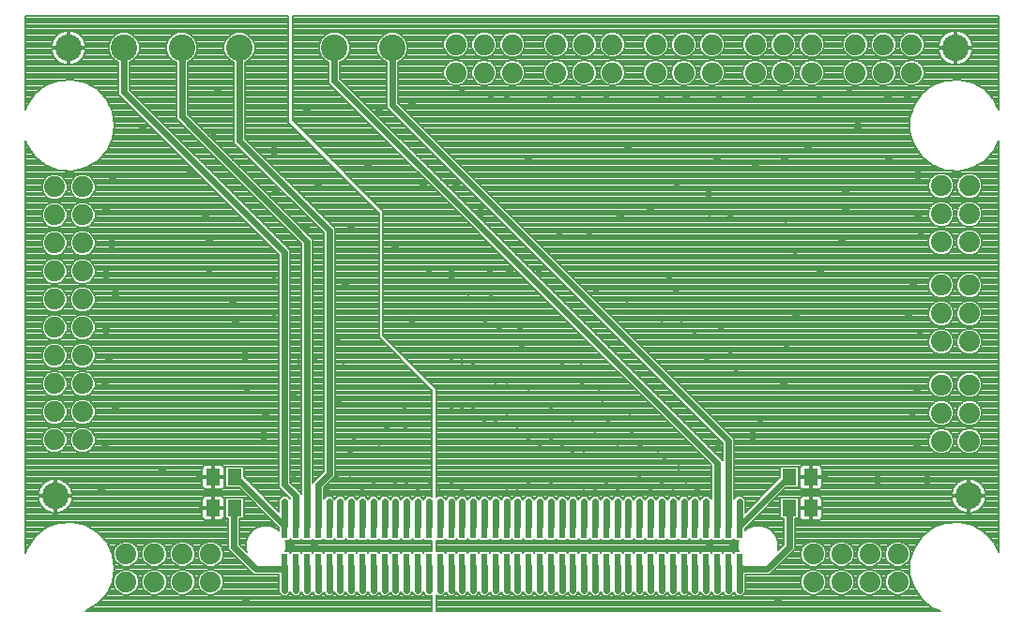
<source format=gbl>
G75*
G70*
%OFA0B0*%
%FSLAX24Y24*%
%IPPOS*%
%LPD*%
%AMOC8*
5,1,8,0,0,1.08239X$1,22.5*
%
%ADD10C,0.0945*%
%ADD11R,0.0512X0.0591*%
%ADD12R,0.0236X0.0906*%
%ADD13C,0.0740*%
%ADD14C,0.0295*%
%ADD15C,0.0200*%
%ADD16C,0.0080*%
%ADD17C,0.0180*%
%ADD18C,0.0160*%
%ADD19C,0.0240*%
%ADD20C,0.0100*%
%ADD21C,0.0400*%
D10*
X001636Y004670D03*
X002109Y020615D03*
X004077Y020615D03*
X006124Y020615D03*
X008171Y020615D03*
X011557Y020615D03*
X013605Y020615D03*
X033605Y020615D03*
X034077Y004670D03*
D11*
X028467Y004237D03*
X027719Y004237D03*
X027719Y005339D03*
X028467Y005339D03*
X007994Y005339D03*
X007246Y005339D03*
X007246Y004237D03*
X007994Y004237D03*
D12*
X009786Y003627D03*
X010179Y003627D03*
X010573Y003627D03*
X010967Y003627D03*
X011360Y003627D03*
X011754Y003627D03*
X012148Y003627D03*
X012542Y003627D03*
X012935Y003627D03*
X013329Y003627D03*
X013723Y003627D03*
X014116Y003627D03*
X014510Y003627D03*
X014904Y003627D03*
X015297Y003627D03*
X015691Y003627D03*
X016085Y003627D03*
X016479Y003627D03*
X016872Y003627D03*
X017266Y003627D03*
X017660Y003627D03*
X018053Y003627D03*
X018447Y003627D03*
X018841Y003627D03*
X019234Y003627D03*
X019628Y003627D03*
X020022Y003627D03*
X020416Y003627D03*
X020809Y003627D03*
X021203Y003627D03*
X021597Y003627D03*
X021990Y003627D03*
X022384Y003627D03*
X022778Y003627D03*
X023171Y003627D03*
X023565Y003627D03*
X023959Y003627D03*
X024353Y003627D03*
X024746Y003627D03*
X025140Y003627D03*
X025534Y003627D03*
X025927Y003627D03*
X025927Y002170D03*
X025534Y002170D03*
X025140Y002170D03*
X024746Y002170D03*
X024353Y002170D03*
X023959Y002170D03*
X023565Y002170D03*
X023171Y002170D03*
X022778Y002170D03*
X022384Y002170D03*
X021990Y002170D03*
X021597Y002170D03*
X021203Y002170D03*
X020809Y002170D03*
X020416Y002170D03*
X020022Y002170D03*
X019628Y002170D03*
X019234Y002170D03*
X018841Y002170D03*
X018447Y002170D03*
X018053Y002170D03*
X017660Y002170D03*
X017266Y002170D03*
X016872Y002170D03*
X016479Y002170D03*
X016085Y002170D03*
X015691Y002170D03*
X015297Y002170D03*
X014904Y002170D03*
X014510Y002170D03*
X014116Y002170D03*
X013723Y002170D03*
X013329Y002170D03*
X012935Y002170D03*
X012542Y002170D03*
X012148Y002170D03*
X011754Y002170D03*
X011360Y002170D03*
X010967Y002170D03*
X010573Y002170D03*
X010179Y002170D03*
X009786Y002170D03*
D13*
X007152Y002611D03*
X006152Y002611D03*
X005152Y002611D03*
X004152Y002611D03*
X004152Y001611D03*
X005152Y001611D03*
X006152Y001611D03*
X007152Y001611D03*
X002609Y006666D03*
X001609Y006666D03*
X001609Y007666D03*
X002609Y007666D03*
X002609Y008666D03*
X001609Y008666D03*
X001609Y009666D03*
X002609Y009666D03*
X002609Y010666D03*
X001609Y010666D03*
X001609Y011666D03*
X002609Y011666D03*
X002609Y012666D03*
X001609Y012666D03*
X001609Y013666D03*
X002609Y013666D03*
X002609Y014666D03*
X001609Y014666D03*
X001609Y015666D03*
X002609Y015666D03*
X015872Y019721D03*
X016872Y019721D03*
X017872Y019721D03*
X017872Y020721D03*
X016872Y020721D03*
X015872Y020721D03*
X019416Y020721D03*
X020416Y020721D03*
X021416Y020721D03*
X021416Y019721D03*
X020416Y019721D03*
X019416Y019721D03*
X022959Y019721D03*
X023959Y019721D03*
X024959Y019721D03*
X024959Y020721D03*
X023959Y020721D03*
X022959Y020721D03*
X026502Y020721D03*
X027502Y020721D03*
X028502Y020721D03*
X028502Y019721D03*
X027502Y019721D03*
X026502Y019721D03*
X030046Y019721D03*
X031046Y019721D03*
X032046Y019721D03*
X032046Y020721D03*
X031046Y020721D03*
X030046Y020721D03*
X033105Y015709D03*
X034105Y015709D03*
X034105Y014709D03*
X033105Y014709D03*
X033105Y013709D03*
X034105Y013709D03*
X034105Y012166D03*
X033105Y012166D03*
X033105Y011166D03*
X034105Y011166D03*
X034105Y010166D03*
X033105Y010166D03*
X033105Y008623D03*
X034105Y008623D03*
X034105Y007623D03*
X033105Y007623D03*
X033105Y006623D03*
X034105Y006623D03*
X031561Y002611D03*
X030561Y002611D03*
X029561Y002611D03*
X028561Y002611D03*
X028561Y001611D03*
X029561Y001611D03*
X030561Y001611D03*
X031561Y001611D03*
D14*
X027305Y000930D03*
X025691Y002898D03*
X024864Y002898D03*
X025179Y006363D03*
X026400Y006796D03*
X026675Y007426D03*
X027502Y008607D03*
X027620Y010064D03*
X027935Y011048D03*
X028801Y012662D03*
X029589Y013725D03*
X029707Y014828D03*
X029707Y015536D03*
X031242Y016678D03*
X032266Y016087D03*
X032266Y014631D03*
X032384Y013922D03*
X032109Y012150D03*
X031951Y011087D03*
X032345Y010379D03*
X032227Y008410D03*
X032069Y007465D03*
X032227Y006402D03*
X032620Y005261D03*
X030849Y005261D03*
X018801Y012741D03*
X017778Y012662D03*
X017069Y012583D03*
X015691Y012544D03*
X014904Y012741D03*
X013723Y013528D03*
X012148Y014198D03*
X010534Y014237D03*
X009471Y015497D03*
X010967Y015772D03*
X012738Y016481D03*
X014707Y015694D03*
X015888Y015694D03*
X016754Y014749D03*
X018447Y016678D03*
X021715Y014631D03*
X022778Y014828D03*
X023723Y015654D03*
X024825Y015418D03*
X025140Y016678D03*
X026518Y016363D03*
X027542Y016599D03*
X028368Y017072D03*
X030140Y017820D03*
X031203Y018883D03*
X031912Y018804D03*
X029825Y019001D03*
X028762Y018961D03*
X027384Y019001D03*
X026282Y018922D03*
X025219Y018961D03*
X024038Y018843D03*
X023171Y018961D03*
X021203Y018961D03*
X020219Y018765D03*
X019195Y018961D03*
X017660Y018961D03*
X017109Y018765D03*
X016085Y019001D03*
X014313Y018646D03*
X013132Y018450D03*
X010573Y018450D03*
X009392Y016954D03*
X007227Y017623D03*
X006439Y016166D03*
X006990Y014591D03*
X007109Y013804D03*
X007109Y012583D03*
X007935Y011520D03*
X008053Y010851D03*
X008368Y009631D03*
X008447Y008528D03*
X009116Y007544D03*
X009038Y006796D03*
X005455Y005536D03*
X003408Y006442D03*
X003762Y007780D03*
X003408Y008686D03*
X003526Y009513D03*
X003447Y010576D03*
X003762Y011835D03*
X003447Y012544D03*
X003644Y013646D03*
X003447Y014906D03*
X003683Y015969D03*
X004746Y017780D03*
X007423Y019119D03*
X011951Y012229D03*
X014313Y010772D03*
X019549Y014080D03*
X020612Y013922D03*
X021990Y017072D03*
X003290Y004946D03*
X008408Y000930D03*
X010022Y002898D03*
X010849Y002898D03*
D15*
X010967Y001324D03*
X011360Y001324D03*
X011754Y001324D03*
X012148Y001324D03*
X012542Y001324D03*
X012935Y001324D03*
X013329Y001324D03*
X013723Y001324D03*
X014116Y001324D03*
X014510Y001324D03*
X014904Y001324D03*
X015297Y001324D03*
X015691Y001324D03*
X016085Y001324D03*
X016479Y001324D03*
X016872Y001324D03*
X017266Y001324D03*
X017660Y001324D03*
X018053Y001324D03*
X018447Y001324D03*
X018841Y001324D03*
X019234Y001324D03*
X019628Y001324D03*
X020022Y001324D03*
X020416Y001324D03*
X020809Y001324D03*
X021203Y001324D03*
X021597Y001324D03*
X021990Y001324D03*
X022384Y001324D03*
X022778Y001324D03*
X023171Y001324D03*
X023565Y001324D03*
X023959Y001324D03*
X024353Y001324D03*
X024746Y001324D03*
X025140Y001324D03*
X025534Y001324D03*
X025927Y001324D03*
X028014Y003765D03*
X029077Y004394D03*
X028605Y004828D03*
X028171Y004749D03*
X028959Y005339D03*
X028408Y005851D03*
X025927Y004473D03*
X025534Y004473D03*
X025140Y004473D03*
X024746Y004473D03*
X024353Y004473D03*
X023959Y004473D03*
X024431Y004906D03*
X024038Y005221D03*
X023762Y005694D03*
X023290Y005930D03*
X023053Y006324D03*
X022423Y006442D03*
X022109Y006875D03*
X022030Y007465D03*
X021282Y007387D03*
X021085Y007938D03*
X020927Y008528D03*
X020337Y008607D03*
X020297Y009276D03*
X019628Y009316D03*
X019471Y009867D03*
X018959Y010103D03*
X018211Y009985D03*
X018132Y010654D03*
X017423Y010615D03*
X016912Y010812D03*
X017109Y011757D03*
X016321Y011717D03*
X011872Y009276D03*
X010888Y009591D03*
X010258Y009434D03*
X011675Y010221D03*
X010179Y010969D03*
X009392Y011048D03*
X009392Y012465D03*
X010101Y008253D03*
X011085Y007898D03*
X011715Y008056D03*
X013408Y007072D03*
X013132Y006560D03*
X012227Y006757D03*
X012109Y006206D03*
X012109Y005457D03*
X011636Y005300D03*
X011282Y004906D03*
X011360Y004473D03*
X010967Y004473D03*
X010573Y004473D03*
X010179Y004473D03*
X009786Y004473D03*
X010101Y005300D03*
X011754Y004473D03*
X012148Y004473D03*
X012542Y004473D03*
X012935Y004473D03*
X013329Y004473D03*
X013723Y004473D03*
X014116Y004473D03*
X014510Y004473D03*
X014904Y004473D03*
X015297Y004473D03*
X015691Y004473D03*
X016085Y004473D03*
X016479Y004473D03*
X016872Y004473D03*
X017266Y004473D03*
X017660Y004473D03*
X018053Y004473D03*
X018447Y004473D03*
X018841Y004473D03*
X019234Y004473D03*
X019628Y004473D03*
X020022Y004473D03*
X020416Y004473D03*
X020809Y004473D03*
X021203Y004473D03*
X021597Y004473D03*
X021990Y004473D03*
X022384Y004473D03*
X022778Y004473D03*
X023171Y004473D03*
X023565Y004473D03*
X025809Y009080D03*
X025612Y009709D03*
X024786Y009513D03*
X024353Y010497D03*
X023880Y010772D03*
X023171Y010772D03*
X021951Y011639D03*
X020849Y011954D03*
X022384Y012780D03*
X023447Y012426D03*
X023683Y011993D03*
X025258Y010654D03*
X027896Y013331D03*
X027502Y013646D03*
X027581Y014473D03*
X026715Y014985D03*
X025612Y014631D03*
X024864Y014552D03*
X026557Y014119D03*
X014038Y007859D03*
X014077Y007032D03*
X010258Y006599D03*
X007227Y005851D03*
X006754Y005339D03*
X007305Y004828D03*
X006794Y004198D03*
X007620Y003804D03*
X009786Y001324D03*
X010179Y001324D03*
X010573Y001324D03*
D16*
X002708Y000584D02*
X002699Y000583D01*
X015022Y000583D01*
X015022Y001159D01*
X014987Y001124D01*
X014821Y001124D01*
X014707Y001238D01*
X014593Y001124D01*
X014427Y001124D01*
X014313Y001238D01*
X014199Y001124D01*
X014034Y001124D01*
X013920Y001238D01*
X013806Y001124D01*
X013640Y001124D01*
X013526Y001238D01*
X013412Y001124D01*
X013246Y001124D01*
X013132Y001238D01*
X013018Y001124D01*
X012852Y001124D01*
X012738Y001238D01*
X012624Y001124D01*
X012459Y001124D01*
X012345Y001238D01*
X012231Y001124D01*
X012065Y001124D01*
X011951Y001238D01*
X011837Y001124D01*
X011671Y001124D01*
X011557Y001238D01*
X011443Y001124D01*
X011278Y001124D01*
X011164Y001238D01*
X011050Y001124D01*
X010884Y001124D01*
X010770Y001238D01*
X010656Y001124D01*
X010490Y001124D01*
X010376Y001238D01*
X010262Y001124D01*
X010097Y001124D01*
X009983Y001238D01*
X009869Y001124D01*
X009703Y001124D01*
X009586Y001241D01*
X009586Y001872D01*
X008679Y001872D01*
X007892Y002659D01*
X007775Y002776D01*
X007775Y003862D01*
X007705Y003862D01*
X007658Y003909D01*
X007658Y004565D01*
X007705Y004612D01*
X008283Y004612D01*
X008330Y004565D01*
X008330Y003909D01*
X008283Y003862D01*
X008175Y003862D01*
X008175Y002942D01*
X008429Y002687D01*
X008401Y002756D01*
X008401Y003041D01*
X008510Y003304D01*
X008711Y003505D01*
X008974Y003614D01*
X009259Y003614D01*
X009522Y003505D01*
X009588Y003439D01*
X009588Y003542D01*
X009586Y003544D01*
X008166Y004964D01*
X007705Y004964D01*
X007658Y005011D01*
X007658Y005668D01*
X007705Y005715D01*
X008283Y005715D01*
X008330Y005668D01*
X008330Y005365D01*
X009586Y004110D01*
X009586Y004556D01*
X009703Y004673D01*
X009869Y004673D01*
X009979Y004562D01*
X009979Y004587D01*
X009586Y004981D01*
X009586Y013249D01*
X003877Y018957D01*
X003877Y020100D01*
X003764Y020147D01*
X003609Y020302D01*
X003525Y020505D01*
X003525Y020725D01*
X003609Y020928D01*
X003764Y021083D01*
X003967Y021167D01*
X004187Y021167D01*
X004390Y021083D01*
X004545Y020928D01*
X004630Y020725D01*
X004630Y020505D01*
X004545Y020302D01*
X004390Y020147D01*
X004277Y020100D01*
X004277Y019123D01*
X009869Y013531D01*
X009986Y013414D01*
X009986Y005147D01*
X010262Y004870D01*
X010373Y004759D01*
X010373Y013642D01*
X006041Y017974D01*
X005924Y018091D01*
X005924Y020100D01*
X005811Y020147D01*
X005656Y020302D01*
X005572Y020505D01*
X005572Y020725D01*
X005656Y020928D01*
X005811Y021083D01*
X006014Y021167D01*
X006234Y021167D01*
X006437Y021083D01*
X006593Y020928D01*
X006677Y020725D01*
X006677Y020505D01*
X006593Y020302D01*
X006437Y020147D01*
X006324Y020100D01*
X006324Y018257D01*
X010773Y013808D01*
X010773Y005153D01*
X011160Y005540D01*
X011160Y014036D01*
X008089Y017108D01*
X007971Y017225D01*
X007971Y020100D01*
X007859Y020147D01*
X007703Y020302D01*
X007619Y020505D01*
X007619Y020725D01*
X007703Y020928D01*
X007859Y021083D01*
X008062Y021167D01*
X008281Y021167D01*
X008484Y021083D01*
X008640Y020928D01*
X008724Y020725D01*
X008724Y020505D01*
X008640Y020302D01*
X008484Y020147D01*
X008371Y020100D01*
X008371Y017391D01*
X011560Y014202D01*
X011560Y005375D01*
X011443Y005257D01*
X011167Y004981D01*
X011167Y004562D01*
X011278Y004673D01*
X011443Y004673D01*
X011557Y004559D01*
X011671Y004673D01*
X011837Y004673D01*
X011951Y004559D01*
X012065Y004673D01*
X012231Y004673D01*
X012345Y004559D01*
X012459Y004673D01*
X012624Y004673D01*
X012738Y004559D01*
X012852Y004673D01*
X013018Y004673D01*
X013132Y004559D01*
X013246Y004673D01*
X013412Y004673D01*
X013526Y004559D01*
X013640Y004673D01*
X013806Y004673D01*
X013920Y004559D01*
X014034Y004673D01*
X014199Y004673D01*
X014313Y004559D01*
X014427Y004673D01*
X014593Y004673D01*
X014707Y004559D01*
X014821Y004673D01*
X014987Y004673D01*
X015022Y004638D01*
X015022Y008410D01*
X013132Y010300D01*
X013132Y014709D01*
X009904Y017938D01*
X009904Y021750D01*
X000580Y021750D01*
X000580Y018406D01*
X000631Y018571D01*
X000906Y018975D01*
X000906Y018975D01*
X001289Y019279D01*
X001744Y019458D01*
X001744Y019458D01*
X002231Y019494D01*
X002231Y019494D01*
X002708Y019386D01*
X002708Y019386D01*
X003131Y019141D01*
X003131Y019141D01*
X003464Y018783D01*
X003464Y018783D01*
X003676Y018342D01*
X003676Y018342D01*
X003749Y017859D01*
X003676Y017376D01*
X003676Y017376D01*
X003464Y016935D01*
X003464Y016935D01*
X003131Y016577D01*
X003131Y016577D01*
X002708Y016332D01*
X002708Y016332D01*
X002231Y016224D01*
X002231Y016224D01*
X001744Y016260D01*
X001744Y016260D01*
X001289Y016439D01*
X001289Y016439D01*
X000906Y016744D01*
X000906Y016744D01*
X000906Y016744D01*
X000631Y017147D01*
X000631Y017147D01*
X000580Y017313D01*
X000580Y002658D01*
X000631Y002823D01*
X000631Y002823D01*
X000906Y003227D01*
X000906Y003227D01*
X000906Y003227D01*
X001289Y003531D01*
X001289Y003531D01*
X001744Y003710D01*
X001744Y003710D01*
X002231Y003746D01*
X002231Y003746D01*
X002708Y003638D01*
X002708Y003638D01*
X003131Y003393D01*
X003131Y003393D01*
X003464Y003035D01*
X003464Y003035D01*
X003676Y002594D01*
X003676Y002594D01*
X003749Y002111D01*
X003676Y001628D01*
X003676Y001628D01*
X003464Y001187D01*
X003464Y001187D01*
X003131Y000829D01*
X003131Y000829D01*
X003131Y000829D01*
X002708Y000584D01*
X002708Y000584D01*
X002758Y000614D02*
X015022Y000614D01*
X015022Y000692D02*
X002894Y000692D01*
X003030Y000771D02*
X015022Y000771D01*
X015022Y000849D02*
X003150Y000849D01*
X003223Y000928D02*
X015022Y000928D01*
X015022Y001006D02*
X003295Y001006D01*
X003368Y001085D02*
X015022Y001085D01*
X015179Y001085D02*
X032342Y001085D01*
X032288Y001163D02*
X031656Y001163D01*
X031651Y001161D02*
X031816Y001230D01*
X031943Y001356D01*
X032011Y001522D01*
X032011Y001701D01*
X031943Y001866D01*
X031816Y001993D01*
X031651Y002061D01*
X031472Y002061D01*
X031306Y001993D01*
X031180Y001866D01*
X031111Y001701D01*
X031111Y001522D01*
X031180Y001356D01*
X031306Y001230D01*
X031472Y001161D01*
X031651Y001161D01*
X031467Y001163D02*
X030656Y001163D01*
X030651Y001161D02*
X030816Y001230D01*
X030943Y001356D01*
X031011Y001522D01*
X031011Y001701D01*
X030943Y001866D01*
X030816Y001993D01*
X030651Y002061D01*
X030472Y002061D01*
X030306Y001993D01*
X030180Y001866D01*
X030111Y001701D01*
X030111Y001522D01*
X030180Y001356D01*
X030306Y001230D01*
X030472Y001161D01*
X030651Y001161D01*
X030467Y001163D02*
X029656Y001163D01*
X029651Y001161D02*
X029816Y001230D01*
X029943Y001356D01*
X030011Y001522D01*
X030011Y001701D01*
X029943Y001866D01*
X029816Y001993D01*
X029651Y002061D01*
X029472Y002061D01*
X029306Y001993D01*
X029180Y001866D01*
X029111Y001701D01*
X029111Y001522D01*
X029180Y001356D01*
X029306Y001230D01*
X029472Y001161D01*
X029651Y001161D01*
X029467Y001163D02*
X028656Y001163D01*
X028651Y001161D02*
X028816Y001230D01*
X028943Y001356D01*
X029011Y001522D01*
X029011Y001701D01*
X028943Y001866D01*
X028816Y001993D01*
X028651Y002061D01*
X028472Y002061D01*
X028306Y001993D01*
X028180Y001866D01*
X028111Y001701D01*
X028111Y001522D01*
X028180Y001356D01*
X028306Y001230D01*
X028472Y001161D01*
X028651Y001161D01*
X028467Y001163D02*
X026050Y001163D01*
X026010Y001124D02*
X026127Y001241D01*
X026127Y001872D01*
X026994Y001872D01*
X027782Y002659D01*
X027899Y002776D01*
X027899Y003862D01*
X028008Y003862D01*
X028055Y003909D01*
X028055Y004565D01*
X028008Y004612D01*
X027430Y004612D01*
X027383Y004565D01*
X027383Y003909D01*
X027430Y003862D01*
X027499Y003862D01*
X027499Y002942D01*
X027312Y002754D01*
X027312Y002756D01*
X027312Y003041D01*
X027203Y003304D01*
X027002Y003505D01*
X026739Y003614D01*
X026454Y003614D01*
X026191Y003505D01*
X026126Y003439D01*
X026126Y003526D01*
X027563Y004964D01*
X028008Y004964D01*
X028055Y005011D01*
X028055Y005668D01*
X028008Y005715D01*
X027430Y005715D01*
X027383Y005668D01*
X027383Y005349D01*
X026127Y004094D01*
X026127Y004556D01*
X026010Y004673D01*
X025845Y004673D01*
X025734Y004562D01*
X025734Y006721D01*
X015694Y016761D01*
X015301Y017154D01*
X013805Y018651D01*
X013805Y020100D01*
X013918Y020147D01*
X014073Y020302D01*
X014157Y020505D01*
X014157Y020725D01*
X014073Y020928D01*
X013918Y021083D01*
X013714Y021167D01*
X013495Y021167D01*
X013292Y021083D01*
X013136Y020928D01*
X013052Y020725D01*
X013052Y020505D01*
X013136Y020302D01*
X013292Y020147D01*
X013405Y020100D01*
X013405Y018485D01*
X015018Y016872D01*
X015411Y016478D01*
X025334Y006556D01*
X025334Y005940D01*
X017072Y014202D01*
X016875Y014399D01*
X011757Y019517D01*
X011757Y020100D01*
X011870Y020147D01*
X012026Y020302D01*
X012110Y020505D01*
X012110Y020725D01*
X012026Y020928D01*
X011870Y021083D01*
X011667Y021167D01*
X011447Y021167D01*
X011244Y021083D01*
X011089Y020928D01*
X011005Y020725D01*
X011005Y020505D01*
X011089Y020302D01*
X011244Y020147D01*
X011357Y020100D01*
X011357Y019351D01*
X016593Y014116D01*
X016789Y013919D01*
X024940Y005768D01*
X024940Y004562D01*
X024829Y004673D01*
X024663Y004673D01*
X024549Y004559D01*
X024435Y004673D01*
X024270Y004673D01*
X024156Y004559D01*
X024042Y004673D01*
X023876Y004673D01*
X023762Y004559D01*
X023648Y004673D01*
X023482Y004673D01*
X023368Y004559D01*
X023254Y004673D01*
X023089Y004673D01*
X022975Y004559D01*
X022861Y004673D01*
X022695Y004673D01*
X022581Y004559D01*
X022467Y004673D01*
X022301Y004673D01*
X022187Y004559D01*
X022073Y004673D01*
X021908Y004673D01*
X021794Y004559D01*
X021680Y004673D01*
X021514Y004673D01*
X021400Y004559D01*
X021286Y004673D01*
X021120Y004673D01*
X021006Y004559D01*
X020892Y004673D01*
X020726Y004673D01*
X020612Y004559D01*
X020498Y004673D01*
X020333Y004673D01*
X020219Y004559D01*
X020105Y004673D01*
X019939Y004673D01*
X019825Y004559D01*
X019711Y004673D01*
X019545Y004673D01*
X019431Y004559D01*
X019317Y004673D01*
X019152Y004673D01*
X019038Y004559D01*
X018924Y004673D01*
X018758Y004673D01*
X018644Y004559D01*
X018530Y004673D01*
X018364Y004673D01*
X018250Y004559D01*
X018136Y004673D01*
X017971Y004673D01*
X017857Y004559D01*
X017743Y004673D01*
X017577Y004673D01*
X017463Y004559D01*
X017349Y004673D01*
X017183Y004673D01*
X017069Y004559D01*
X016955Y004673D01*
X016789Y004673D01*
X016675Y004559D01*
X016561Y004673D01*
X016396Y004673D01*
X016282Y004559D01*
X016168Y004673D01*
X016002Y004673D01*
X015888Y004559D01*
X015774Y004673D01*
X015608Y004673D01*
X015494Y004559D01*
X015380Y004673D01*
X015215Y004673D01*
X015179Y004638D01*
X015179Y008489D01*
X013290Y010379D01*
X013290Y014828D01*
X010061Y018056D01*
X010061Y021750D01*
X035133Y021750D01*
X035133Y018423D01*
X034960Y018783D01*
X034627Y019141D01*
X034204Y019386D01*
X034204Y019386D01*
X033727Y019494D01*
X033240Y019458D01*
X033240Y019458D01*
X032785Y019279D01*
X032785Y019279D01*
X032402Y018975D01*
X032402Y018975D01*
X032402Y018975D01*
X032127Y018571D01*
X032127Y018571D01*
X031983Y018103D01*
X031983Y017615D01*
X032127Y017147D01*
X032402Y016744D01*
X032402Y016744D01*
X032402Y016744D01*
X032785Y016439D01*
X033240Y016260D01*
X033727Y016224D01*
X034204Y016332D01*
X034627Y016577D01*
X034960Y016935D01*
X034960Y016935D01*
X035133Y017295D01*
X035133Y002675D01*
X034960Y003035D01*
X034627Y003393D01*
X034204Y003638D01*
X034204Y003638D01*
X033727Y003746D01*
X033240Y003710D01*
X033240Y003710D01*
X032785Y003531D01*
X032402Y003227D01*
X032402Y003227D01*
X032127Y002823D01*
X032127Y002823D01*
X031983Y002355D01*
X031983Y001867D01*
X032127Y001399D01*
X032402Y000996D01*
X032402Y000996D01*
X032785Y000691D01*
X033060Y000583D01*
X015179Y000583D01*
X015179Y001159D01*
X015215Y001124D01*
X015380Y001124D01*
X015494Y001238D01*
X015608Y001124D01*
X015774Y001124D01*
X015888Y001238D01*
X016002Y001124D01*
X016168Y001124D01*
X016282Y001238D01*
X016396Y001124D01*
X016561Y001124D01*
X016675Y001238D01*
X016789Y001124D01*
X016955Y001124D01*
X017069Y001238D01*
X017183Y001124D01*
X017349Y001124D01*
X017463Y001238D01*
X017577Y001124D01*
X017743Y001124D01*
X017857Y001238D01*
X017971Y001124D01*
X018136Y001124D01*
X018250Y001238D01*
X018364Y001124D01*
X018530Y001124D01*
X018644Y001238D01*
X018758Y001124D01*
X018924Y001124D01*
X019038Y001238D01*
X019152Y001124D01*
X019317Y001124D01*
X019431Y001238D01*
X019545Y001124D01*
X019711Y001124D01*
X019825Y001238D01*
X019939Y001124D01*
X020105Y001124D01*
X020219Y001238D01*
X020333Y001124D01*
X020498Y001124D01*
X020612Y001238D01*
X020726Y001124D01*
X020892Y001124D01*
X021006Y001238D01*
X021120Y001124D01*
X021286Y001124D01*
X021400Y001238D01*
X021514Y001124D01*
X021680Y001124D01*
X021794Y001238D01*
X021908Y001124D01*
X022073Y001124D01*
X022187Y001238D01*
X022301Y001124D01*
X022467Y001124D01*
X022581Y001238D01*
X022695Y001124D01*
X022861Y001124D01*
X022975Y001238D01*
X023089Y001124D01*
X023254Y001124D01*
X023368Y001238D01*
X023482Y001124D01*
X023648Y001124D01*
X023762Y001238D01*
X023876Y001124D01*
X024042Y001124D01*
X024156Y001238D01*
X024270Y001124D01*
X024435Y001124D01*
X024549Y001238D01*
X024663Y001124D01*
X024829Y001124D01*
X024943Y001238D01*
X025057Y001124D01*
X025223Y001124D01*
X025337Y001238D01*
X025451Y001124D01*
X025617Y001124D01*
X025731Y001238D01*
X025845Y001124D01*
X026010Y001124D01*
X026127Y001242D02*
X028294Y001242D01*
X028216Y001320D02*
X026127Y001320D01*
X026127Y001399D02*
X028162Y001399D01*
X028130Y001477D02*
X026127Y001477D01*
X026127Y001556D02*
X028111Y001556D01*
X028111Y001634D02*
X026127Y001634D01*
X026127Y001713D02*
X028116Y001713D01*
X028149Y001791D02*
X026127Y001791D01*
X026127Y001870D02*
X028183Y001870D01*
X028262Y001948D02*
X027071Y001948D01*
X027149Y002027D02*
X028388Y002027D01*
X028472Y002161D02*
X028651Y002161D01*
X028816Y002230D01*
X028943Y002356D01*
X029011Y002522D01*
X029011Y002701D01*
X028943Y002866D01*
X028816Y002993D01*
X028651Y003061D01*
X028472Y003061D01*
X028306Y002993D01*
X028180Y002866D01*
X028111Y002701D01*
X028111Y002522D01*
X028180Y002356D01*
X028306Y002230D01*
X028472Y002161D01*
X028417Y002184D02*
X027306Y002184D01*
X027385Y002262D02*
X028274Y002262D01*
X028195Y002341D02*
X027463Y002341D01*
X027542Y002419D02*
X028154Y002419D01*
X028121Y002498D02*
X027620Y002498D01*
X027699Y002576D02*
X028111Y002576D01*
X028111Y002655D02*
X027777Y002655D01*
X027856Y002733D02*
X028125Y002733D01*
X028157Y002812D02*
X027899Y002812D01*
X027899Y002890D02*
X028204Y002890D01*
X028282Y002969D02*
X027899Y002969D01*
X027899Y003047D02*
X028438Y003047D01*
X028685Y003047D02*
X029438Y003047D01*
X029472Y003061D02*
X029306Y002993D01*
X029180Y002866D01*
X029111Y002701D01*
X029111Y002522D01*
X029180Y002356D01*
X029306Y002230D01*
X029472Y002161D01*
X029651Y002161D01*
X029816Y002230D01*
X029943Y002356D01*
X030011Y002522D01*
X030011Y002701D01*
X029943Y002866D01*
X029816Y002993D01*
X029651Y003061D01*
X029472Y003061D01*
X029282Y002969D02*
X028840Y002969D01*
X028919Y002890D02*
X029204Y002890D01*
X029157Y002812D02*
X028965Y002812D01*
X028998Y002733D02*
X029125Y002733D01*
X029111Y002655D02*
X029011Y002655D01*
X029011Y002576D02*
X029111Y002576D01*
X029121Y002498D02*
X029001Y002498D01*
X028969Y002419D02*
X029154Y002419D01*
X029195Y002341D02*
X028927Y002341D01*
X028849Y002262D02*
X029274Y002262D01*
X029417Y002184D02*
X028705Y002184D01*
X028734Y002027D02*
X029388Y002027D01*
X029262Y001948D02*
X028861Y001948D01*
X028939Y001870D02*
X029183Y001870D01*
X029149Y001791D02*
X028974Y001791D01*
X029006Y001713D02*
X029116Y001713D01*
X029111Y001634D02*
X029011Y001634D01*
X029011Y001556D02*
X029111Y001556D01*
X029130Y001477D02*
X028993Y001477D01*
X028960Y001399D02*
X029162Y001399D01*
X029216Y001320D02*
X028907Y001320D01*
X028828Y001242D02*
X029294Y001242D01*
X029828Y001242D02*
X030294Y001242D01*
X030216Y001320D02*
X029907Y001320D01*
X029960Y001399D02*
X030162Y001399D01*
X030130Y001477D02*
X029993Y001477D01*
X030011Y001556D02*
X030111Y001556D01*
X030111Y001634D02*
X030011Y001634D01*
X030006Y001713D02*
X030116Y001713D01*
X030149Y001791D02*
X029974Y001791D01*
X029939Y001870D02*
X030183Y001870D01*
X030262Y001948D02*
X029861Y001948D01*
X029734Y002027D02*
X030388Y002027D01*
X030472Y002161D02*
X030651Y002161D01*
X030816Y002230D01*
X030943Y002356D01*
X031011Y002522D01*
X031011Y002701D01*
X030943Y002866D01*
X030816Y002993D01*
X030651Y003061D01*
X030472Y003061D01*
X030306Y002993D01*
X030180Y002866D01*
X030111Y002701D01*
X030111Y002522D01*
X030180Y002356D01*
X030306Y002230D01*
X030472Y002161D01*
X030417Y002184D02*
X029705Y002184D01*
X029849Y002262D02*
X030274Y002262D01*
X030195Y002341D02*
X029927Y002341D01*
X029969Y002419D02*
X030154Y002419D01*
X030121Y002498D02*
X030001Y002498D01*
X030011Y002576D02*
X030111Y002576D01*
X030111Y002655D02*
X030011Y002655D01*
X029998Y002733D02*
X030125Y002733D01*
X030157Y002812D02*
X029965Y002812D01*
X029919Y002890D02*
X030204Y002890D01*
X030282Y002969D02*
X029840Y002969D01*
X029685Y003047D02*
X030438Y003047D01*
X030685Y003047D02*
X031438Y003047D01*
X031472Y003061D02*
X031306Y002993D01*
X031180Y002866D01*
X031111Y002701D01*
X031111Y002522D01*
X031180Y002356D01*
X031306Y002230D01*
X031472Y002161D01*
X031651Y002161D01*
X031816Y002230D01*
X031943Y002356D01*
X032011Y002522D01*
X032011Y002701D01*
X031943Y002866D01*
X031816Y002993D01*
X031651Y003061D01*
X031472Y003061D01*
X031282Y002969D02*
X030840Y002969D01*
X030919Y002890D02*
X031204Y002890D01*
X031157Y002812D02*
X030965Y002812D01*
X030998Y002733D02*
X031125Y002733D01*
X031111Y002655D02*
X031011Y002655D01*
X031011Y002576D02*
X031111Y002576D01*
X031121Y002498D02*
X031001Y002498D01*
X030969Y002419D02*
X031154Y002419D01*
X031195Y002341D02*
X030927Y002341D01*
X030849Y002262D02*
X031274Y002262D01*
X031417Y002184D02*
X030705Y002184D01*
X030734Y002027D02*
X031388Y002027D01*
X031262Y001948D02*
X030861Y001948D01*
X030939Y001870D02*
X031183Y001870D01*
X031149Y001791D02*
X030974Y001791D01*
X031006Y001713D02*
X031116Y001713D01*
X031111Y001634D02*
X031011Y001634D01*
X031011Y001556D02*
X031111Y001556D01*
X031130Y001477D02*
X030993Y001477D01*
X030960Y001399D02*
X031162Y001399D01*
X031216Y001320D02*
X030907Y001320D01*
X030828Y001242D02*
X031294Y001242D01*
X031828Y001242D02*
X032235Y001242D01*
X032181Y001320D02*
X031907Y001320D01*
X031960Y001399D02*
X032128Y001399D01*
X032127Y001399D02*
X032127Y001399D01*
X032103Y001477D02*
X031993Y001477D01*
X032011Y001556D02*
X032079Y001556D01*
X032055Y001634D02*
X032011Y001634D01*
X032006Y001713D02*
X032030Y001713D01*
X032006Y001791D02*
X031974Y001791D01*
X031983Y001870D02*
X031939Y001870D01*
X031983Y001948D02*
X031861Y001948D01*
X031983Y002027D02*
X031734Y002027D01*
X031705Y002184D02*
X031983Y002184D01*
X031983Y002262D02*
X031849Y002262D01*
X031927Y002341D02*
X031983Y002341D01*
X031969Y002419D02*
X032002Y002419D01*
X032001Y002498D02*
X032027Y002498D01*
X032011Y002576D02*
X032051Y002576D01*
X032075Y002655D02*
X032011Y002655D01*
X031998Y002733D02*
X032099Y002733D01*
X032124Y002812D02*
X031965Y002812D01*
X031919Y002890D02*
X032173Y002890D01*
X032226Y002969D02*
X031840Y002969D01*
X031685Y003047D02*
X032280Y003047D01*
X032334Y003126D02*
X027899Y003126D01*
X027899Y003204D02*
X032387Y003204D01*
X032473Y003283D02*
X027899Y003283D01*
X027899Y003361D02*
X032571Y003361D01*
X032669Y003440D02*
X027899Y003440D01*
X027899Y003518D02*
X032768Y003518D01*
X032785Y003531D02*
X032785Y003531D01*
X032951Y003597D02*
X027899Y003597D01*
X027899Y003675D02*
X033151Y003675D01*
X033727Y003746D02*
X033727Y003746D01*
X034040Y003675D02*
X035133Y003675D01*
X035133Y003597D02*
X034275Y003597D01*
X034411Y003518D02*
X035133Y003518D01*
X035133Y003440D02*
X034547Y003440D01*
X034627Y003393D02*
X034627Y003393D01*
X034657Y003361D02*
X035133Y003361D01*
X035133Y003283D02*
X034730Y003283D01*
X034803Y003204D02*
X035133Y003204D01*
X035133Y003126D02*
X034875Y003126D01*
X034948Y003047D02*
X035133Y003047D01*
X035133Y002969D02*
X034992Y002969D01*
X034960Y003035D02*
X034960Y003035D01*
X035029Y002890D02*
X035133Y002890D01*
X035133Y002812D02*
X035067Y002812D01*
X035105Y002733D02*
X035133Y002733D01*
X035133Y003754D02*
X027899Y003754D01*
X027899Y003832D02*
X028123Y003832D01*
X028125Y003830D02*
X028157Y003811D01*
X028192Y003802D01*
X028427Y003802D01*
X028427Y004197D01*
X028507Y004197D01*
X028507Y004277D01*
X028863Y004277D01*
X028863Y004551D01*
X028853Y004586D01*
X028835Y004618D01*
X028809Y004644D01*
X028777Y004663D01*
X028741Y004672D01*
X028507Y004672D01*
X028507Y004277D01*
X028427Y004277D01*
X028427Y004672D01*
X028192Y004672D01*
X028157Y004663D01*
X028125Y004644D01*
X028099Y004618D01*
X028080Y004586D01*
X028071Y004551D01*
X028071Y004277D01*
X028427Y004277D01*
X028427Y004197D01*
X028071Y004197D01*
X028071Y003923D01*
X028080Y003888D01*
X028099Y003856D01*
X028125Y003830D01*
X028074Y003911D02*
X028055Y003911D01*
X028055Y003989D02*
X028071Y003989D01*
X028071Y004068D02*
X028055Y004068D01*
X028055Y004146D02*
X028071Y004146D01*
X028055Y004225D02*
X028427Y004225D01*
X028427Y004303D02*
X028507Y004303D01*
X028507Y004225D02*
X033656Y004225D01*
X033678Y004203D02*
X033756Y004146D01*
X033842Y004102D01*
X033934Y004073D01*
X034029Y004058D01*
X034037Y004058D01*
X034037Y004630D01*
X034117Y004630D01*
X034117Y004058D01*
X034125Y004058D01*
X034220Y004073D01*
X034312Y004102D01*
X034398Y004146D01*
X034476Y004203D01*
X034544Y004271D01*
X034601Y004349D01*
X034645Y004435D01*
X034674Y004527D01*
X034690Y004622D01*
X034690Y004630D01*
X034117Y004630D01*
X034117Y004710D01*
X034690Y004710D01*
X034690Y004718D01*
X034674Y004814D01*
X034645Y004905D01*
X034601Y004991D01*
X034544Y005069D01*
X034476Y005137D01*
X034398Y005194D01*
X034312Y005238D01*
X034220Y005267D01*
X034125Y005283D01*
X034117Y005283D01*
X034117Y004710D01*
X034037Y004710D01*
X034037Y004630D01*
X033465Y004630D01*
X033465Y004622D01*
X033480Y004527D01*
X033509Y004435D01*
X033553Y004349D01*
X033610Y004271D01*
X033678Y004203D01*
X033756Y004146D02*
X028863Y004146D01*
X028863Y004197D02*
X028507Y004197D01*
X028507Y003802D01*
X028741Y003802D01*
X028777Y003811D01*
X028809Y003830D01*
X028835Y003856D01*
X028853Y003888D01*
X028863Y003923D01*
X028863Y004197D01*
X028863Y004303D02*
X033587Y004303D01*
X033537Y004382D02*
X028863Y004382D01*
X028863Y004460D02*
X033501Y004460D01*
X033478Y004539D02*
X028863Y004539D01*
X028835Y004617D02*
X033465Y004617D01*
X033465Y004710D02*
X034037Y004710D01*
X034037Y005283D01*
X034029Y005283D01*
X033934Y005267D01*
X033842Y005238D01*
X033756Y005194D01*
X033678Y005137D01*
X033610Y005069D01*
X033553Y004991D01*
X033509Y004905D01*
X033480Y004814D01*
X033465Y004718D01*
X033465Y004710D01*
X033473Y004774D02*
X027373Y004774D01*
X027295Y004696D02*
X034037Y004696D01*
X034037Y004774D02*
X034117Y004774D01*
X034117Y004696D02*
X035133Y004696D01*
X035133Y004774D02*
X034681Y004774D01*
X034662Y004853D02*
X035133Y004853D01*
X035133Y004931D02*
X034631Y004931D01*
X034587Y005010D02*
X035133Y005010D01*
X035133Y005088D02*
X034525Y005088D01*
X034436Y005167D02*
X035133Y005167D01*
X035133Y005245D02*
X034290Y005245D01*
X034117Y005245D02*
X034037Y005245D01*
X034037Y005167D02*
X034117Y005167D01*
X034117Y005088D02*
X034037Y005088D01*
X034037Y005010D02*
X034117Y005010D01*
X034117Y004931D02*
X034037Y004931D01*
X034037Y004853D02*
X034117Y004853D01*
X034117Y004617D02*
X034037Y004617D01*
X034037Y004539D02*
X034117Y004539D01*
X034117Y004460D02*
X034037Y004460D01*
X034037Y004382D02*
X034117Y004382D01*
X034117Y004303D02*
X034037Y004303D01*
X034037Y004225D02*
X034117Y004225D01*
X034117Y004146D02*
X034037Y004146D01*
X034037Y004068D02*
X034117Y004068D01*
X034188Y004068D02*
X035133Y004068D01*
X035133Y004146D02*
X034398Y004146D01*
X034498Y004225D02*
X035133Y004225D01*
X035133Y004303D02*
X034567Y004303D01*
X034617Y004382D02*
X035133Y004382D01*
X035133Y004460D02*
X034653Y004460D01*
X034676Y004539D02*
X035133Y004539D01*
X035133Y004617D02*
X034689Y004617D01*
X033966Y004068D02*
X028863Y004068D01*
X028863Y003989D02*
X035133Y003989D01*
X035133Y003911D02*
X028859Y003911D01*
X028811Y003832D02*
X035133Y003832D01*
X033492Y004853D02*
X027452Y004853D01*
X027530Y004931D02*
X028127Y004931D01*
X028125Y004932D02*
X028157Y004914D01*
X028192Y004904D01*
X028427Y004904D01*
X028427Y005299D01*
X028507Y005299D01*
X028507Y004904D01*
X028741Y004904D01*
X028777Y004914D01*
X028809Y004932D01*
X028835Y004958D01*
X028853Y004990D01*
X028863Y005026D01*
X028863Y005299D01*
X028507Y005299D01*
X028507Y005379D01*
X028863Y005379D01*
X028863Y005653D01*
X028853Y005689D01*
X028835Y005721D01*
X028809Y005747D01*
X028777Y005765D01*
X028741Y005775D01*
X028507Y005775D01*
X028507Y005379D01*
X028427Y005379D01*
X028427Y005299D01*
X028071Y005299D01*
X028071Y005026D01*
X028080Y004990D01*
X028099Y004958D01*
X028125Y004932D01*
X028075Y005010D02*
X028053Y005010D01*
X028055Y005088D02*
X028071Y005088D01*
X028071Y005167D02*
X028055Y005167D01*
X028055Y005245D02*
X028071Y005245D01*
X028055Y005324D02*
X028427Y005324D01*
X028427Y005379D02*
X028071Y005379D01*
X028071Y005653D01*
X028080Y005689D01*
X028099Y005721D01*
X028125Y005747D01*
X028157Y005765D01*
X028192Y005775D01*
X028427Y005775D01*
X028427Y005379D01*
X028427Y005402D02*
X028507Y005402D01*
X028507Y005324D02*
X035133Y005324D01*
X035133Y005402D02*
X028863Y005402D01*
X028863Y005481D02*
X035133Y005481D01*
X035133Y005559D02*
X028863Y005559D01*
X028863Y005638D02*
X035133Y005638D01*
X035133Y005716D02*
X028837Y005716D01*
X028507Y005716D02*
X028427Y005716D01*
X028427Y005638D02*
X028507Y005638D01*
X028507Y005559D02*
X028427Y005559D01*
X028427Y005481D02*
X028507Y005481D01*
X028507Y005245D02*
X028427Y005245D01*
X028427Y005167D02*
X028507Y005167D01*
X028507Y005088D02*
X028427Y005088D01*
X028427Y005010D02*
X028507Y005010D01*
X028507Y004931D02*
X028427Y004931D01*
X028807Y004931D02*
X033523Y004931D01*
X033567Y005010D02*
X028858Y005010D01*
X028863Y005088D02*
X033629Y005088D01*
X033718Y005167D02*
X028863Y005167D01*
X028863Y005245D02*
X033864Y005245D01*
X034015Y006173D02*
X033850Y006241D01*
X033723Y006368D01*
X033655Y006533D01*
X033655Y006712D01*
X033723Y006878D01*
X033850Y007004D01*
X034015Y007073D01*
X034194Y007073D01*
X034359Y007004D01*
X034486Y006878D01*
X034555Y006712D01*
X034555Y006533D01*
X034486Y006368D01*
X034359Y006241D01*
X034194Y006173D01*
X034015Y006173D01*
X033981Y006187D02*
X033228Y006187D01*
X033194Y006173D02*
X033359Y006241D01*
X033486Y006368D01*
X033555Y006533D01*
X033555Y006712D01*
X033486Y006878D01*
X033359Y007004D01*
X033194Y007073D01*
X033015Y007073D01*
X032850Y007004D01*
X032723Y006878D01*
X032655Y006712D01*
X032655Y006533D01*
X032723Y006368D01*
X032850Y006241D01*
X033015Y006173D01*
X033194Y006173D01*
X033384Y006266D02*
X033825Y006266D01*
X033747Y006344D02*
X033462Y006344D01*
X033509Y006423D02*
X033700Y006423D01*
X033668Y006501D02*
X033541Y006501D01*
X033555Y006580D02*
X033655Y006580D01*
X033655Y006658D02*
X033555Y006658D01*
X033545Y006737D02*
X033665Y006737D01*
X033697Y006815D02*
X033512Y006815D01*
X033470Y006894D02*
X033739Y006894D01*
X033817Y006972D02*
X033392Y006972D01*
X033248Y007051D02*
X033961Y007051D01*
X034015Y007173D02*
X033850Y007241D01*
X033723Y007368D01*
X033655Y007533D01*
X033655Y007712D01*
X033723Y007878D01*
X033850Y008004D01*
X034015Y008073D01*
X034194Y008073D01*
X034359Y008004D01*
X034486Y007878D01*
X034555Y007712D01*
X034555Y007533D01*
X034486Y007368D01*
X034359Y007241D01*
X034194Y007173D01*
X034015Y007173D01*
X033931Y007208D02*
X033278Y007208D01*
X033359Y007241D02*
X033486Y007368D01*
X033555Y007533D01*
X033555Y007712D01*
X033486Y007878D01*
X033359Y008004D01*
X033194Y008073D01*
X033015Y008073D01*
X032850Y008004D01*
X032723Y007878D01*
X032655Y007712D01*
X032655Y007533D01*
X032723Y007368D01*
X032850Y007241D01*
X033015Y007173D01*
X033194Y007173D01*
X033359Y007241D01*
X033404Y007286D02*
X033805Y007286D01*
X033726Y007365D02*
X033483Y007365D01*
X033517Y007443D02*
X033692Y007443D01*
X033659Y007522D02*
X033550Y007522D01*
X033555Y007600D02*
X033655Y007600D01*
X033655Y007679D02*
X033555Y007679D01*
X033536Y007757D02*
X033673Y007757D01*
X033706Y007836D02*
X033504Y007836D01*
X033450Y007914D02*
X033759Y007914D01*
X033838Y007993D02*
X033371Y007993D01*
X033198Y008071D02*
X034011Y008071D01*
X034015Y008173D02*
X034194Y008173D01*
X034359Y008241D01*
X034486Y008368D01*
X034555Y008533D01*
X034555Y008712D01*
X034486Y008878D01*
X034359Y009004D01*
X034194Y009073D01*
X034015Y009073D01*
X033850Y009004D01*
X033723Y008878D01*
X033655Y008712D01*
X033655Y008533D01*
X033723Y008368D01*
X033850Y008241D01*
X034015Y008173D01*
X033882Y008228D02*
X033327Y008228D01*
X033359Y008241D02*
X033486Y008368D01*
X033555Y008533D01*
X033555Y008712D01*
X033486Y008878D01*
X033359Y009004D01*
X033194Y009073D01*
X033015Y009073D01*
X032850Y009004D01*
X032723Y008878D01*
X032655Y008712D01*
X032655Y008533D01*
X032723Y008368D01*
X032850Y008241D01*
X033015Y008173D01*
X033194Y008173D01*
X033359Y008241D01*
X033425Y008307D02*
X033784Y008307D01*
X033716Y008385D02*
X033493Y008385D01*
X033526Y008464D02*
X033683Y008464D01*
X033655Y008542D02*
X033555Y008542D01*
X033555Y008621D02*
X033655Y008621D01*
X033655Y008699D02*
X033555Y008699D01*
X033528Y008778D02*
X033682Y008778D01*
X033714Y008856D02*
X033495Y008856D01*
X033429Y008935D02*
X033780Y008935D01*
X033871Y009013D02*
X033338Y009013D01*
X032871Y009013D02*
X023442Y009013D01*
X023364Y009092D02*
X035133Y009092D01*
X035133Y009170D02*
X023285Y009170D01*
X023207Y009249D02*
X035133Y009249D01*
X035133Y009327D02*
X023128Y009327D01*
X023050Y009406D02*
X035133Y009406D01*
X035133Y009484D02*
X022971Y009484D01*
X022893Y009563D02*
X035133Y009563D01*
X035133Y009641D02*
X022814Y009641D01*
X022736Y009720D02*
X033007Y009720D01*
X033015Y009716D02*
X033194Y009716D01*
X033359Y009785D01*
X033486Y009911D01*
X033555Y010077D01*
X033555Y010256D01*
X033486Y010421D01*
X033359Y010548D01*
X033194Y010616D01*
X033015Y010616D01*
X032850Y010548D01*
X032723Y010421D01*
X032655Y010256D01*
X032655Y010077D01*
X032723Y009911D01*
X032850Y009785D01*
X033015Y009716D01*
X033202Y009720D02*
X034007Y009720D01*
X034015Y009716D02*
X034194Y009716D01*
X034359Y009785D01*
X034486Y009911D01*
X034555Y010077D01*
X034555Y010256D01*
X034486Y010421D01*
X034359Y010548D01*
X034194Y010616D01*
X034015Y010616D01*
X033850Y010548D01*
X033723Y010421D01*
X033655Y010256D01*
X033655Y010077D01*
X033723Y009911D01*
X033850Y009785D01*
X034015Y009716D01*
X034202Y009720D02*
X035133Y009720D01*
X035133Y009798D02*
X034373Y009798D01*
X034451Y009877D02*
X035133Y009877D01*
X035133Y009955D02*
X034504Y009955D01*
X034537Y010034D02*
X035133Y010034D01*
X035133Y010112D02*
X034555Y010112D01*
X034555Y010191D02*
X035133Y010191D01*
X035133Y010269D02*
X034549Y010269D01*
X034517Y010348D02*
X035133Y010348D01*
X035133Y010426D02*
X034481Y010426D01*
X034403Y010505D02*
X035133Y010505D01*
X035133Y010583D02*
X034274Y010583D01*
X034194Y010716D02*
X034359Y010785D01*
X034486Y010911D01*
X034555Y011077D01*
X034555Y011256D01*
X034486Y011421D01*
X034359Y011548D01*
X034194Y011616D01*
X034015Y011616D01*
X033850Y011548D01*
X033723Y011421D01*
X033655Y011256D01*
X033655Y011077D01*
X033723Y010911D01*
X033850Y010785D01*
X034015Y010716D01*
X034194Y010716D01*
X034252Y010740D02*
X035133Y010740D01*
X035133Y010662D02*
X021794Y010662D01*
X021715Y010740D02*
X032957Y010740D01*
X033015Y010716D02*
X033194Y010716D01*
X033359Y010785D01*
X033486Y010911D01*
X033555Y011077D01*
X033555Y011256D01*
X033486Y011421D01*
X033359Y011548D01*
X033194Y011616D01*
X033015Y011616D01*
X032850Y011548D01*
X032723Y011421D01*
X032655Y011256D01*
X032655Y011077D01*
X032723Y010911D01*
X032850Y010785D01*
X033015Y010716D01*
X032935Y010583D02*
X021872Y010583D01*
X021951Y010505D02*
X032807Y010505D01*
X032728Y010426D02*
X022029Y010426D01*
X022108Y010348D02*
X032693Y010348D01*
X032660Y010269D02*
X022186Y010269D01*
X022265Y010191D02*
X032655Y010191D01*
X032655Y010112D02*
X022343Y010112D01*
X022422Y010034D02*
X032672Y010034D01*
X032705Y009955D02*
X022500Y009955D01*
X022579Y009877D02*
X032758Y009877D01*
X032836Y009798D02*
X022657Y009798D01*
X022405Y009484D02*
X021790Y009484D01*
X021868Y009406D02*
X022484Y009406D01*
X022562Y009327D02*
X021947Y009327D01*
X022025Y009249D02*
X022641Y009249D01*
X022719Y009170D02*
X022104Y009170D01*
X022182Y009092D02*
X022798Y009092D01*
X022876Y009013D02*
X022261Y009013D01*
X022339Y008935D02*
X022955Y008935D01*
X023033Y008856D02*
X022418Y008856D01*
X022496Y008778D02*
X023112Y008778D01*
X023190Y008699D02*
X022575Y008699D01*
X022653Y008621D02*
X023269Y008621D01*
X023347Y008542D02*
X022732Y008542D01*
X022810Y008464D02*
X023426Y008464D01*
X023504Y008385D02*
X022889Y008385D01*
X022967Y008307D02*
X023583Y008307D01*
X023661Y008228D02*
X023046Y008228D01*
X023124Y008150D02*
X023740Y008150D01*
X023818Y008071D02*
X023203Y008071D01*
X023281Y007993D02*
X023897Y007993D01*
X023975Y007914D02*
X023360Y007914D01*
X023438Y007836D02*
X024054Y007836D01*
X024132Y007757D02*
X023517Y007757D01*
X023595Y007679D02*
X024211Y007679D01*
X024289Y007600D02*
X023674Y007600D01*
X023752Y007522D02*
X024368Y007522D01*
X024446Y007443D02*
X023831Y007443D01*
X023909Y007365D02*
X024525Y007365D01*
X024603Y007286D02*
X023988Y007286D01*
X024066Y007208D02*
X024682Y007208D01*
X024760Y007129D02*
X024145Y007129D01*
X024223Y007051D02*
X024839Y007051D01*
X024917Y006972D02*
X024302Y006972D01*
X024380Y006894D02*
X024996Y006894D01*
X025074Y006815D02*
X024459Y006815D01*
X024537Y006737D02*
X025153Y006737D01*
X025231Y006658D02*
X024616Y006658D01*
X024694Y006580D02*
X025310Y006580D01*
X025334Y006501D02*
X024773Y006501D01*
X024851Y006423D02*
X025334Y006423D01*
X025334Y006344D02*
X024930Y006344D01*
X025008Y006266D02*
X025334Y006266D01*
X025334Y006187D02*
X025087Y006187D01*
X025165Y006109D02*
X025334Y006109D01*
X025334Y006030D02*
X025244Y006030D01*
X025322Y005952D02*
X025334Y005952D01*
X024914Y005795D02*
X015179Y005795D01*
X015179Y005873D02*
X024835Y005873D01*
X024757Y005952D02*
X015179Y005952D01*
X015179Y006030D02*
X024678Y006030D01*
X024600Y006109D02*
X015179Y006109D01*
X015179Y006187D02*
X024521Y006187D01*
X024443Y006266D02*
X015179Y006266D01*
X015179Y006344D02*
X024364Y006344D01*
X024286Y006423D02*
X015179Y006423D01*
X015179Y006501D02*
X024207Y006501D01*
X024129Y006580D02*
X015179Y006580D01*
X015179Y006658D02*
X024050Y006658D01*
X023972Y006737D02*
X015179Y006737D01*
X015179Y006815D02*
X023893Y006815D01*
X023815Y006894D02*
X015179Y006894D01*
X015179Y006972D02*
X023736Y006972D01*
X023658Y007051D02*
X015179Y007051D01*
X015179Y007129D02*
X023579Y007129D01*
X023501Y007208D02*
X015179Y007208D01*
X015179Y007286D02*
X023422Y007286D01*
X023344Y007365D02*
X015179Y007365D01*
X015179Y007443D02*
X023265Y007443D01*
X023187Y007522D02*
X015179Y007522D01*
X015179Y007600D02*
X023108Y007600D01*
X023030Y007679D02*
X015179Y007679D01*
X015179Y007757D02*
X022951Y007757D01*
X022873Y007836D02*
X015179Y007836D01*
X015179Y007914D02*
X022794Y007914D01*
X022716Y007993D02*
X015179Y007993D01*
X015179Y008071D02*
X022637Y008071D01*
X022559Y008150D02*
X015179Y008150D01*
X015179Y008228D02*
X022480Y008228D01*
X022402Y008307D02*
X015179Y008307D01*
X015179Y008385D02*
X022323Y008385D01*
X022245Y008464D02*
X015179Y008464D01*
X015126Y008542D02*
X022166Y008542D01*
X022088Y008621D02*
X015048Y008621D01*
X014969Y008699D02*
X022009Y008699D01*
X021931Y008778D02*
X014891Y008778D01*
X014812Y008856D02*
X021852Y008856D01*
X021774Y008935D02*
X014734Y008935D01*
X014655Y009013D02*
X021695Y009013D01*
X021617Y009092D02*
X014577Y009092D01*
X014498Y009170D02*
X021538Y009170D01*
X021460Y009249D02*
X014420Y009249D01*
X014341Y009327D02*
X021381Y009327D01*
X021303Y009406D02*
X014263Y009406D01*
X014184Y009484D02*
X021224Y009484D01*
X021146Y009563D02*
X014106Y009563D01*
X014027Y009641D02*
X021067Y009641D01*
X020989Y009720D02*
X013949Y009720D01*
X013870Y009798D02*
X020910Y009798D01*
X020832Y009877D02*
X013792Y009877D01*
X013713Y009955D02*
X020753Y009955D01*
X020675Y010034D02*
X013635Y010034D01*
X013556Y010112D02*
X020596Y010112D01*
X020518Y010191D02*
X013478Y010191D01*
X013399Y010269D02*
X020439Y010269D01*
X020361Y010348D02*
X013321Y010348D01*
X013290Y010426D02*
X020282Y010426D01*
X020204Y010505D02*
X013290Y010505D01*
X013290Y010583D02*
X020125Y010583D01*
X020047Y010662D02*
X013290Y010662D01*
X013290Y010740D02*
X019968Y010740D01*
X019890Y010819D02*
X013290Y010819D01*
X013290Y010897D02*
X019811Y010897D01*
X019733Y010976D02*
X013290Y010976D01*
X013290Y011054D02*
X019654Y011054D01*
X019576Y011133D02*
X013290Y011133D01*
X013290Y011211D02*
X019497Y011211D01*
X019419Y011290D02*
X013290Y011290D01*
X013290Y011368D02*
X019340Y011368D01*
X019262Y011447D02*
X013290Y011447D01*
X013290Y011525D02*
X019183Y011525D01*
X019105Y011604D02*
X013290Y011604D01*
X013290Y011682D02*
X019026Y011682D01*
X018948Y011761D02*
X013290Y011761D01*
X013290Y011839D02*
X018869Y011839D01*
X018791Y011918D02*
X013290Y011918D01*
X013290Y011996D02*
X018712Y011996D01*
X018634Y012075D02*
X013290Y012075D01*
X013290Y012153D02*
X018555Y012153D01*
X018477Y012232D02*
X013290Y012232D01*
X013290Y012310D02*
X018398Y012310D01*
X018320Y012389D02*
X013290Y012389D01*
X013290Y012467D02*
X018241Y012467D01*
X018163Y012546D02*
X013290Y012546D01*
X013290Y012624D02*
X018084Y012624D01*
X018006Y012703D02*
X013290Y012703D01*
X013290Y012781D02*
X017927Y012781D01*
X017849Y012860D02*
X013290Y012860D01*
X013290Y012938D02*
X017770Y012938D01*
X017692Y013017D02*
X013290Y013017D01*
X013290Y013095D02*
X017613Y013095D01*
X017535Y013174D02*
X013290Y013174D01*
X013290Y013252D02*
X017456Y013252D01*
X017378Y013331D02*
X013290Y013331D01*
X013290Y013409D02*
X017299Y013409D01*
X017221Y013488D02*
X013290Y013488D01*
X013290Y013566D02*
X017142Y013566D01*
X017064Y013645D02*
X013290Y013645D01*
X013290Y013723D02*
X016985Y013723D01*
X016907Y013802D02*
X013290Y013802D01*
X013290Y013880D02*
X016828Y013880D01*
X016750Y013959D02*
X013290Y013959D01*
X013290Y014037D02*
X016671Y014037D01*
X016593Y014116D02*
X013290Y014116D01*
X013290Y014194D02*
X016514Y014194D01*
X016436Y014273D02*
X013290Y014273D01*
X013290Y014351D02*
X016357Y014351D01*
X016279Y014430D02*
X013290Y014430D01*
X013290Y014508D02*
X016200Y014508D01*
X016122Y014587D02*
X013290Y014587D01*
X013290Y014665D02*
X016043Y014665D01*
X015965Y014744D02*
X013290Y014744D01*
X013290Y014822D02*
X015886Y014822D01*
X015808Y014901D02*
X013217Y014901D01*
X013138Y014979D02*
X015729Y014979D01*
X015651Y015058D02*
X013060Y015058D01*
X012981Y015136D02*
X015572Y015136D01*
X015494Y015215D02*
X012903Y015215D01*
X012824Y015293D02*
X015415Y015293D01*
X015337Y015372D02*
X012746Y015372D01*
X012667Y015450D02*
X015258Y015450D01*
X015180Y015529D02*
X012589Y015529D01*
X012510Y015607D02*
X015101Y015607D01*
X015023Y015686D02*
X012432Y015686D01*
X012353Y015764D02*
X014944Y015764D01*
X014866Y015843D02*
X012275Y015843D01*
X012196Y015921D02*
X014787Y015921D01*
X014709Y016000D02*
X012118Y016000D01*
X012039Y016078D02*
X014630Y016078D01*
X014552Y016157D02*
X011961Y016157D01*
X011882Y016235D02*
X014473Y016235D01*
X014395Y016314D02*
X011804Y016314D01*
X011725Y016392D02*
X014316Y016392D01*
X014238Y016471D02*
X011647Y016471D01*
X011568Y016549D02*
X014159Y016549D01*
X014081Y016628D02*
X011490Y016628D01*
X011411Y016706D02*
X014002Y016706D01*
X013924Y016785D02*
X011333Y016785D01*
X011254Y016863D02*
X013845Y016863D01*
X013767Y016942D02*
X011176Y016942D01*
X011097Y017020D02*
X013688Y017020D01*
X013610Y017099D02*
X011019Y017099D01*
X010940Y017177D02*
X013531Y017177D01*
X013453Y017256D02*
X010862Y017256D01*
X010783Y017334D02*
X013374Y017334D01*
X013296Y017413D02*
X010705Y017413D01*
X010626Y017491D02*
X013217Y017491D01*
X013139Y017570D02*
X010548Y017570D01*
X010469Y017648D02*
X013060Y017648D01*
X012982Y017727D02*
X010391Y017727D01*
X010312Y017805D02*
X012903Y017805D01*
X012825Y017884D02*
X010234Y017884D01*
X010155Y017962D02*
X012746Y017962D01*
X012668Y018041D02*
X010077Y018041D01*
X010061Y018119D02*
X012589Y018119D01*
X012511Y018198D02*
X010061Y018198D01*
X010061Y018276D02*
X012432Y018276D01*
X012354Y018355D02*
X010061Y018355D01*
X010061Y018433D02*
X012275Y018433D01*
X012197Y018512D02*
X010061Y018512D01*
X010061Y018590D02*
X012118Y018590D01*
X012040Y018669D02*
X010061Y018669D01*
X010061Y018747D02*
X011961Y018747D01*
X011883Y018826D02*
X010061Y018826D01*
X010061Y018904D02*
X011804Y018904D01*
X011726Y018983D02*
X010061Y018983D01*
X010061Y019061D02*
X011647Y019061D01*
X011569Y019140D02*
X010061Y019140D01*
X010061Y019218D02*
X011490Y019218D01*
X011412Y019297D02*
X010061Y019297D01*
X010061Y019375D02*
X011357Y019375D01*
X011357Y019454D02*
X010061Y019454D01*
X010061Y019532D02*
X011357Y019532D01*
X011357Y019611D02*
X010061Y019611D01*
X010061Y019689D02*
X011357Y019689D01*
X011357Y019768D02*
X010061Y019768D01*
X010061Y019846D02*
X011357Y019846D01*
X011357Y019925D02*
X010061Y019925D01*
X010061Y020003D02*
X011357Y020003D01*
X011357Y020082D02*
X010061Y020082D01*
X010061Y020160D02*
X011231Y020160D01*
X011152Y020239D02*
X010061Y020239D01*
X010061Y020317D02*
X011083Y020317D01*
X011050Y020396D02*
X010061Y020396D01*
X010061Y020474D02*
X011018Y020474D01*
X011005Y020553D02*
X010061Y020553D01*
X010061Y020631D02*
X011005Y020631D01*
X011005Y020710D02*
X010061Y020710D01*
X010061Y020788D02*
X011031Y020788D01*
X011064Y020867D02*
X010061Y020867D01*
X010061Y020945D02*
X011106Y020945D01*
X011185Y021024D02*
X010061Y021024D01*
X010061Y021102D02*
X011290Y021102D01*
X011825Y021102D02*
X013337Y021102D01*
X013232Y021024D02*
X011930Y021024D01*
X012009Y020945D02*
X013153Y020945D01*
X013111Y020867D02*
X012051Y020867D01*
X012084Y020788D02*
X013078Y020788D01*
X013052Y020710D02*
X012110Y020710D01*
X012110Y020631D02*
X013052Y020631D01*
X013052Y020553D02*
X012110Y020553D01*
X012097Y020474D02*
X013065Y020474D01*
X013097Y020396D02*
X012064Y020396D01*
X012032Y020317D02*
X013130Y020317D01*
X013200Y020239D02*
X011962Y020239D01*
X011884Y020160D02*
X013278Y020160D01*
X013405Y020082D02*
X011757Y020082D01*
X011757Y020003D02*
X013405Y020003D01*
X013405Y019925D02*
X011757Y019925D01*
X011757Y019846D02*
X013405Y019846D01*
X013405Y019768D02*
X011757Y019768D01*
X011757Y019689D02*
X013405Y019689D01*
X013405Y019611D02*
X011757Y019611D01*
X011757Y019532D02*
X013405Y019532D01*
X013405Y019454D02*
X011820Y019454D01*
X011899Y019375D02*
X013405Y019375D01*
X013405Y019297D02*
X011977Y019297D01*
X012056Y019218D02*
X013405Y019218D01*
X013405Y019140D02*
X012134Y019140D01*
X012213Y019061D02*
X013405Y019061D01*
X013405Y018983D02*
X012291Y018983D01*
X012370Y018904D02*
X013405Y018904D01*
X013405Y018826D02*
X012448Y018826D01*
X012527Y018747D02*
X013405Y018747D01*
X013405Y018669D02*
X012605Y018669D01*
X012684Y018590D02*
X013405Y018590D01*
X013405Y018512D02*
X012762Y018512D01*
X012841Y018433D02*
X013456Y018433D01*
X013535Y018355D02*
X012919Y018355D01*
X012998Y018276D02*
X013613Y018276D01*
X013692Y018198D02*
X013076Y018198D01*
X013155Y018119D02*
X013770Y018119D01*
X013849Y018041D02*
X013233Y018041D01*
X013312Y017962D02*
X013927Y017962D01*
X014006Y017884D02*
X013390Y017884D01*
X013469Y017805D02*
X014084Y017805D01*
X014163Y017727D02*
X013547Y017727D01*
X013626Y017648D02*
X014241Y017648D01*
X014320Y017570D02*
X013704Y017570D01*
X013783Y017491D02*
X014398Y017491D01*
X014477Y017413D02*
X013861Y017413D01*
X013940Y017334D02*
X014555Y017334D01*
X014634Y017256D02*
X014018Y017256D01*
X014097Y017177D02*
X014712Y017177D01*
X014791Y017099D02*
X014175Y017099D01*
X014254Y017020D02*
X014869Y017020D01*
X014948Y016942D02*
X014332Y016942D01*
X014411Y016863D02*
X015026Y016863D01*
X015105Y016785D02*
X014489Y016785D01*
X014568Y016706D02*
X015183Y016706D01*
X015262Y016628D02*
X014646Y016628D01*
X014725Y016549D02*
X015340Y016549D01*
X015419Y016471D02*
X014803Y016471D01*
X014882Y016392D02*
X015497Y016392D01*
X015576Y016314D02*
X014960Y016314D01*
X015039Y016235D02*
X015654Y016235D01*
X015733Y016157D02*
X015117Y016157D01*
X015196Y016078D02*
X015811Y016078D01*
X015890Y016000D02*
X015274Y016000D01*
X015353Y015921D02*
X015968Y015921D01*
X016047Y015843D02*
X015431Y015843D01*
X015510Y015764D02*
X016125Y015764D01*
X016204Y015686D02*
X015588Y015686D01*
X015667Y015607D02*
X016282Y015607D01*
X016361Y015529D02*
X015745Y015529D01*
X015824Y015450D02*
X016439Y015450D01*
X016518Y015372D02*
X015902Y015372D01*
X015981Y015293D02*
X016596Y015293D01*
X016675Y015215D02*
X016059Y015215D01*
X016138Y015136D02*
X016753Y015136D01*
X016832Y015058D02*
X016216Y015058D01*
X016295Y014979D02*
X016910Y014979D01*
X016989Y014901D02*
X016373Y014901D01*
X016452Y014822D02*
X017067Y014822D01*
X017146Y014744D02*
X016530Y014744D01*
X016609Y014665D02*
X017224Y014665D01*
X017303Y014587D02*
X016687Y014587D01*
X016766Y014508D02*
X017381Y014508D01*
X017460Y014430D02*
X016844Y014430D01*
X016923Y014351D02*
X017538Y014351D01*
X017617Y014273D02*
X017001Y014273D01*
X017080Y014194D02*
X017695Y014194D01*
X017774Y014116D02*
X017158Y014116D01*
X017237Y014037D02*
X017852Y014037D01*
X017931Y013959D02*
X017315Y013959D01*
X017394Y013880D02*
X018009Y013880D01*
X018088Y013802D02*
X017472Y013802D01*
X017551Y013723D02*
X018166Y013723D01*
X018245Y013645D02*
X017629Y013645D01*
X017708Y013566D02*
X018323Y013566D01*
X018402Y013488D02*
X017786Y013488D01*
X017865Y013409D02*
X018480Y013409D01*
X018559Y013331D02*
X017943Y013331D01*
X018022Y013252D02*
X018637Y013252D01*
X018716Y013174D02*
X018100Y013174D01*
X018179Y013095D02*
X018794Y013095D01*
X018873Y013017D02*
X018257Y013017D01*
X018336Y012938D02*
X018951Y012938D01*
X019030Y012860D02*
X018414Y012860D01*
X018493Y012781D02*
X019108Y012781D01*
X019187Y012703D02*
X018571Y012703D01*
X018650Y012624D02*
X019265Y012624D01*
X019344Y012546D02*
X018728Y012546D01*
X018807Y012467D02*
X019422Y012467D01*
X019501Y012389D02*
X018885Y012389D01*
X018964Y012310D02*
X019579Y012310D01*
X019658Y012232D02*
X019042Y012232D01*
X019121Y012153D02*
X019736Y012153D01*
X019815Y012075D02*
X019199Y012075D01*
X019278Y011996D02*
X019893Y011996D01*
X019972Y011918D02*
X019356Y011918D01*
X019435Y011839D02*
X020050Y011839D01*
X020129Y011761D02*
X019513Y011761D01*
X019592Y011682D02*
X020207Y011682D01*
X020286Y011604D02*
X019670Y011604D01*
X019749Y011525D02*
X020364Y011525D01*
X020443Y011447D02*
X019827Y011447D01*
X019906Y011368D02*
X020521Y011368D01*
X020600Y011290D02*
X019984Y011290D01*
X020063Y011211D02*
X020678Y011211D01*
X020757Y011133D02*
X020141Y011133D01*
X020220Y011054D02*
X020835Y011054D01*
X020914Y010976D02*
X020298Y010976D01*
X020377Y010897D02*
X020992Y010897D01*
X021071Y010819D02*
X020455Y010819D01*
X020534Y010740D02*
X021149Y010740D01*
X021228Y010662D02*
X020612Y010662D01*
X020691Y010583D02*
X021306Y010583D01*
X021385Y010505D02*
X020769Y010505D01*
X020848Y010426D02*
X021463Y010426D01*
X021542Y010348D02*
X020926Y010348D01*
X021005Y010269D02*
X021620Y010269D01*
X021699Y010191D02*
X021083Y010191D01*
X021162Y010112D02*
X021777Y010112D01*
X021856Y010034D02*
X021240Y010034D01*
X021319Y009955D02*
X021934Y009955D01*
X022013Y009877D02*
X021397Y009877D01*
X021476Y009798D02*
X022091Y009798D01*
X022170Y009720D02*
X021554Y009720D01*
X021633Y009641D02*
X022248Y009641D01*
X022327Y009563D02*
X021711Y009563D01*
X023521Y008935D02*
X032780Y008935D01*
X032714Y008856D02*
X023599Y008856D01*
X023678Y008778D02*
X032682Y008778D01*
X032655Y008699D02*
X023756Y008699D01*
X023835Y008621D02*
X032655Y008621D01*
X032655Y008542D02*
X023913Y008542D01*
X023992Y008464D02*
X032683Y008464D01*
X032716Y008385D02*
X024070Y008385D01*
X024149Y008307D02*
X032784Y008307D01*
X032882Y008228D02*
X024227Y008228D01*
X024306Y008150D02*
X035133Y008150D01*
X035133Y008228D02*
X034327Y008228D01*
X034425Y008307D02*
X035133Y008307D01*
X035133Y008385D02*
X034493Y008385D01*
X034526Y008464D02*
X035133Y008464D01*
X035133Y008542D02*
X034555Y008542D01*
X034555Y008621D02*
X035133Y008621D01*
X035133Y008699D02*
X034555Y008699D01*
X034528Y008778D02*
X035133Y008778D01*
X035133Y008856D02*
X034495Y008856D01*
X034429Y008935D02*
X035133Y008935D01*
X035133Y009013D02*
X034338Y009013D01*
X033836Y009798D02*
X033373Y009798D01*
X033451Y009877D02*
X033758Y009877D01*
X033705Y009955D02*
X033504Y009955D01*
X033537Y010034D02*
X033672Y010034D01*
X033655Y010112D02*
X033555Y010112D01*
X033555Y010191D02*
X033655Y010191D01*
X033660Y010269D02*
X033549Y010269D01*
X033517Y010348D02*
X033693Y010348D01*
X033728Y010426D02*
X033481Y010426D01*
X033403Y010505D02*
X033807Y010505D01*
X033935Y010583D02*
X033274Y010583D01*
X033252Y010740D02*
X033957Y010740D01*
X033816Y010819D02*
X033393Y010819D01*
X033472Y010897D02*
X033737Y010897D01*
X033696Y010976D02*
X033513Y010976D01*
X033545Y011054D02*
X033664Y011054D01*
X033655Y011133D02*
X033555Y011133D01*
X033555Y011211D02*
X033655Y011211D01*
X033669Y011290D02*
X033541Y011290D01*
X033508Y011368D02*
X033701Y011368D01*
X033749Y011447D02*
X033461Y011447D01*
X033382Y011525D02*
X033827Y011525D01*
X033985Y011604D02*
X033224Y011604D01*
X033194Y011716D02*
X033359Y011785D01*
X033486Y011911D01*
X033555Y012077D01*
X033555Y012256D01*
X033486Y012421D01*
X033359Y012548D01*
X033194Y012616D01*
X033015Y012616D01*
X032850Y012548D01*
X032723Y012421D01*
X032655Y012256D01*
X032655Y012077D01*
X032723Y011911D01*
X032850Y011785D01*
X033015Y011716D01*
X033194Y011716D01*
X033301Y011761D02*
X033908Y011761D01*
X033850Y011785D02*
X034015Y011716D01*
X034194Y011716D01*
X034359Y011785D01*
X034486Y011911D01*
X034555Y012077D01*
X034555Y012256D01*
X034486Y012421D01*
X034359Y012548D01*
X034194Y012616D01*
X034015Y012616D01*
X033850Y012548D01*
X033723Y012421D01*
X033655Y012256D01*
X033655Y012077D01*
X033723Y011911D01*
X033850Y011785D01*
X033795Y011839D02*
X033414Y011839D01*
X033489Y011918D02*
X033720Y011918D01*
X033688Y011996D02*
X033521Y011996D01*
X033554Y012075D02*
X033655Y012075D01*
X033655Y012153D02*
X033555Y012153D01*
X033555Y012232D02*
X033655Y012232D01*
X033677Y012310D02*
X033532Y012310D01*
X033500Y012389D02*
X033710Y012389D01*
X033769Y012467D02*
X033440Y012467D01*
X033362Y012546D02*
X033848Y012546D01*
X034362Y012546D02*
X035133Y012546D01*
X035133Y012624D02*
X019831Y012624D01*
X019753Y012703D02*
X035133Y012703D01*
X035133Y012781D02*
X019674Y012781D01*
X019596Y012860D02*
X035133Y012860D01*
X035133Y012938D02*
X019517Y012938D01*
X019439Y013017D02*
X035133Y013017D01*
X035133Y013095D02*
X019360Y013095D01*
X019282Y013174D02*
X035133Y013174D01*
X035133Y013252D02*
X019203Y013252D01*
X019125Y013331D02*
X032847Y013331D01*
X032850Y013328D02*
X033015Y013259D01*
X033194Y013259D01*
X033359Y013328D01*
X033486Y013455D01*
X033555Y013620D01*
X033555Y013799D01*
X033486Y013964D01*
X033359Y014091D01*
X033194Y014159D01*
X033015Y014159D01*
X032850Y014091D01*
X032723Y013964D01*
X032655Y013799D01*
X032655Y013620D01*
X032723Y013455D01*
X032850Y013328D01*
X032769Y013409D02*
X019046Y013409D01*
X018968Y013488D02*
X032709Y013488D01*
X032677Y013566D02*
X018889Y013566D01*
X018811Y013645D02*
X032655Y013645D01*
X032655Y013723D02*
X018732Y013723D01*
X018654Y013802D02*
X032656Y013802D01*
X032688Y013880D02*
X018575Y013880D01*
X018497Y013959D02*
X032721Y013959D01*
X032796Y014037D02*
X018418Y014037D01*
X018340Y014116D02*
X032909Y014116D01*
X032983Y014273D02*
X018183Y014273D01*
X018261Y014194D02*
X035133Y014194D01*
X035133Y014116D02*
X034300Y014116D01*
X034359Y014091D02*
X034194Y014159D01*
X034015Y014159D01*
X033850Y014091D01*
X033723Y013964D01*
X033655Y013799D01*
X033655Y013620D01*
X033723Y013455D01*
X033850Y013328D01*
X034015Y013259D01*
X034194Y013259D01*
X034359Y013328D01*
X034486Y013455D01*
X034555Y013620D01*
X034555Y013799D01*
X034486Y013964D01*
X034359Y014091D01*
X034413Y014037D02*
X035133Y014037D01*
X035133Y013959D02*
X034488Y013959D01*
X034521Y013880D02*
X035133Y013880D01*
X035133Y013802D02*
X034553Y013802D01*
X034555Y013723D02*
X035133Y013723D01*
X035133Y013645D02*
X034555Y013645D01*
X034532Y013566D02*
X035133Y013566D01*
X035133Y013488D02*
X034500Y013488D01*
X034441Y013409D02*
X035133Y013409D01*
X035133Y013331D02*
X034362Y013331D01*
X033847Y013331D02*
X033362Y013331D01*
X033441Y013409D02*
X033769Y013409D01*
X033709Y013488D02*
X033500Y013488D01*
X033532Y013566D02*
X033677Y013566D01*
X033655Y013645D02*
X033555Y013645D01*
X033555Y013723D02*
X033655Y013723D01*
X033656Y013802D02*
X033553Y013802D01*
X033521Y013880D02*
X033688Y013880D01*
X033721Y013959D02*
X033488Y013959D01*
X033413Y014037D02*
X033796Y014037D01*
X033909Y014116D02*
X033300Y014116D01*
X033226Y014273D02*
X033983Y014273D01*
X034015Y014259D02*
X034194Y014259D01*
X034359Y014328D01*
X034486Y014455D01*
X034555Y014620D01*
X034555Y014799D01*
X034486Y014964D01*
X034359Y015091D01*
X034194Y015159D01*
X034015Y015159D01*
X033850Y015091D01*
X033723Y014964D01*
X033655Y014799D01*
X033655Y014620D01*
X033723Y014455D01*
X033850Y014328D01*
X034015Y014259D01*
X033827Y014351D02*
X033383Y014351D01*
X033359Y014328D02*
X033486Y014455D01*
X033555Y014620D01*
X033555Y014799D01*
X033486Y014964D01*
X033359Y015091D01*
X033194Y015159D01*
X033015Y015159D01*
X032850Y015091D01*
X032723Y014964D01*
X032655Y014799D01*
X032655Y014620D01*
X032723Y014455D01*
X032850Y014328D01*
X033015Y014259D01*
X033194Y014259D01*
X033359Y014328D01*
X033461Y014430D02*
X033748Y014430D01*
X033701Y014508D02*
X033508Y014508D01*
X033541Y014587D02*
X033668Y014587D01*
X033655Y014665D02*
X033555Y014665D01*
X033555Y014744D02*
X033655Y014744D01*
X033664Y014822D02*
X033545Y014822D01*
X033512Y014901D02*
X033697Y014901D01*
X033738Y014979D02*
X033471Y014979D01*
X033393Y015058D02*
X033816Y015058D01*
X033959Y015136D02*
X033251Y015136D01*
X033194Y015259D02*
X033359Y015328D01*
X033486Y015455D01*
X033555Y015620D01*
X033555Y015799D01*
X033486Y015964D01*
X033359Y016091D01*
X033194Y016159D01*
X033015Y016159D01*
X032850Y016091D01*
X032723Y015964D01*
X032655Y015799D01*
X032655Y015620D01*
X032723Y015455D01*
X032850Y015328D01*
X033015Y015259D01*
X033194Y015259D01*
X033275Y015293D02*
X033934Y015293D01*
X034015Y015259D02*
X034194Y015259D01*
X034359Y015328D01*
X034486Y015455D01*
X034555Y015620D01*
X034555Y015799D01*
X034486Y015964D01*
X034359Y016091D01*
X034194Y016159D01*
X034015Y016159D01*
X033850Y016091D01*
X033723Y015964D01*
X033655Y015799D01*
X033655Y015620D01*
X033723Y015455D01*
X033850Y015328D01*
X034015Y015259D01*
X033806Y015372D02*
X033403Y015372D01*
X033482Y015450D02*
X033728Y015450D01*
X033692Y015529D02*
X033517Y015529D01*
X033549Y015607D02*
X033660Y015607D01*
X033655Y015686D02*
X033555Y015686D01*
X033555Y015764D02*
X033655Y015764D01*
X033673Y015843D02*
X033537Y015843D01*
X033504Y015921D02*
X033705Y015921D01*
X033758Y016000D02*
X033451Y016000D01*
X033372Y016078D02*
X033837Y016078D01*
X033777Y016235D02*
X035133Y016235D01*
X035133Y016157D02*
X034201Y016157D01*
X034204Y016332D02*
X034204Y016332D01*
X034121Y016314D02*
X035133Y016314D01*
X035133Y016392D02*
X034307Y016392D01*
X034443Y016471D02*
X035133Y016471D01*
X035133Y016549D02*
X034579Y016549D01*
X034627Y016577D02*
X034627Y016577D01*
X034627Y016577D01*
X034674Y016628D02*
X035133Y016628D01*
X035133Y016706D02*
X034747Y016706D01*
X034820Y016785D02*
X035133Y016785D01*
X035133Y016863D02*
X034893Y016863D01*
X034963Y016942D02*
X035133Y016942D01*
X035133Y017020D02*
X035000Y017020D01*
X035038Y017099D02*
X035133Y017099D01*
X035133Y017177D02*
X035076Y017177D01*
X035114Y017256D02*
X035133Y017256D01*
X035128Y018433D02*
X035133Y018433D01*
X035133Y018512D02*
X035090Y018512D01*
X035052Y018590D02*
X035133Y018590D01*
X035133Y018669D02*
X035015Y018669D01*
X034977Y018747D02*
X035133Y018747D01*
X035133Y018826D02*
X034920Y018826D01*
X034960Y018783D02*
X034960Y018783D01*
X034847Y018904D02*
X035133Y018904D01*
X035133Y018983D02*
X034774Y018983D01*
X034701Y019061D02*
X035133Y019061D01*
X035133Y019140D02*
X034629Y019140D01*
X034627Y019141D02*
X034627Y019141D01*
X034494Y019218D02*
X035133Y019218D01*
X035133Y019297D02*
X034358Y019297D01*
X034222Y019375D02*
X035133Y019375D01*
X035133Y019454D02*
X033906Y019454D01*
X033727Y019494D02*
X033727Y019494D01*
X033229Y019454D02*
X032414Y019454D01*
X032427Y019466D02*
X032496Y019632D01*
X032496Y019811D01*
X032427Y019976D01*
X032300Y020103D01*
X032135Y020171D01*
X031956Y020171D01*
X031791Y020103D01*
X031664Y019976D01*
X031596Y019811D01*
X031596Y019632D01*
X031664Y019466D01*
X031791Y019340D01*
X031956Y019271D01*
X032135Y019271D01*
X032300Y019340D01*
X032427Y019466D01*
X032454Y019532D02*
X035133Y019532D01*
X035133Y019611D02*
X032487Y019611D01*
X032496Y019689D02*
X035133Y019689D01*
X035133Y019768D02*
X032496Y019768D01*
X032481Y019846D02*
X035133Y019846D01*
X035133Y019925D02*
X032448Y019925D01*
X032400Y020003D02*
X033552Y020003D01*
X033556Y020002D02*
X033565Y020002D01*
X033565Y020575D01*
X033645Y020575D01*
X033645Y020655D01*
X034217Y020655D01*
X034217Y020663D01*
X034202Y020758D01*
X034172Y020850D01*
X034128Y020936D01*
X034072Y021014D01*
X034004Y021082D01*
X033926Y021139D01*
X033840Y021183D01*
X033748Y021212D01*
X033653Y021227D01*
X033645Y021227D01*
X033645Y020655D01*
X033565Y020655D01*
X033565Y021227D01*
X033556Y021227D01*
X033461Y021212D01*
X033369Y021183D01*
X033284Y021139D01*
X033206Y021082D01*
X033137Y021014D01*
X033081Y020936D01*
X033037Y020850D01*
X033007Y020758D01*
X032992Y020663D01*
X032992Y020655D01*
X033565Y020655D01*
X033565Y020575D01*
X032992Y020575D01*
X032992Y020567D01*
X033007Y020472D01*
X033037Y020380D01*
X033081Y020294D01*
X033137Y020216D01*
X033206Y020148D01*
X033284Y020091D01*
X033369Y020047D01*
X033461Y020018D01*
X033556Y020002D01*
X033565Y020003D02*
X033645Y020003D01*
X033645Y020002D02*
X033653Y020002D01*
X033748Y020018D01*
X033840Y020047D01*
X033926Y020091D01*
X034004Y020148D01*
X034072Y020216D01*
X034128Y020294D01*
X034172Y020380D01*
X034202Y020472D01*
X034217Y020567D01*
X034217Y020575D01*
X033645Y020575D01*
X033645Y020002D01*
X033657Y020003D02*
X035133Y020003D01*
X035133Y020082D02*
X033907Y020082D01*
X034016Y020160D02*
X035133Y020160D01*
X035133Y020239D02*
X034088Y020239D01*
X034140Y020317D02*
X035133Y020317D01*
X035133Y020396D02*
X034177Y020396D01*
X034202Y020474D02*
X035133Y020474D01*
X035133Y020553D02*
X034215Y020553D01*
X034210Y020710D02*
X035133Y020710D01*
X035133Y020788D02*
X034192Y020788D01*
X034164Y020867D02*
X035133Y020867D01*
X035133Y020945D02*
X034122Y020945D01*
X034062Y021024D02*
X035133Y021024D01*
X035133Y021102D02*
X033976Y021102D01*
X033844Y021181D02*
X035133Y021181D01*
X035133Y021259D02*
X010061Y021259D01*
X010061Y021181D02*
X033366Y021181D01*
X033233Y021102D02*
X032301Y021102D01*
X032300Y021103D02*
X032135Y021171D01*
X031956Y021171D01*
X031791Y021103D01*
X031664Y020976D01*
X031596Y020811D01*
X031596Y020632D01*
X031664Y020466D01*
X031791Y020340D01*
X031956Y020271D01*
X032135Y020271D01*
X032300Y020340D01*
X032427Y020466D01*
X032496Y020632D01*
X032496Y020811D01*
X032427Y020976D01*
X032300Y021103D01*
X032380Y021024D02*
X033147Y021024D01*
X033087Y020945D02*
X032440Y020945D01*
X032472Y020867D02*
X033045Y020867D01*
X033017Y020788D02*
X032496Y020788D01*
X032496Y020710D02*
X032999Y020710D01*
X032994Y020553D02*
X032463Y020553D01*
X032495Y020631D02*
X033565Y020631D01*
X033565Y020553D02*
X033645Y020553D01*
X033645Y020631D02*
X035133Y020631D01*
X035133Y021338D02*
X010061Y021338D01*
X010061Y021416D02*
X035133Y021416D01*
X035133Y021495D02*
X010061Y021495D01*
X010061Y021573D02*
X035133Y021573D01*
X035133Y021652D02*
X010061Y021652D01*
X010061Y021730D02*
X035133Y021730D01*
X033645Y021181D02*
X033565Y021181D01*
X033565Y021102D02*
X033645Y021102D01*
X033645Y021024D02*
X033565Y021024D01*
X033565Y020945D02*
X033645Y020945D01*
X033645Y020867D02*
X033565Y020867D01*
X033565Y020788D02*
X033645Y020788D01*
X033645Y020710D02*
X033565Y020710D01*
X033565Y020474D02*
X033645Y020474D01*
X033645Y020396D02*
X033565Y020396D01*
X033565Y020317D02*
X033645Y020317D01*
X033645Y020239D02*
X033565Y020239D01*
X033565Y020160D02*
X033645Y020160D01*
X033645Y020082D02*
X033565Y020082D01*
X033302Y020082D02*
X032322Y020082D01*
X032162Y020160D02*
X033193Y020160D01*
X033121Y020239D02*
X014010Y020239D01*
X014079Y020317D02*
X015672Y020317D01*
X015617Y020340D02*
X015783Y020271D01*
X015962Y020271D01*
X016127Y020340D01*
X016254Y020466D01*
X016322Y020632D01*
X016322Y020811D01*
X016254Y020976D01*
X016127Y021103D01*
X015962Y021171D01*
X015783Y021171D01*
X015617Y021103D01*
X015491Y020976D01*
X015422Y020811D01*
X015422Y020632D01*
X015491Y020466D01*
X015617Y020340D01*
X015562Y020396D02*
X014112Y020396D01*
X014144Y020474D02*
X015488Y020474D01*
X015455Y020553D02*
X014157Y020553D01*
X014157Y020631D02*
X015423Y020631D01*
X015422Y020710D02*
X014157Y020710D01*
X014131Y020788D02*
X015422Y020788D01*
X015445Y020867D02*
X014098Y020867D01*
X014056Y020945D02*
X015478Y020945D01*
X015538Y021024D02*
X013977Y021024D01*
X013872Y021102D02*
X015617Y021102D01*
X016128Y021102D02*
X016617Y021102D01*
X016617Y021103D02*
X016491Y020976D01*
X016422Y020811D01*
X016422Y020632D01*
X016491Y020466D01*
X016617Y020340D01*
X016783Y020271D01*
X016962Y020271D01*
X017127Y020340D01*
X017254Y020466D01*
X017322Y020632D01*
X017322Y020811D01*
X017254Y020976D01*
X017127Y021103D01*
X016962Y021171D01*
X016783Y021171D01*
X016617Y021103D01*
X016538Y021024D02*
X016206Y021024D01*
X016267Y020945D02*
X016478Y020945D01*
X016445Y020867D02*
X016299Y020867D01*
X016322Y020788D02*
X016422Y020788D01*
X016422Y020710D02*
X016322Y020710D01*
X016322Y020631D02*
X016423Y020631D01*
X016455Y020553D02*
X016289Y020553D01*
X016257Y020474D02*
X016488Y020474D01*
X016562Y020396D02*
X016183Y020396D01*
X016072Y020317D02*
X016672Y020317D01*
X016756Y020160D02*
X015989Y020160D01*
X015962Y020171D02*
X015783Y020171D01*
X015617Y020103D01*
X015491Y019976D01*
X015422Y019811D01*
X015422Y019632D01*
X015491Y019466D01*
X015617Y019340D01*
X015783Y019271D01*
X015962Y019271D01*
X016127Y019340D01*
X016254Y019466D01*
X016322Y019632D01*
X016322Y019811D01*
X016254Y019976D01*
X016127Y020103D01*
X015962Y020171D01*
X015756Y020160D02*
X013931Y020160D01*
X013805Y020082D02*
X015596Y020082D01*
X015518Y020003D02*
X013805Y020003D01*
X013805Y019925D02*
X015469Y019925D01*
X015437Y019846D02*
X013805Y019846D01*
X013805Y019768D02*
X015422Y019768D01*
X015422Y019689D02*
X013805Y019689D01*
X013805Y019611D02*
X015431Y019611D01*
X015464Y019532D02*
X013805Y019532D01*
X013805Y019454D02*
X015504Y019454D01*
X015582Y019375D02*
X013805Y019375D01*
X013805Y019297D02*
X015722Y019297D01*
X016023Y019297D02*
X016722Y019297D01*
X016783Y019271D02*
X016962Y019271D01*
X017127Y019340D01*
X017254Y019466D01*
X017322Y019632D01*
X017322Y019811D01*
X017254Y019976D01*
X017127Y020103D01*
X016962Y020171D01*
X016783Y020171D01*
X016617Y020103D01*
X016491Y019976D01*
X016422Y019811D01*
X016422Y019632D01*
X016491Y019466D01*
X016617Y019340D01*
X016783Y019271D01*
X016582Y019375D02*
X016163Y019375D01*
X016241Y019454D02*
X016504Y019454D01*
X016464Y019532D02*
X016281Y019532D01*
X016314Y019611D02*
X016431Y019611D01*
X016422Y019689D02*
X016322Y019689D01*
X016322Y019768D02*
X016422Y019768D01*
X016437Y019846D02*
X016308Y019846D01*
X016275Y019925D02*
X016469Y019925D01*
X016518Y020003D02*
X016227Y020003D01*
X016148Y020082D02*
X016596Y020082D01*
X016989Y020160D02*
X017756Y020160D01*
X017783Y020171D02*
X017617Y020103D01*
X017491Y019976D01*
X017422Y019811D01*
X017422Y019632D01*
X017491Y019466D01*
X017617Y019340D01*
X017783Y019271D01*
X017962Y019271D01*
X018127Y019340D01*
X018254Y019466D01*
X018322Y019632D01*
X018322Y019811D01*
X018254Y019976D01*
X018127Y020103D01*
X017962Y020171D01*
X017783Y020171D01*
X017783Y020271D02*
X017962Y020271D01*
X018127Y020340D01*
X018254Y020466D01*
X018322Y020632D01*
X018322Y020811D01*
X018254Y020976D01*
X018127Y021103D01*
X017962Y021171D01*
X017783Y021171D01*
X017617Y021103D01*
X017491Y020976D01*
X017422Y020811D01*
X017422Y020632D01*
X017491Y020466D01*
X017617Y020340D01*
X017783Y020271D01*
X017672Y020317D02*
X017072Y020317D01*
X017183Y020396D02*
X017562Y020396D01*
X017488Y020474D02*
X017257Y020474D01*
X017289Y020553D02*
X017455Y020553D01*
X017423Y020631D02*
X017322Y020631D01*
X017322Y020710D02*
X017422Y020710D01*
X017422Y020788D02*
X017322Y020788D01*
X017299Y020867D02*
X017445Y020867D01*
X017478Y020945D02*
X017267Y020945D01*
X017206Y021024D02*
X017538Y021024D01*
X017617Y021102D02*
X017128Y021102D01*
X018128Y021102D02*
X019160Y021102D01*
X019161Y021103D02*
X019034Y020976D01*
X018966Y020811D01*
X018966Y020632D01*
X019034Y020466D01*
X019161Y020340D01*
X019326Y020271D01*
X019505Y020271D01*
X019670Y020340D01*
X019797Y020466D01*
X019866Y020632D01*
X019866Y020811D01*
X019797Y020976D01*
X019670Y021103D01*
X019505Y021171D01*
X019326Y021171D01*
X019161Y021103D01*
X019082Y021024D02*
X018206Y021024D01*
X018267Y020945D02*
X019021Y020945D01*
X018989Y020867D02*
X018299Y020867D01*
X018322Y020788D02*
X018966Y020788D01*
X018966Y020710D02*
X018322Y020710D01*
X018322Y020631D02*
X018966Y020631D01*
X018998Y020553D02*
X018289Y020553D01*
X018257Y020474D02*
X019031Y020474D01*
X019105Y020396D02*
X018183Y020396D01*
X018072Y020317D02*
X019215Y020317D01*
X019299Y020160D02*
X017989Y020160D01*
X018148Y020082D02*
X019140Y020082D01*
X019161Y020103D02*
X019034Y019976D01*
X018966Y019811D01*
X018966Y019632D01*
X019034Y019466D01*
X019161Y019340D01*
X019326Y019271D01*
X019505Y019271D01*
X019670Y019340D01*
X019797Y019466D01*
X019866Y019632D01*
X019866Y019811D01*
X019797Y019976D01*
X019670Y020103D01*
X019505Y020171D01*
X019326Y020171D01*
X019161Y020103D01*
X019061Y020003D02*
X018227Y020003D01*
X018275Y019925D02*
X019013Y019925D01*
X018980Y019846D02*
X018308Y019846D01*
X018322Y019768D02*
X018966Y019768D01*
X018966Y019689D02*
X018322Y019689D01*
X018314Y019611D02*
X018974Y019611D01*
X019007Y019532D02*
X018281Y019532D01*
X018241Y019454D02*
X019047Y019454D01*
X019125Y019375D02*
X018163Y019375D01*
X018023Y019297D02*
X019265Y019297D01*
X019566Y019297D02*
X020265Y019297D01*
X020326Y019271D02*
X020505Y019271D01*
X020670Y019340D01*
X020797Y019466D01*
X020866Y019632D01*
X020866Y019811D01*
X020797Y019976D01*
X020670Y020103D01*
X020505Y020171D01*
X020326Y020171D01*
X020161Y020103D01*
X020034Y019976D01*
X019966Y019811D01*
X019966Y019632D01*
X020034Y019466D01*
X020161Y019340D01*
X020326Y019271D01*
X020125Y019375D02*
X019706Y019375D01*
X019784Y019454D02*
X020047Y019454D01*
X020007Y019532D02*
X019824Y019532D01*
X019857Y019611D02*
X019974Y019611D01*
X019966Y019689D02*
X019866Y019689D01*
X019866Y019768D02*
X019966Y019768D01*
X019980Y019846D02*
X019851Y019846D01*
X019818Y019925D02*
X020013Y019925D01*
X020061Y020003D02*
X019770Y020003D01*
X019692Y020082D02*
X020140Y020082D01*
X020299Y020160D02*
X019532Y020160D01*
X019616Y020317D02*
X020215Y020317D01*
X020161Y020340D02*
X020326Y020271D01*
X020505Y020271D01*
X020670Y020340D01*
X020797Y020466D01*
X020866Y020632D01*
X020866Y020811D01*
X020797Y020976D01*
X020670Y021103D01*
X020505Y021171D01*
X020326Y021171D01*
X020161Y021103D01*
X020034Y020976D01*
X019966Y020811D01*
X019966Y020632D01*
X020034Y020466D01*
X020161Y020340D01*
X020105Y020396D02*
X019726Y020396D01*
X019800Y020474D02*
X020031Y020474D01*
X019998Y020553D02*
X019833Y020553D01*
X019865Y020631D02*
X019966Y020631D01*
X019966Y020710D02*
X019866Y020710D01*
X019866Y020788D02*
X019966Y020788D01*
X019989Y020867D02*
X019842Y020867D01*
X019810Y020945D02*
X020021Y020945D01*
X020082Y021024D02*
X019750Y021024D01*
X019671Y021102D02*
X020160Y021102D01*
X020671Y021102D02*
X021160Y021102D01*
X021161Y021103D02*
X021034Y020976D01*
X020966Y020811D01*
X020966Y020632D01*
X021034Y020466D01*
X021161Y020340D01*
X021326Y020271D01*
X021505Y020271D01*
X021670Y020340D01*
X021797Y020466D01*
X021866Y020632D01*
X021866Y020811D01*
X021797Y020976D01*
X021670Y021103D01*
X021505Y021171D01*
X021326Y021171D01*
X021161Y021103D01*
X021082Y021024D02*
X020750Y021024D01*
X020810Y020945D02*
X021021Y020945D01*
X020989Y020867D02*
X020842Y020867D01*
X020866Y020788D02*
X020966Y020788D01*
X020966Y020710D02*
X020866Y020710D01*
X020865Y020631D02*
X020966Y020631D01*
X020998Y020553D02*
X020833Y020553D01*
X020800Y020474D02*
X021031Y020474D01*
X021105Y020396D02*
X020726Y020396D01*
X020616Y020317D02*
X021215Y020317D01*
X021299Y020160D02*
X020532Y020160D01*
X020692Y020082D02*
X021140Y020082D01*
X021161Y020103D02*
X021034Y019976D01*
X020966Y019811D01*
X020966Y019632D01*
X021034Y019466D01*
X021161Y019340D01*
X021326Y019271D01*
X021505Y019271D01*
X021670Y019340D01*
X021797Y019466D01*
X021866Y019632D01*
X021866Y019811D01*
X021797Y019976D01*
X021670Y020103D01*
X021505Y020171D01*
X021326Y020171D01*
X021161Y020103D01*
X021061Y020003D02*
X020770Y020003D01*
X020818Y019925D02*
X021013Y019925D01*
X020980Y019846D02*
X020851Y019846D01*
X020866Y019768D02*
X020966Y019768D01*
X020966Y019689D02*
X020866Y019689D01*
X020857Y019611D02*
X020974Y019611D01*
X021007Y019532D02*
X020824Y019532D01*
X020784Y019454D02*
X021047Y019454D01*
X021125Y019375D02*
X020706Y019375D01*
X020566Y019297D02*
X021265Y019297D01*
X021566Y019297D02*
X022808Y019297D01*
X022869Y019271D02*
X022704Y019340D01*
X022577Y019466D01*
X022509Y019632D01*
X022509Y019811D01*
X022577Y019976D01*
X022704Y020103D01*
X022869Y020171D01*
X023048Y020171D01*
X023214Y020103D01*
X023340Y019976D01*
X023409Y019811D01*
X023409Y019632D01*
X023340Y019466D01*
X023214Y019340D01*
X023048Y019271D01*
X022869Y019271D01*
X022669Y019375D02*
X021706Y019375D01*
X021784Y019454D02*
X022590Y019454D01*
X022550Y019532D02*
X021824Y019532D01*
X021857Y019611D02*
X022518Y019611D01*
X022509Y019689D02*
X021866Y019689D01*
X021866Y019768D02*
X022509Y019768D01*
X022524Y019846D02*
X021851Y019846D01*
X021818Y019925D02*
X022556Y019925D01*
X022604Y020003D02*
X021770Y020003D01*
X021692Y020082D02*
X022683Y020082D01*
X022842Y020160D02*
X021532Y020160D01*
X021616Y020317D02*
X022759Y020317D01*
X022704Y020340D02*
X022869Y020271D01*
X023048Y020271D01*
X023214Y020340D01*
X023340Y020466D01*
X023409Y020632D01*
X023409Y020811D01*
X023340Y020976D01*
X023214Y021103D01*
X023048Y021171D01*
X022869Y021171D01*
X022704Y021103D01*
X022577Y020976D01*
X022509Y020811D01*
X022509Y020632D01*
X022577Y020466D01*
X022704Y020340D01*
X022648Y020396D02*
X021726Y020396D01*
X021800Y020474D02*
X022574Y020474D01*
X022542Y020553D02*
X021833Y020553D01*
X021865Y020631D02*
X022509Y020631D01*
X022509Y020710D02*
X021866Y020710D01*
X021866Y020788D02*
X022509Y020788D01*
X022532Y020867D02*
X021842Y020867D01*
X021810Y020945D02*
X022565Y020945D01*
X022625Y021024D02*
X021750Y021024D01*
X021671Y021102D02*
X022703Y021102D01*
X023214Y021102D02*
X023703Y021102D01*
X023704Y021103D02*
X023577Y020976D01*
X023509Y020811D01*
X023509Y020632D01*
X023577Y020466D01*
X023704Y020340D01*
X023869Y020271D01*
X024048Y020271D01*
X024214Y020340D01*
X024340Y020466D01*
X024409Y020632D01*
X024409Y020811D01*
X024340Y020976D01*
X024214Y021103D01*
X024048Y021171D01*
X023869Y021171D01*
X023704Y021103D01*
X023625Y021024D02*
X023293Y021024D01*
X023353Y020945D02*
X023565Y020945D01*
X023532Y020867D02*
X023386Y020867D01*
X023409Y020788D02*
X023509Y020788D01*
X023509Y020710D02*
X023409Y020710D01*
X023409Y020631D02*
X023509Y020631D01*
X023542Y020553D02*
X023376Y020553D01*
X023344Y020474D02*
X023574Y020474D01*
X023648Y020396D02*
X023270Y020396D01*
X023159Y020317D02*
X023759Y020317D01*
X023842Y020160D02*
X023075Y020160D01*
X023235Y020082D02*
X023683Y020082D01*
X023704Y020103D02*
X023577Y019976D01*
X023509Y019811D01*
X023509Y019632D01*
X023577Y019466D01*
X023704Y019340D01*
X023869Y019271D01*
X024048Y019271D01*
X024214Y019340D01*
X024340Y019466D01*
X024409Y019632D01*
X024409Y019811D01*
X024340Y019976D01*
X024214Y020103D01*
X024048Y020171D01*
X023869Y020171D01*
X023704Y020103D01*
X023604Y020003D02*
X023313Y020003D01*
X023362Y019925D02*
X023556Y019925D01*
X023524Y019846D02*
X023394Y019846D01*
X023409Y019768D02*
X023509Y019768D01*
X023509Y019689D02*
X023409Y019689D01*
X023400Y019611D02*
X023518Y019611D01*
X023550Y019532D02*
X023368Y019532D01*
X023328Y019454D02*
X023590Y019454D01*
X023669Y019375D02*
X023249Y019375D01*
X023110Y019297D02*
X023808Y019297D01*
X024110Y019297D02*
X024808Y019297D01*
X024869Y019271D02*
X025048Y019271D01*
X025214Y019340D01*
X025340Y019466D01*
X025409Y019632D01*
X025409Y019811D01*
X025340Y019976D01*
X025214Y020103D01*
X025048Y020171D01*
X024869Y020171D01*
X024704Y020103D01*
X024577Y019976D01*
X024509Y019811D01*
X024509Y019632D01*
X024577Y019466D01*
X024704Y019340D01*
X024869Y019271D01*
X024669Y019375D02*
X024249Y019375D01*
X024328Y019454D02*
X024590Y019454D01*
X024550Y019532D02*
X024368Y019532D01*
X024400Y019611D02*
X024518Y019611D01*
X024509Y019689D02*
X024409Y019689D01*
X024409Y019768D02*
X024509Y019768D01*
X024524Y019846D02*
X024394Y019846D01*
X024362Y019925D02*
X024556Y019925D01*
X024604Y020003D02*
X024313Y020003D01*
X024235Y020082D02*
X024683Y020082D01*
X024842Y020160D02*
X024075Y020160D01*
X024159Y020317D02*
X024759Y020317D01*
X024704Y020340D02*
X024869Y020271D01*
X025048Y020271D01*
X025214Y020340D01*
X025340Y020466D01*
X025409Y020632D01*
X025409Y020811D01*
X025340Y020976D01*
X025214Y021103D01*
X025048Y021171D01*
X024869Y021171D01*
X024704Y021103D01*
X024577Y020976D01*
X024509Y020811D01*
X024509Y020632D01*
X024577Y020466D01*
X024704Y020340D01*
X024648Y020396D02*
X024270Y020396D01*
X024344Y020474D02*
X024574Y020474D01*
X024542Y020553D02*
X024376Y020553D01*
X024409Y020631D02*
X024509Y020631D01*
X024509Y020710D02*
X024409Y020710D01*
X024409Y020788D02*
X024509Y020788D01*
X024532Y020867D02*
X024386Y020867D01*
X024353Y020945D02*
X024565Y020945D01*
X024625Y021024D02*
X024293Y021024D01*
X024214Y021102D02*
X024703Y021102D01*
X025214Y021102D02*
X026247Y021102D01*
X026247Y021103D02*
X026121Y020976D01*
X026052Y020811D01*
X026052Y020632D01*
X026121Y020466D01*
X026247Y020340D01*
X026413Y020271D01*
X026592Y020271D01*
X026757Y020340D01*
X026884Y020466D01*
X026952Y020632D01*
X026952Y020811D01*
X026884Y020976D01*
X026757Y021103D01*
X026592Y021171D01*
X026413Y021171D01*
X026247Y021103D01*
X026168Y021024D02*
X025293Y021024D01*
X025353Y020945D02*
X026108Y020945D01*
X026075Y020867D02*
X025386Y020867D01*
X025409Y020788D02*
X026052Y020788D01*
X026052Y020710D02*
X025409Y020710D01*
X025409Y020631D02*
X026052Y020631D01*
X026085Y020553D02*
X025376Y020553D01*
X025344Y020474D02*
X026118Y020474D01*
X026191Y020396D02*
X025270Y020396D01*
X025159Y020317D02*
X026302Y020317D01*
X026386Y020160D02*
X025075Y020160D01*
X025235Y020082D02*
X026226Y020082D01*
X026247Y020103D02*
X026121Y019976D01*
X026052Y019811D01*
X026052Y019632D01*
X026121Y019466D01*
X026247Y019340D01*
X026413Y019271D01*
X026592Y019271D01*
X026757Y019340D01*
X026884Y019466D01*
X026952Y019632D01*
X026952Y019811D01*
X026884Y019976D01*
X026757Y020103D01*
X026592Y020171D01*
X026413Y020171D01*
X026247Y020103D01*
X026148Y020003D02*
X025313Y020003D01*
X025362Y019925D02*
X026099Y019925D01*
X026067Y019846D02*
X025394Y019846D01*
X025409Y019768D02*
X026052Y019768D01*
X026052Y019689D02*
X025409Y019689D01*
X025400Y019611D02*
X026061Y019611D01*
X026093Y019532D02*
X025368Y019532D01*
X025328Y019454D02*
X026133Y019454D01*
X026212Y019375D02*
X025249Y019375D01*
X025110Y019297D02*
X026352Y019297D01*
X026653Y019297D02*
X027352Y019297D01*
X027413Y019271D02*
X027592Y019271D01*
X027757Y019340D01*
X027884Y019466D01*
X027952Y019632D01*
X027952Y019811D01*
X027884Y019976D01*
X027757Y020103D01*
X027592Y020171D01*
X027413Y020171D01*
X027247Y020103D01*
X027121Y019976D01*
X027052Y019811D01*
X027052Y019632D01*
X027121Y019466D01*
X027247Y019340D01*
X027413Y019271D01*
X027212Y019375D02*
X026792Y019375D01*
X026871Y019454D02*
X027133Y019454D01*
X027093Y019532D02*
X026911Y019532D01*
X026943Y019611D02*
X027061Y019611D01*
X027052Y019689D02*
X026952Y019689D01*
X026952Y019768D02*
X027052Y019768D01*
X027067Y019846D02*
X026938Y019846D01*
X026905Y019925D02*
X027099Y019925D01*
X027148Y020003D02*
X026857Y020003D01*
X026778Y020082D02*
X027226Y020082D01*
X027386Y020160D02*
X026619Y020160D01*
X026702Y020317D02*
X027302Y020317D01*
X027247Y020340D02*
X027413Y020271D01*
X027592Y020271D01*
X027757Y020340D01*
X027884Y020466D01*
X027952Y020632D01*
X027952Y020811D01*
X027884Y020976D01*
X027757Y021103D01*
X027592Y021171D01*
X027413Y021171D01*
X027247Y021103D01*
X027121Y020976D01*
X027052Y020811D01*
X027052Y020632D01*
X027121Y020466D01*
X027247Y020340D01*
X027191Y020396D02*
X026813Y020396D01*
X026887Y020474D02*
X027118Y020474D01*
X027085Y020553D02*
X026919Y020553D01*
X026952Y020631D02*
X027052Y020631D01*
X027052Y020710D02*
X026952Y020710D01*
X026952Y020788D02*
X027052Y020788D01*
X027075Y020867D02*
X026929Y020867D01*
X026897Y020945D02*
X027108Y020945D01*
X027168Y021024D02*
X026836Y021024D01*
X026758Y021102D02*
X027247Y021102D01*
X027758Y021102D02*
X028247Y021102D01*
X028247Y021103D02*
X028121Y020976D01*
X028052Y020811D01*
X028052Y020632D01*
X028121Y020466D01*
X028247Y020340D01*
X028413Y020271D01*
X028592Y020271D01*
X028757Y020340D01*
X028884Y020466D01*
X028952Y020632D01*
X028952Y020811D01*
X028884Y020976D01*
X028757Y021103D01*
X028592Y021171D01*
X028413Y021171D01*
X028247Y021103D01*
X028168Y021024D02*
X027836Y021024D01*
X027897Y020945D02*
X028108Y020945D01*
X028075Y020867D02*
X027929Y020867D01*
X027952Y020788D02*
X028052Y020788D01*
X028052Y020710D02*
X027952Y020710D01*
X027952Y020631D02*
X028052Y020631D01*
X028085Y020553D02*
X027919Y020553D01*
X027887Y020474D02*
X028118Y020474D01*
X028191Y020396D02*
X027813Y020396D01*
X027702Y020317D02*
X028302Y020317D01*
X028386Y020160D02*
X027619Y020160D01*
X027778Y020082D02*
X028226Y020082D01*
X028247Y020103D02*
X028121Y019976D01*
X028052Y019811D01*
X028052Y019632D01*
X028121Y019466D01*
X028247Y019340D01*
X028413Y019271D01*
X028592Y019271D01*
X028757Y019340D01*
X028884Y019466D01*
X028952Y019632D01*
X028952Y019811D01*
X028884Y019976D01*
X028757Y020103D01*
X028592Y020171D01*
X028413Y020171D01*
X028247Y020103D01*
X028148Y020003D02*
X027857Y020003D01*
X027905Y019925D02*
X028099Y019925D01*
X028067Y019846D02*
X027938Y019846D01*
X027952Y019768D02*
X028052Y019768D01*
X028052Y019689D02*
X027952Y019689D01*
X027943Y019611D02*
X028061Y019611D01*
X028093Y019532D02*
X027911Y019532D01*
X027871Y019454D02*
X028133Y019454D01*
X028212Y019375D02*
X027792Y019375D01*
X027653Y019297D02*
X028352Y019297D01*
X028653Y019297D02*
X029895Y019297D01*
X029956Y019271D02*
X030135Y019271D01*
X030300Y019340D01*
X030427Y019466D01*
X030496Y019632D01*
X030496Y019811D01*
X030427Y019976D01*
X030300Y020103D01*
X030135Y020171D01*
X029956Y020171D01*
X029791Y020103D01*
X029664Y019976D01*
X029596Y019811D01*
X029596Y019632D01*
X029664Y019466D01*
X029791Y019340D01*
X029956Y019271D01*
X029755Y019375D02*
X028792Y019375D01*
X028871Y019454D02*
X029677Y019454D01*
X029637Y019532D02*
X028911Y019532D01*
X028943Y019611D02*
X029604Y019611D01*
X029596Y019689D02*
X028952Y019689D01*
X028952Y019768D02*
X029596Y019768D01*
X029610Y019846D02*
X028938Y019846D01*
X028905Y019925D02*
X029643Y019925D01*
X029691Y020003D02*
X028857Y020003D01*
X028778Y020082D02*
X029769Y020082D01*
X029929Y020160D02*
X028619Y020160D01*
X028702Y020317D02*
X029845Y020317D01*
X029791Y020340D02*
X029956Y020271D01*
X030135Y020271D01*
X030300Y020340D01*
X030427Y020466D01*
X030496Y020632D01*
X030496Y020811D01*
X030427Y020976D01*
X030300Y021103D01*
X030135Y021171D01*
X029956Y021171D01*
X029791Y021103D01*
X029664Y020976D01*
X029596Y020811D01*
X029596Y020632D01*
X029664Y020466D01*
X029791Y020340D01*
X029735Y020396D02*
X028813Y020396D01*
X028887Y020474D02*
X029661Y020474D01*
X029628Y020553D02*
X028919Y020553D01*
X028952Y020631D02*
X029596Y020631D01*
X029596Y020710D02*
X028952Y020710D01*
X028952Y020788D02*
X029596Y020788D01*
X029619Y020867D02*
X028929Y020867D01*
X028897Y020945D02*
X029651Y020945D01*
X029711Y021024D02*
X028836Y021024D01*
X028758Y021102D02*
X029790Y021102D01*
X030301Y021102D02*
X030790Y021102D01*
X030791Y021103D02*
X030664Y020976D01*
X030596Y020811D01*
X030596Y020632D01*
X030664Y020466D01*
X030791Y020340D01*
X030956Y020271D01*
X031135Y020271D01*
X031300Y020340D01*
X031427Y020466D01*
X031496Y020632D01*
X031496Y020811D01*
X031427Y020976D01*
X031300Y021103D01*
X031135Y021171D01*
X030956Y021171D01*
X030791Y021103D01*
X030711Y021024D02*
X030380Y021024D01*
X030440Y020945D02*
X030651Y020945D01*
X030619Y020867D02*
X030472Y020867D01*
X030496Y020788D02*
X030596Y020788D01*
X030596Y020710D02*
X030496Y020710D01*
X030495Y020631D02*
X030596Y020631D01*
X030628Y020553D02*
X030463Y020553D01*
X030430Y020474D02*
X030661Y020474D01*
X030735Y020396D02*
X030356Y020396D01*
X030246Y020317D02*
X030845Y020317D01*
X030929Y020160D02*
X030162Y020160D01*
X030322Y020082D02*
X030769Y020082D01*
X030791Y020103D02*
X030664Y019976D01*
X030596Y019811D01*
X030596Y019632D01*
X030664Y019466D01*
X030791Y019340D01*
X030956Y019271D01*
X031135Y019271D01*
X031300Y019340D01*
X031427Y019466D01*
X031496Y019632D01*
X031496Y019811D01*
X031427Y019976D01*
X031300Y020103D01*
X031135Y020171D01*
X030956Y020171D01*
X030791Y020103D01*
X030691Y020003D02*
X030400Y020003D01*
X030448Y019925D02*
X030643Y019925D01*
X030610Y019846D02*
X030481Y019846D01*
X030496Y019768D02*
X030596Y019768D01*
X030596Y019689D02*
X030496Y019689D01*
X030487Y019611D02*
X030604Y019611D01*
X030637Y019532D02*
X030454Y019532D01*
X030414Y019454D02*
X030677Y019454D01*
X030755Y019375D02*
X030336Y019375D01*
X030196Y019297D02*
X030895Y019297D01*
X031196Y019297D02*
X031895Y019297D01*
X031755Y019375D02*
X031336Y019375D01*
X031414Y019454D02*
X031677Y019454D01*
X031637Y019532D02*
X031454Y019532D01*
X031487Y019611D02*
X031604Y019611D01*
X031596Y019689D02*
X031496Y019689D01*
X031496Y019768D02*
X031596Y019768D01*
X031610Y019846D02*
X031481Y019846D01*
X031448Y019925D02*
X031643Y019925D01*
X031691Y020003D02*
X031400Y020003D01*
X031322Y020082D02*
X031769Y020082D01*
X031929Y020160D02*
X031162Y020160D01*
X031246Y020317D02*
X031845Y020317D01*
X031735Y020396D02*
X031356Y020396D01*
X031430Y020474D02*
X031661Y020474D01*
X031628Y020553D02*
X031463Y020553D01*
X031495Y020631D02*
X031596Y020631D01*
X031596Y020710D02*
X031496Y020710D01*
X031496Y020788D02*
X031596Y020788D01*
X031619Y020867D02*
X031472Y020867D01*
X031440Y020945D02*
X031651Y020945D01*
X031711Y021024D02*
X031380Y021024D01*
X031301Y021102D02*
X031790Y021102D01*
X032430Y020474D02*
X033007Y020474D01*
X033032Y020396D02*
X032356Y020396D01*
X032246Y020317D02*
X033069Y020317D01*
X033029Y019375D02*
X032336Y019375D01*
X032196Y019297D02*
X032829Y019297D01*
X032708Y019218D02*
X013805Y019218D01*
X013805Y019140D02*
X032609Y019140D01*
X032511Y019061D02*
X013805Y019061D01*
X013805Y018983D02*
X032412Y018983D01*
X032354Y018904D02*
X013805Y018904D01*
X013805Y018826D02*
X032301Y018826D01*
X032247Y018747D02*
X013805Y018747D01*
X013805Y018669D02*
X032194Y018669D01*
X032140Y018590D02*
X013865Y018590D01*
X013944Y018512D02*
X032109Y018512D01*
X032085Y018433D02*
X014022Y018433D01*
X014101Y018355D02*
X032060Y018355D01*
X032036Y018276D02*
X014179Y018276D01*
X014258Y018198D02*
X032012Y018198D01*
X031988Y018119D02*
X014336Y018119D01*
X014415Y018041D02*
X031983Y018041D01*
X031983Y017962D02*
X014493Y017962D01*
X014572Y017884D02*
X031983Y017884D01*
X031983Y017805D02*
X014650Y017805D01*
X014729Y017727D02*
X031983Y017727D01*
X031983Y017648D02*
X014807Y017648D01*
X014886Y017570D02*
X031997Y017570D01*
X032021Y017491D02*
X014964Y017491D01*
X015043Y017413D02*
X032045Y017413D01*
X032069Y017334D02*
X015121Y017334D01*
X015200Y017256D02*
X032094Y017256D01*
X032118Y017177D02*
X015278Y017177D01*
X015357Y017099D02*
X032160Y017099D01*
X032127Y017147D02*
X032127Y017147D01*
X032214Y017020D02*
X015435Y017020D01*
X015514Y016942D02*
X032267Y016942D01*
X032321Y016863D02*
X015592Y016863D01*
X015671Y016785D02*
X032374Y016785D01*
X032449Y016706D02*
X015749Y016706D01*
X015828Y016628D02*
X032548Y016628D01*
X032646Y016549D02*
X015906Y016549D01*
X015985Y016471D02*
X032745Y016471D01*
X032785Y016439D02*
X032785Y016439D01*
X032904Y016392D02*
X016063Y016392D01*
X016142Y016314D02*
X033104Y016314D01*
X033240Y016260D02*
X033240Y016260D01*
X033201Y016157D02*
X034008Y016157D01*
X033727Y016224D02*
X033727Y016224D01*
X033575Y016235D02*
X016220Y016235D01*
X016299Y016157D02*
X033008Y016157D01*
X032837Y016078D02*
X016377Y016078D01*
X016456Y016000D02*
X032758Y016000D01*
X032705Y015921D02*
X016534Y015921D01*
X016613Y015843D02*
X032673Y015843D01*
X032655Y015764D02*
X016691Y015764D01*
X016770Y015686D02*
X032655Y015686D01*
X032660Y015607D02*
X016848Y015607D01*
X016927Y015529D02*
X032692Y015529D01*
X032728Y015450D02*
X017005Y015450D01*
X017084Y015372D02*
X032806Y015372D01*
X032934Y015293D02*
X017162Y015293D01*
X017241Y015215D02*
X035133Y015215D01*
X035133Y015293D02*
X034275Y015293D01*
X034403Y015372D02*
X035133Y015372D01*
X035133Y015450D02*
X034482Y015450D01*
X034517Y015529D02*
X035133Y015529D01*
X035133Y015607D02*
X034549Y015607D01*
X034555Y015686D02*
X035133Y015686D01*
X035133Y015764D02*
X034555Y015764D01*
X034537Y015843D02*
X035133Y015843D01*
X035133Y015921D02*
X034504Y015921D01*
X034451Y016000D02*
X035133Y016000D01*
X035133Y016078D02*
X034372Y016078D01*
X034251Y015136D02*
X035133Y015136D01*
X035133Y015058D02*
X034393Y015058D01*
X034471Y014979D02*
X035133Y014979D01*
X035133Y014901D02*
X034512Y014901D01*
X034545Y014822D02*
X035133Y014822D01*
X035133Y014744D02*
X034555Y014744D01*
X034555Y014665D02*
X035133Y014665D01*
X035133Y014587D02*
X034541Y014587D01*
X034508Y014508D02*
X035133Y014508D01*
X035133Y014430D02*
X034461Y014430D01*
X034383Y014351D02*
X035133Y014351D01*
X035133Y014273D02*
X034226Y014273D01*
X032827Y014351D02*
X018104Y014351D01*
X018026Y014430D02*
X032748Y014430D01*
X032701Y014508D02*
X017947Y014508D01*
X017869Y014587D02*
X032668Y014587D01*
X032655Y014665D02*
X017790Y014665D01*
X017712Y014744D02*
X032655Y014744D01*
X032664Y014822D02*
X017633Y014822D01*
X017555Y014901D02*
X032697Y014901D01*
X032738Y014979D02*
X017476Y014979D01*
X017398Y015058D02*
X032816Y015058D01*
X032959Y015136D02*
X017319Y015136D01*
X019910Y012546D02*
X032848Y012546D01*
X032769Y012467D02*
X019988Y012467D01*
X020067Y012389D02*
X032710Y012389D01*
X032677Y012310D02*
X020145Y012310D01*
X020224Y012232D02*
X032655Y012232D01*
X032655Y012153D02*
X020302Y012153D01*
X020381Y012075D02*
X032655Y012075D01*
X032688Y011996D02*
X020459Y011996D01*
X020538Y011918D02*
X032720Y011918D01*
X032795Y011839D02*
X020616Y011839D01*
X020695Y011761D02*
X032908Y011761D01*
X032985Y011604D02*
X020852Y011604D01*
X020773Y011682D02*
X035133Y011682D01*
X035133Y011604D02*
X034224Y011604D01*
X034301Y011761D02*
X035133Y011761D01*
X035133Y011839D02*
X034414Y011839D01*
X034489Y011918D02*
X035133Y011918D01*
X035133Y011996D02*
X034521Y011996D01*
X034554Y012075D02*
X035133Y012075D01*
X035133Y012153D02*
X034555Y012153D01*
X034555Y012232D02*
X035133Y012232D01*
X035133Y012310D02*
X034532Y012310D01*
X034500Y012389D02*
X035133Y012389D01*
X035133Y012467D02*
X034440Y012467D01*
X034382Y011525D02*
X035133Y011525D01*
X035133Y011447D02*
X034461Y011447D01*
X034508Y011368D02*
X035133Y011368D01*
X035133Y011290D02*
X034541Y011290D01*
X034555Y011211D02*
X035133Y011211D01*
X035133Y011133D02*
X034555Y011133D01*
X034545Y011054D02*
X035133Y011054D01*
X035133Y010976D02*
X034513Y010976D01*
X034472Y010897D02*
X035133Y010897D01*
X035133Y010819D02*
X034393Y010819D01*
X032816Y010819D02*
X021637Y010819D01*
X021558Y010897D02*
X032737Y010897D01*
X032696Y010976D02*
X021480Y010976D01*
X021401Y011054D02*
X032664Y011054D01*
X032655Y011133D02*
X021323Y011133D01*
X021244Y011211D02*
X032655Y011211D01*
X032669Y011290D02*
X021166Y011290D01*
X021087Y011368D02*
X032701Y011368D01*
X032749Y011447D02*
X021009Y011447D01*
X020930Y011525D02*
X032827Y011525D01*
X033011Y008071D02*
X024384Y008071D01*
X024463Y007993D02*
X032838Y007993D01*
X032759Y007914D02*
X024541Y007914D01*
X024620Y007836D02*
X032706Y007836D01*
X032673Y007757D02*
X024698Y007757D01*
X024777Y007679D02*
X032655Y007679D01*
X032655Y007600D02*
X024855Y007600D01*
X024934Y007522D02*
X032659Y007522D01*
X032692Y007443D02*
X025012Y007443D01*
X025091Y007365D02*
X032726Y007365D01*
X032805Y007286D02*
X025169Y007286D01*
X025248Y007208D02*
X032931Y007208D01*
X032961Y007051D02*
X025405Y007051D01*
X025326Y007129D02*
X035133Y007129D01*
X035133Y007051D02*
X034248Y007051D01*
X034278Y007208D02*
X035133Y007208D01*
X035133Y007286D02*
X034404Y007286D01*
X034483Y007365D02*
X035133Y007365D01*
X035133Y007443D02*
X034517Y007443D01*
X034550Y007522D02*
X035133Y007522D01*
X035133Y007600D02*
X034555Y007600D01*
X034555Y007679D02*
X035133Y007679D01*
X035133Y007757D02*
X034536Y007757D01*
X034504Y007836D02*
X035133Y007836D01*
X035133Y007914D02*
X034450Y007914D01*
X034371Y007993D02*
X035133Y007993D01*
X035133Y008071D02*
X034198Y008071D01*
X034392Y006972D02*
X035133Y006972D01*
X035133Y006894D02*
X034470Y006894D01*
X034512Y006815D02*
X035133Y006815D01*
X035133Y006737D02*
X034545Y006737D01*
X034555Y006658D02*
X035133Y006658D01*
X035133Y006580D02*
X034555Y006580D01*
X034541Y006501D02*
X035133Y006501D01*
X035133Y006423D02*
X034509Y006423D01*
X034462Y006344D02*
X035133Y006344D01*
X035133Y006266D02*
X034384Y006266D01*
X034228Y006187D02*
X035133Y006187D01*
X035133Y006109D02*
X025734Y006109D01*
X025734Y006187D02*
X032981Y006187D01*
X032825Y006266D02*
X025734Y006266D01*
X025734Y006344D02*
X032747Y006344D01*
X032700Y006423D02*
X025734Y006423D01*
X025734Y006501D02*
X032668Y006501D01*
X032655Y006580D02*
X025734Y006580D01*
X025734Y006658D02*
X032655Y006658D01*
X032665Y006737D02*
X025719Y006737D01*
X025640Y006815D02*
X032697Y006815D01*
X032739Y006894D02*
X025562Y006894D01*
X025483Y006972D02*
X032817Y006972D01*
X035133Y006030D02*
X025734Y006030D01*
X025734Y005952D02*
X035133Y005952D01*
X035133Y005873D02*
X025734Y005873D01*
X025734Y005795D02*
X035133Y005795D01*
X031983Y002105D02*
X027228Y002105D01*
X027312Y002812D02*
X027369Y002812D01*
X027312Y002890D02*
X027447Y002890D01*
X027499Y002969D02*
X027312Y002969D01*
X027310Y003047D02*
X027499Y003047D01*
X027499Y003126D02*
X027277Y003126D01*
X027245Y003204D02*
X027499Y003204D01*
X027499Y003283D02*
X027212Y003283D01*
X027146Y003361D02*
X027499Y003361D01*
X027499Y003440D02*
X027068Y003440D01*
X026971Y003518D02*
X027499Y003518D01*
X027499Y003597D02*
X026781Y003597D01*
X026412Y003597D02*
X026196Y003597D01*
X026223Y003518D02*
X026126Y003518D01*
X026126Y003440D02*
X026126Y003440D01*
X026274Y003675D02*
X027499Y003675D01*
X027499Y003754D02*
X026353Y003754D01*
X026431Y003832D02*
X027499Y003832D01*
X027383Y003911D02*
X026510Y003911D01*
X026588Y003989D02*
X027383Y003989D01*
X027383Y004068D02*
X026667Y004068D01*
X026745Y004146D02*
X027383Y004146D01*
X027383Y004225D02*
X026824Y004225D01*
X026902Y004303D02*
X027383Y004303D01*
X027383Y004382D02*
X026981Y004382D01*
X027059Y004460D02*
X027383Y004460D01*
X027383Y004539D02*
X027138Y004539D01*
X027216Y004617D02*
X028098Y004617D01*
X028071Y004539D02*
X028055Y004539D01*
X028055Y004460D02*
X028071Y004460D01*
X028071Y004382D02*
X028055Y004382D01*
X028055Y004303D02*
X028071Y004303D01*
X028427Y004382D02*
X028507Y004382D01*
X028507Y004460D02*
X028427Y004460D01*
X028427Y004539D02*
X028507Y004539D01*
X028507Y004617D02*
X028427Y004617D01*
X028427Y004146D02*
X028507Y004146D01*
X028507Y004068D02*
X028427Y004068D01*
X028427Y003989D02*
X028507Y003989D01*
X028507Y003911D02*
X028427Y003911D01*
X028427Y003832D02*
X028507Y003832D01*
X026886Y004853D02*
X025734Y004853D01*
X025734Y004931D02*
X026965Y004931D01*
X027043Y005010D02*
X025734Y005010D01*
X025734Y005088D02*
X027122Y005088D01*
X027200Y005167D02*
X025734Y005167D01*
X025734Y005245D02*
X027279Y005245D01*
X027357Y005324D02*
X025734Y005324D01*
X025734Y005402D02*
X027383Y005402D01*
X027383Y005481D02*
X025734Y005481D01*
X025734Y005559D02*
X027383Y005559D01*
X027383Y005638D02*
X025734Y005638D01*
X025734Y005716D02*
X028096Y005716D01*
X028071Y005638D02*
X028055Y005638D01*
X028055Y005559D02*
X028071Y005559D01*
X028071Y005481D02*
X028055Y005481D01*
X028055Y005402D02*
X028071Y005402D01*
X026808Y004774D02*
X025734Y004774D01*
X025734Y004696D02*
X026729Y004696D01*
X026651Y004617D02*
X026066Y004617D01*
X026127Y004539D02*
X026572Y004539D01*
X026494Y004460D02*
X026127Y004460D01*
X026127Y004382D02*
X026415Y004382D01*
X026337Y004303D02*
X026127Y004303D01*
X026127Y004225D02*
X026258Y004225D01*
X026180Y004146D02*
X026127Y004146D01*
X025788Y004617D02*
X025734Y004617D01*
X024940Y004617D02*
X024885Y004617D01*
X024940Y004696D02*
X015179Y004696D01*
X015179Y004774D02*
X024940Y004774D01*
X024940Y004853D02*
X015179Y004853D01*
X015179Y004931D02*
X024940Y004931D01*
X024940Y005010D02*
X015179Y005010D01*
X015179Y005088D02*
X024940Y005088D01*
X024940Y005167D02*
X015179Y005167D01*
X015179Y005245D02*
X024940Y005245D01*
X024940Y005324D02*
X015179Y005324D01*
X015179Y005402D02*
X024940Y005402D01*
X024940Y005481D02*
X015179Y005481D01*
X015179Y005559D02*
X024940Y005559D01*
X024940Y005638D02*
X015179Y005638D01*
X015179Y005716D02*
X024940Y005716D01*
X024607Y004617D02*
X024492Y004617D01*
X024214Y004617D02*
X024098Y004617D01*
X023820Y004617D02*
X023704Y004617D01*
X023426Y004617D02*
X023311Y004617D01*
X023032Y004617D02*
X022917Y004617D01*
X022639Y004617D02*
X022523Y004617D01*
X022245Y004617D02*
X022129Y004617D01*
X021851Y004617D02*
X021736Y004617D01*
X021458Y004617D02*
X021342Y004617D01*
X021064Y004617D02*
X020948Y004617D01*
X020670Y004617D02*
X020555Y004617D01*
X020277Y004617D02*
X020161Y004617D01*
X019883Y004617D02*
X019767Y004617D01*
X019489Y004617D02*
X019374Y004617D01*
X019095Y004617D02*
X018980Y004617D01*
X018702Y004617D02*
X018586Y004617D01*
X018308Y004617D02*
X018192Y004617D01*
X017914Y004617D02*
X017799Y004617D01*
X017521Y004617D02*
X017405Y004617D01*
X017127Y004617D02*
X017011Y004617D01*
X016733Y004617D02*
X016618Y004617D01*
X016340Y004617D02*
X016224Y004617D01*
X015946Y004617D02*
X015830Y004617D01*
X015552Y004617D02*
X015437Y004617D01*
X015022Y004696D02*
X011167Y004696D01*
X011167Y004774D02*
X015022Y004774D01*
X015022Y004853D02*
X011167Y004853D01*
X011167Y004931D02*
X015022Y004931D01*
X015022Y005010D02*
X011195Y005010D01*
X011274Y005088D02*
X015022Y005088D01*
X015022Y005167D02*
X011352Y005167D01*
X011431Y005245D02*
X015022Y005245D01*
X015022Y005324D02*
X011509Y005324D01*
X011560Y005402D02*
X015022Y005402D01*
X015022Y005481D02*
X011560Y005481D01*
X011560Y005559D02*
X015022Y005559D01*
X015022Y005638D02*
X011560Y005638D01*
X011560Y005716D02*
X015022Y005716D01*
X015022Y005795D02*
X011560Y005795D01*
X011560Y005873D02*
X015022Y005873D01*
X015022Y005952D02*
X011560Y005952D01*
X011560Y006030D02*
X015022Y006030D01*
X015022Y006109D02*
X011560Y006109D01*
X011560Y006187D02*
X015022Y006187D01*
X015022Y006266D02*
X011560Y006266D01*
X011560Y006344D02*
X015022Y006344D01*
X015022Y006423D02*
X011560Y006423D01*
X011560Y006501D02*
X015022Y006501D01*
X015022Y006580D02*
X011560Y006580D01*
X011560Y006658D02*
X015022Y006658D01*
X015022Y006737D02*
X011560Y006737D01*
X011560Y006815D02*
X015022Y006815D01*
X015022Y006894D02*
X011560Y006894D01*
X011560Y006972D02*
X015022Y006972D01*
X015022Y007051D02*
X011560Y007051D01*
X011560Y007129D02*
X015022Y007129D01*
X015022Y007208D02*
X011560Y007208D01*
X011560Y007286D02*
X015022Y007286D01*
X015022Y007365D02*
X011560Y007365D01*
X011560Y007443D02*
X015022Y007443D01*
X015022Y007522D02*
X011560Y007522D01*
X011560Y007600D02*
X015022Y007600D01*
X015022Y007679D02*
X011560Y007679D01*
X011560Y007757D02*
X015022Y007757D01*
X015022Y007836D02*
X011560Y007836D01*
X011560Y007914D02*
X015022Y007914D01*
X015022Y007993D02*
X011560Y007993D01*
X011560Y008071D02*
X015022Y008071D01*
X015022Y008150D02*
X011560Y008150D01*
X011560Y008228D02*
X015022Y008228D01*
X015022Y008307D02*
X011560Y008307D01*
X011560Y008385D02*
X015022Y008385D01*
X014969Y008464D02*
X011560Y008464D01*
X011560Y008542D02*
X014890Y008542D01*
X014812Y008621D02*
X011560Y008621D01*
X011560Y008699D02*
X014733Y008699D01*
X014655Y008778D02*
X011560Y008778D01*
X011560Y008856D02*
X014576Y008856D01*
X014498Y008935D02*
X011560Y008935D01*
X011560Y009013D02*
X014419Y009013D01*
X014341Y009092D02*
X011560Y009092D01*
X011560Y009170D02*
X014262Y009170D01*
X014184Y009249D02*
X011560Y009249D01*
X011560Y009327D02*
X014105Y009327D01*
X014027Y009406D02*
X011560Y009406D01*
X011560Y009484D02*
X013948Y009484D01*
X013870Y009563D02*
X011560Y009563D01*
X011560Y009641D02*
X013791Y009641D01*
X013713Y009720D02*
X011560Y009720D01*
X011560Y009798D02*
X013634Y009798D01*
X013556Y009877D02*
X011560Y009877D01*
X011560Y009955D02*
X013477Y009955D01*
X013399Y010034D02*
X011560Y010034D01*
X011560Y010112D02*
X013320Y010112D01*
X013242Y010191D02*
X011560Y010191D01*
X011560Y010269D02*
X013163Y010269D01*
X013132Y010348D02*
X011560Y010348D01*
X011560Y010426D02*
X013132Y010426D01*
X013132Y010505D02*
X011560Y010505D01*
X011560Y010583D02*
X013132Y010583D01*
X013132Y010662D02*
X011560Y010662D01*
X011560Y010740D02*
X013132Y010740D01*
X013132Y010819D02*
X011560Y010819D01*
X011560Y010897D02*
X013132Y010897D01*
X013132Y010976D02*
X011560Y010976D01*
X011560Y011054D02*
X013132Y011054D01*
X013132Y011133D02*
X011560Y011133D01*
X011560Y011211D02*
X013132Y011211D01*
X013132Y011290D02*
X011560Y011290D01*
X011560Y011368D02*
X013132Y011368D01*
X013132Y011447D02*
X011560Y011447D01*
X011560Y011525D02*
X013132Y011525D01*
X013132Y011604D02*
X011560Y011604D01*
X011560Y011682D02*
X013132Y011682D01*
X013132Y011761D02*
X011560Y011761D01*
X011560Y011839D02*
X013132Y011839D01*
X013132Y011918D02*
X011560Y011918D01*
X011560Y011996D02*
X013132Y011996D01*
X013132Y012075D02*
X011560Y012075D01*
X011560Y012153D02*
X013132Y012153D01*
X013132Y012232D02*
X011560Y012232D01*
X011560Y012310D02*
X013132Y012310D01*
X013132Y012389D02*
X011560Y012389D01*
X011560Y012467D02*
X013132Y012467D01*
X013132Y012546D02*
X011560Y012546D01*
X011560Y012624D02*
X013132Y012624D01*
X013132Y012703D02*
X011560Y012703D01*
X011560Y012781D02*
X013132Y012781D01*
X013132Y012860D02*
X011560Y012860D01*
X011560Y012938D02*
X013132Y012938D01*
X013132Y013017D02*
X011560Y013017D01*
X011560Y013095D02*
X013132Y013095D01*
X013132Y013174D02*
X011560Y013174D01*
X011560Y013252D02*
X013132Y013252D01*
X013132Y013331D02*
X011560Y013331D01*
X011560Y013409D02*
X013132Y013409D01*
X013132Y013488D02*
X011560Y013488D01*
X011560Y013566D02*
X013132Y013566D01*
X013132Y013645D02*
X011560Y013645D01*
X011560Y013723D02*
X013132Y013723D01*
X013132Y013802D02*
X011560Y013802D01*
X011560Y013880D02*
X013132Y013880D01*
X013132Y013959D02*
X011560Y013959D01*
X011560Y014037D02*
X013132Y014037D01*
X013132Y014116D02*
X011560Y014116D01*
X011560Y014194D02*
X013132Y014194D01*
X013132Y014273D02*
X011490Y014273D01*
X011411Y014351D02*
X013132Y014351D01*
X013132Y014430D02*
X011333Y014430D01*
X011254Y014508D02*
X013132Y014508D01*
X013132Y014587D02*
X011176Y014587D01*
X011097Y014665D02*
X013132Y014665D01*
X013098Y014744D02*
X011019Y014744D01*
X010940Y014822D02*
X013020Y014822D01*
X012941Y014901D02*
X010862Y014901D01*
X010783Y014979D02*
X012863Y014979D01*
X012784Y015058D02*
X010705Y015058D01*
X010626Y015136D02*
X012706Y015136D01*
X012627Y015215D02*
X010548Y015215D01*
X010469Y015293D02*
X012549Y015293D01*
X012470Y015372D02*
X010391Y015372D01*
X010312Y015450D02*
X012392Y015450D01*
X012313Y015529D02*
X010234Y015529D01*
X010155Y015607D02*
X012235Y015607D01*
X012156Y015686D02*
X010077Y015686D01*
X009998Y015764D02*
X012078Y015764D01*
X011999Y015843D02*
X009920Y015843D01*
X009841Y015921D02*
X011921Y015921D01*
X011842Y016000D02*
X009763Y016000D01*
X009684Y016078D02*
X011764Y016078D01*
X011685Y016157D02*
X009606Y016157D01*
X009527Y016235D02*
X011607Y016235D01*
X011528Y016314D02*
X009449Y016314D01*
X009370Y016392D02*
X011450Y016392D01*
X011371Y016471D02*
X009292Y016471D01*
X009213Y016549D02*
X011293Y016549D01*
X011214Y016628D02*
X009135Y016628D01*
X009056Y016706D02*
X011136Y016706D01*
X011057Y016785D02*
X008978Y016785D01*
X008899Y016863D02*
X010979Y016863D01*
X010900Y016942D02*
X008821Y016942D01*
X008742Y017020D02*
X010822Y017020D01*
X010743Y017099D02*
X008664Y017099D01*
X008585Y017177D02*
X010665Y017177D01*
X010586Y017256D02*
X008507Y017256D01*
X008428Y017334D02*
X010508Y017334D01*
X010429Y017413D02*
X008371Y017413D01*
X008371Y017491D02*
X010351Y017491D01*
X010272Y017570D02*
X008371Y017570D01*
X008371Y017648D02*
X010194Y017648D01*
X010115Y017727D02*
X008371Y017727D01*
X008371Y017805D02*
X010036Y017805D01*
X009958Y017884D02*
X008371Y017884D01*
X008371Y017962D02*
X009904Y017962D01*
X009904Y018041D02*
X008371Y018041D01*
X008371Y018119D02*
X009904Y018119D01*
X009904Y018198D02*
X008371Y018198D01*
X008371Y018276D02*
X009904Y018276D01*
X009904Y018355D02*
X008371Y018355D01*
X008371Y018433D02*
X009904Y018433D01*
X009904Y018512D02*
X008371Y018512D01*
X008371Y018590D02*
X009904Y018590D01*
X009904Y018669D02*
X008371Y018669D01*
X008371Y018747D02*
X009904Y018747D01*
X009904Y018826D02*
X008371Y018826D01*
X008371Y018904D02*
X009904Y018904D01*
X009904Y018983D02*
X008371Y018983D01*
X008371Y019061D02*
X009904Y019061D01*
X009904Y019140D02*
X008371Y019140D01*
X008371Y019218D02*
X009904Y019218D01*
X009904Y019297D02*
X008371Y019297D01*
X008371Y019375D02*
X009904Y019375D01*
X009904Y019454D02*
X008371Y019454D01*
X008371Y019532D02*
X009904Y019532D01*
X009904Y019611D02*
X008371Y019611D01*
X008371Y019689D02*
X009904Y019689D01*
X009904Y019768D02*
X008371Y019768D01*
X008371Y019846D02*
X009904Y019846D01*
X009904Y019925D02*
X008371Y019925D01*
X008371Y020003D02*
X009904Y020003D01*
X009904Y020082D02*
X008371Y020082D01*
X008498Y020160D02*
X009904Y020160D01*
X009904Y020239D02*
X008576Y020239D01*
X008646Y020317D02*
X009904Y020317D01*
X009904Y020396D02*
X008679Y020396D01*
X008711Y020474D02*
X009904Y020474D01*
X009904Y020553D02*
X008724Y020553D01*
X008724Y020631D02*
X009904Y020631D01*
X009904Y020710D02*
X008724Y020710D01*
X008698Y020788D02*
X009904Y020788D01*
X009904Y020867D02*
X008665Y020867D01*
X008623Y020945D02*
X009904Y020945D01*
X009904Y021024D02*
X008544Y021024D01*
X008439Y021102D02*
X009904Y021102D01*
X009904Y021181D02*
X002348Y021181D01*
X002344Y021183D02*
X002252Y021212D01*
X002157Y021227D01*
X002149Y021227D01*
X002149Y020655D01*
X002721Y020655D01*
X002721Y020663D01*
X002706Y020758D01*
X002676Y020850D01*
X002632Y020936D01*
X002576Y021014D01*
X002508Y021082D01*
X002430Y021139D01*
X002344Y021183D01*
X002480Y021102D02*
X003809Y021102D01*
X003704Y021024D02*
X002566Y021024D01*
X002626Y020945D02*
X003626Y020945D01*
X003583Y020867D02*
X002668Y020867D01*
X002696Y020788D02*
X003551Y020788D01*
X003525Y020710D02*
X002714Y020710D01*
X002721Y020575D02*
X002149Y020575D01*
X002149Y020655D01*
X002069Y020655D01*
X002069Y021227D01*
X002060Y021227D01*
X001965Y021212D01*
X001873Y021183D01*
X001787Y021139D01*
X001709Y021082D01*
X001641Y021014D01*
X001585Y020936D01*
X001541Y020850D01*
X001511Y020758D01*
X001496Y020663D01*
X001496Y020655D01*
X002068Y020655D01*
X002068Y020575D01*
X001496Y020575D01*
X001496Y020567D01*
X001511Y020472D01*
X001541Y020380D01*
X001585Y020294D01*
X001641Y020216D01*
X001709Y020148D01*
X001787Y020091D01*
X001873Y020047D01*
X001965Y020018D01*
X002060Y020002D01*
X002069Y020002D01*
X002069Y020575D01*
X002149Y020575D01*
X002149Y020002D01*
X002157Y020002D01*
X002252Y020018D01*
X002344Y020047D01*
X002430Y020091D01*
X002508Y020148D01*
X002576Y020216D01*
X002632Y020294D01*
X002676Y020380D01*
X002706Y020472D01*
X002721Y020567D01*
X002721Y020575D01*
X002719Y020553D02*
X003525Y020553D01*
X003525Y020631D02*
X002149Y020631D01*
X002149Y020553D02*
X002069Y020553D01*
X002068Y020631D02*
X000580Y020631D01*
X000580Y020553D02*
X001498Y020553D01*
X001511Y020474D02*
X000580Y020474D01*
X000580Y020396D02*
X001536Y020396D01*
X001573Y020317D02*
X000580Y020317D01*
X000580Y020239D02*
X001625Y020239D01*
X001697Y020160D02*
X000580Y020160D01*
X000580Y020082D02*
X001806Y020082D01*
X002069Y020082D02*
X002149Y020082D01*
X002149Y020160D02*
X002069Y020160D01*
X002069Y020239D02*
X002149Y020239D01*
X002149Y020317D02*
X002069Y020317D01*
X002069Y020396D02*
X002149Y020396D01*
X002149Y020474D02*
X002069Y020474D01*
X002069Y020710D02*
X002149Y020710D01*
X002149Y020788D02*
X002069Y020788D01*
X002069Y020867D02*
X002149Y020867D01*
X002149Y020945D02*
X002069Y020945D01*
X002069Y021024D02*
X002149Y021024D01*
X002149Y021102D02*
X002069Y021102D01*
X002069Y021181D02*
X002149Y021181D01*
X001869Y021181D02*
X000580Y021181D01*
X000580Y021259D02*
X009904Y021259D01*
X009904Y021338D02*
X000580Y021338D01*
X000580Y021416D02*
X009904Y021416D01*
X009904Y021495D02*
X000580Y021495D01*
X000580Y021573D02*
X009904Y021573D01*
X009904Y021652D02*
X000580Y021652D01*
X000580Y021730D02*
X009904Y021730D01*
X007904Y021102D02*
X006392Y021102D01*
X006497Y021024D02*
X007799Y021024D01*
X007720Y020945D02*
X006575Y020945D01*
X006618Y020867D02*
X007678Y020867D01*
X007645Y020788D02*
X006651Y020788D01*
X006677Y020710D02*
X007619Y020710D01*
X007619Y020631D02*
X006677Y020631D01*
X006677Y020553D02*
X007619Y020553D01*
X007632Y020474D02*
X006664Y020474D01*
X006631Y020396D02*
X007664Y020396D01*
X007697Y020317D02*
X006599Y020317D01*
X006529Y020239D02*
X007767Y020239D01*
X007845Y020160D02*
X006451Y020160D01*
X006324Y020082D02*
X007971Y020082D01*
X007971Y020003D02*
X006324Y020003D01*
X006324Y019925D02*
X007971Y019925D01*
X007971Y019846D02*
X006324Y019846D01*
X006324Y019768D02*
X007971Y019768D01*
X007971Y019689D02*
X006324Y019689D01*
X006324Y019611D02*
X007971Y019611D01*
X007971Y019532D02*
X006324Y019532D01*
X006324Y019454D02*
X007971Y019454D01*
X007971Y019375D02*
X006324Y019375D01*
X006324Y019297D02*
X007971Y019297D01*
X007971Y019218D02*
X006324Y019218D01*
X006324Y019140D02*
X007971Y019140D01*
X007971Y019061D02*
X006324Y019061D01*
X006324Y018983D02*
X007971Y018983D01*
X007971Y018904D02*
X006324Y018904D01*
X006324Y018826D02*
X007971Y018826D01*
X007971Y018747D02*
X006324Y018747D01*
X006324Y018669D02*
X007971Y018669D01*
X007971Y018590D02*
X006324Y018590D01*
X006324Y018512D02*
X007971Y018512D01*
X007971Y018433D02*
X006324Y018433D01*
X006324Y018355D02*
X007971Y018355D01*
X007971Y018276D02*
X006324Y018276D01*
X006384Y018198D02*
X007971Y018198D01*
X007971Y018119D02*
X006462Y018119D01*
X006541Y018041D02*
X007971Y018041D01*
X007971Y017962D02*
X006619Y017962D01*
X006698Y017884D02*
X007971Y017884D01*
X007971Y017805D02*
X006776Y017805D01*
X006855Y017727D02*
X007971Y017727D01*
X007971Y017648D02*
X006933Y017648D01*
X007012Y017570D02*
X007971Y017570D01*
X007971Y017491D02*
X007090Y017491D01*
X007169Y017413D02*
X007971Y017413D01*
X007971Y017334D02*
X007247Y017334D01*
X007326Y017256D02*
X007971Y017256D01*
X008019Y017177D02*
X007404Y017177D01*
X007483Y017099D02*
X008098Y017099D01*
X008176Y017020D02*
X007561Y017020D01*
X007640Y016942D02*
X008255Y016942D01*
X008333Y016863D02*
X007718Y016863D01*
X007797Y016785D02*
X008412Y016785D01*
X008490Y016706D02*
X007875Y016706D01*
X007954Y016628D02*
X008569Y016628D01*
X008647Y016549D02*
X008032Y016549D01*
X008111Y016471D02*
X008726Y016471D01*
X008804Y016392D02*
X008189Y016392D01*
X008268Y016314D02*
X008883Y016314D01*
X008961Y016235D02*
X008346Y016235D01*
X008425Y016157D02*
X009040Y016157D01*
X009118Y016078D02*
X008503Y016078D01*
X008582Y016000D02*
X009197Y016000D01*
X009275Y015921D02*
X008660Y015921D01*
X008739Y015843D02*
X009354Y015843D01*
X009432Y015764D02*
X008817Y015764D01*
X008896Y015686D02*
X009511Y015686D01*
X009589Y015607D02*
X008974Y015607D01*
X009053Y015529D02*
X009668Y015529D01*
X009746Y015450D02*
X009131Y015450D01*
X009210Y015372D02*
X009825Y015372D01*
X009903Y015293D02*
X009288Y015293D01*
X009367Y015215D02*
X009982Y015215D01*
X010060Y015136D02*
X009445Y015136D01*
X009524Y015058D02*
X010139Y015058D01*
X010217Y014979D02*
X009602Y014979D01*
X009681Y014901D02*
X010296Y014901D01*
X010374Y014822D02*
X009759Y014822D01*
X009838Y014744D02*
X010453Y014744D01*
X010531Y014665D02*
X009916Y014665D01*
X009995Y014587D02*
X010610Y014587D01*
X010688Y014508D02*
X010073Y014508D01*
X010152Y014430D02*
X010767Y014430D01*
X010845Y014351D02*
X010230Y014351D01*
X010309Y014273D02*
X010924Y014273D01*
X011002Y014194D02*
X010387Y014194D01*
X010466Y014116D02*
X011081Y014116D01*
X011159Y014037D02*
X010544Y014037D01*
X010623Y013959D02*
X011160Y013959D01*
X011160Y013880D02*
X010701Y013880D01*
X010773Y013802D02*
X011160Y013802D01*
X011160Y013723D02*
X010773Y013723D01*
X010773Y013645D02*
X011160Y013645D01*
X011160Y013566D02*
X010773Y013566D01*
X010773Y013488D02*
X011160Y013488D01*
X011160Y013409D02*
X010773Y013409D01*
X010773Y013331D02*
X011160Y013331D01*
X011160Y013252D02*
X010773Y013252D01*
X010773Y013174D02*
X011160Y013174D01*
X011160Y013095D02*
X010773Y013095D01*
X010773Y013017D02*
X011160Y013017D01*
X011160Y012938D02*
X010773Y012938D01*
X010773Y012860D02*
X011160Y012860D01*
X011160Y012781D02*
X010773Y012781D01*
X010773Y012703D02*
X011160Y012703D01*
X011160Y012624D02*
X010773Y012624D01*
X010773Y012546D02*
X011160Y012546D01*
X011160Y012467D02*
X010773Y012467D01*
X010773Y012389D02*
X011160Y012389D01*
X011160Y012310D02*
X010773Y012310D01*
X010773Y012232D02*
X011160Y012232D01*
X011160Y012153D02*
X010773Y012153D01*
X010773Y012075D02*
X011160Y012075D01*
X011160Y011996D02*
X010773Y011996D01*
X010773Y011918D02*
X011160Y011918D01*
X011160Y011839D02*
X010773Y011839D01*
X010773Y011761D02*
X011160Y011761D01*
X011160Y011682D02*
X010773Y011682D01*
X010773Y011604D02*
X011160Y011604D01*
X011160Y011525D02*
X010773Y011525D01*
X010773Y011447D02*
X011160Y011447D01*
X011160Y011368D02*
X010773Y011368D01*
X010773Y011290D02*
X011160Y011290D01*
X011160Y011211D02*
X010773Y011211D01*
X010773Y011133D02*
X011160Y011133D01*
X011160Y011054D02*
X010773Y011054D01*
X010773Y010976D02*
X011160Y010976D01*
X011160Y010897D02*
X010773Y010897D01*
X010773Y010819D02*
X011160Y010819D01*
X011160Y010740D02*
X010773Y010740D01*
X010773Y010662D02*
X011160Y010662D01*
X011160Y010583D02*
X010773Y010583D01*
X010773Y010505D02*
X011160Y010505D01*
X011160Y010426D02*
X010773Y010426D01*
X010773Y010348D02*
X011160Y010348D01*
X011160Y010269D02*
X010773Y010269D01*
X010773Y010191D02*
X011160Y010191D01*
X011160Y010112D02*
X010773Y010112D01*
X010773Y010034D02*
X011160Y010034D01*
X011160Y009955D02*
X010773Y009955D01*
X010773Y009877D02*
X011160Y009877D01*
X011160Y009798D02*
X010773Y009798D01*
X010773Y009720D02*
X011160Y009720D01*
X011160Y009641D02*
X010773Y009641D01*
X010773Y009563D02*
X011160Y009563D01*
X011160Y009484D02*
X010773Y009484D01*
X010773Y009406D02*
X011160Y009406D01*
X011160Y009327D02*
X010773Y009327D01*
X010773Y009249D02*
X011160Y009249D01*
X011160Y009170D02*
X010773Y009170D01*
X010773Y009092D02*
X011160Y009092D01*
X011160Y009013D02*
X010773Y009013D01*
X010773Y008935D02*
X011160Y008935D01*
X011160Y008856D02*
X010773Y008856D01*
X010773Y008778D02*
X011160Y008778D01*
X011160Y008699D02*
X010773Y008699D01*
X010773Y008621D02*
X011160Y008621D01*
X011160Y008542D02*
X010773Y008542D01*
X010773Y008464D02*
X011160Y008464D01*
X011160Y008385D02*
X010773Y008385D01*
X010773Y008307D02*
X011160Y008307D01*
X011160Y008228D02*
X010773Y008228D01*
X010773Y008150D02*
X011160Y008150D01*
X011160Y008071D02*
X010773Y008071D01*
X010773Y007993D02*
X011160Y007993D01*
X011160Y007914D02*
X010773Y007914D01*
X010773Y007836D02*
X011160Y007836D01*
X011160Y007757D02*
X010773Y007757D01*
X010773Y007679D02*
X011160Y007679D01*
X011160Y007600D02*
X010773Y007600D01*
X010773Y007522D02*
X011160Y007522D01*
X011160Y007443D02*
X010773Y007443D01*
X010773Y007365D02*
X011160Y007365D01*
X011160Y007286D02*
X010773Y007286D01*
X010773Y007208D02*
X011160Y007208D01*
X011160Y007129D02*
X010773Y007129D01*
X010773Y007051D02*
X011160Y007051D01*
X011160Y006972D02*
X010773Y006972D01*
X010773Y006894D02*
X011160Y006894D01*
X011160Y006815D02*
X010773Y006815D01*
X010773Y006737D02*
X011160Y006737D01*
X011160Y006658D02*
X010773Y006658D01*
X010773Y006580D02*
X011160Y006580D01*
X011160Y006501D02*
X010773Y006501D01*
X010773Y006423D02*
X011160Y006423D01*
X011160Y006344D02*
X010773Y006344D01*
X010773Y006266D02*
X011160Y006266D01*
X011160Y006187D02*
X010773Y006187D01*
X010773Y006109D02*
X011160Y006109D01*
X011160Y006030D02*
X010773Y006030D01*
X010773Y005952D02*
X011160Y005952D01*
X011160Y005873D02*
X010773Y005873D01*
X010773Y005795D02*
X011160Y005795D01*
X011160Y005716D02*
X010773Y005716D01*
X010773Y005638D02*
X011160Y005638D01*
X011160Y005559D02*
X010773Y005559D01*
X010773Y005481D02*
X011101Y005481D01*
X011022Y005402D02*
X010773Y005402D01*
X010773Y005324D02*
X010944Y005324D01*
X010865Y005245D02*
X010773Y005245D01*
X010773Y005167D02*
X010787Y005167D01*
X010373Y005167D02*
X009986Y005167D01*
X009986Y005245D02*
X010373Y005245D01*
X010373Y005324D02*
X009986Y005324D01*
X009986Y005402D02*
X010373Y005402D01*
X010373Y005481D02*
X009986Y005481D01*
X009986Y005559D02*
X010373Y005559D01*
X010373Y005638D02*
X009986Y005638D01*
X009986Y005716D02*
X010373Y005716D01*
X010373Y005795D02*
X009986Y005795D01*
X009986Y005873D02*
X010373Y005873D01*
X010373Y005952D02*
X009986Y005952D01*
X009986Y006030D02*
X010373Y006030D01*
X010373Y006109D02*
X009986Y006109D01*
X009986Y006187D02*
X010373Y006187D01*
X010373Y006266D02*
X009986Y006266D01*
X009986Y006344D02*
X010373Y006344D01*
X010373Y006423D02*
X009986Y006423D01*
X009986Y006501D02*
X010373Y006501D01*
X010373Y006580D02*
X009986Y006580D01*
X009986Y006658D02*
X010373Y006658D01*
X010373Y006737D02*
X009986Y006737D01*
X009986Y006815D02*
X010373Y006815D01*
X010373Y006894D02*
X009986Y006894D01*
X009986Y006972D02*
X010373Y006972D01*
X010373Y007051D02*
X009986Y007051D01*
X009986Y007129D02*
X010373Y007129D01*
X010373Y007208D02*
X009986Y007208D01*
X009986Y007286D02*
X010373Y007286D01*
X010373Y007365D02*
X009986Y007365D01*
X009986Y007443D02*
X010373Y007443D01*
X010373Y007522D02*
X009986Y007522D01*
X009986Y007600D02*
X010373Y007600D01*
X010373Y007679D02*
X009986Y007679D01*
X009986Y007757D02*
X010373Y007757D01*
X010373Y007836D02*
X009986Y007836D01*
X009986Y007914D02*
X010373Y007914D01*
X010373Y007993D02*
X009986Y007993D01*
X009986Y008071D02*
X010373Y008071D01*
X010373Y008150D02*
X009986Y008150D01*
X009986Y008228D02*
X010373Y008228D01*
X010373Y008307D02*
X009986Y008307D01*
X009986Y008385D02*
X010373Y008385D01*
X010373Y008464D02*
X009986Y008464D01*
X009986Y008542D02*
X010373Y008542D01*
X010373Y008621D02*
X009986Y008621D01*
X009986Y008699D02*
X010373Y008699D01*
X010373Y008778D02*
X009986Y008778D01*
X009986Y008856D02*
X010373Y008856D01*
X010373Y008935D02*
X009986Y008935D01*
X009986Y009013D02*
X010373Y009013D01*
X010373Y009092D02*
X009986Y009092D01*
X009986Y009170D02*
X010373Y009170D01*
X010373Y009249D02*
X009986Y009249D01*
X009986Y009327D02*
X010373Y009327D01*
X010373Y009406D02*
X009986Y009406D01*
X009986Y009484D02*
X010373Y009484D01*
X010373Y009563D02*
X009986Y009563D01*
X009986Y009641D02*
X010373Y009641D01*
X010373Y009720D02*
X009986Y009720D01*
X009986Y009798D02*
X010373Y009798D01*
X010373Y009877D02*
X009986Y009877D01*
X009986Y009955D02*
X010373Y009955D01*
X010373Y010034D02*
X009986Y010034D01*
X009986Y010112D02*
X010373Y010112D01*
X010373Y010191D02*
X009986Y010191D01*
X009986Y010269D02*
X010373Y010269D01*
X010373Y010348D02*
X009986Y010348D01*
X009986Y010426D02*
X010373Y010426D01*
X010373Y010505D02*
X009986Y010505D01*
X009986Y010583D02*
X010373Y010583D01*
X010373Y010662D02*
X009986Y010662D01*
X009986Y010740D02*
X010373Y010740D01*
X010373Y010819D02*
X009986Y010819D01*
X009986Y010897D02*
X010373Y010897D01*
X010373Y010976D02*
X009986Y010976D01*
X009986Y011054D02*
X010373Y011054D01*
X010373Y011133D02*
X009986Y011133D01*
X009986Y011211D02*
X010373Y011211D01*
X010373Y011290D02*
X009986Y011290D01*
X009986Y011368D02*
X010373Y011368D01*
X010373Y011447D02*
X009986Y011447D01*
X009986Y011525D02*
X010373Y011525D01*
X010373Y011604D02*
X009986Y011604D01*
X009986Y011682D02*
X010373Y011682D01*
X010373Y011761D02*
X009986Y011761D01*
X009986Y011839D02*
X010373Y011839D01*
X010373Y011918D02*
X009986Y011918D01*
X009986Y011996D02*
X010373Y011996D01*
X010373Y012075D02*
X009986Y012075D01*
X009986Y012153D02*
X010373Y012153D01*
X010373Y012232D02*
X009986Y012232D01*
X009986Y012310D02*
X010373Y012310D01*
X010373Y012389D02*
X009986Y012389D01*
X009986Y012467D02*
X010373Y012467D01*
X010373Y012546D02*
X009986Y012546D01*
X009986Y012624D02*
X010373Y012624D01*
X010373Y012703D02*
X009986Y012703D01*
X009986Y012781D02*
X010373Y012781D01*
X010373Y012860D02*
X009986Y012860D01*
X009986Y012938D02*
X010373Y012938D01*
X010373Y013017D02*
X009986Y013017D01*
X009986Y013095D02*
X010373Y013095D01*
X010373Y013174D02*
X009986Y013174D01*
X009986Y013252D02*
X010373Y013252D01*
X010373Y013331D02*
X009986Y013331D01*
X009986Y013409D02*
X010373Y013409D01*
X010373Y013488D02*
X009912Y013488D01*
X009834Y013566D02*
X010373Y013566D01*
X010371Y013645D02*
X009755Y013645D01*
X009677Y013723D02*
X010292Y013723D01*
X010214Y013802D02*
X009598Y013802D01*
X009520Y013880D02*
X010135Y013880D01*
X010057Y013959D02*
X009441Y013959D01*
X009363Y014037D02*
X009978Y014037D01*
X009900Y014116D02*
X009284Y014116D01*
X009206Y014194D02*
X009821Y014194D01*
X009743Y014273D02*
X009127Y014273D01*
X009049Y014351D02*
X009664Y014351D01*
X009586Y014430D02*
X008970Y014430D01*
X008892Y014508D02*
X009507Y014508D01*
X009429Y014587D02*
X008813Y014587D01*
X008735Y014665D02*
X009350Y014665D01*
X009272Y014744D02*
X008656Y014744D01*
X008578Y014822D02*
X009193Y014822D01*
X009115Y014901D02*
X008499Y014901D01*
X008421Y014979D02*
X009036Y014979D01*
X008958Y015058D02*
X008342Y015058D01*
X008264Y015136D02*
X008879Y015136D01*
X008801Y015215D02*
X008185Y015215D01*
X008107Y015293D02*
X008722Y015293D01*
X008644Y015372D02*
X008028Y015372D01*
X007950Y015450D02*
X008565Y015450D01*
X008487Y015529D02*
X007871Y015529D01*
X007793Y015607D02*
X008408Y015607D01*
X008330Y015686D02*
X007714Y015686D01*
X007636Y015764D02*
X008251Y015764D01*
X008173Y015843D02*
X007557Y015843D01*
X007479Y015921D02*
X008094Y015921D01*
X008016Y016000D02*
X007400Y016000D01*
X007322Y016078D02*
X007937Y016078D01*
X007859Y016157D02*
X007243Y016157D01*
X007165Y016235D02*
X007780Y016235D01*
X007702Y016314D02*
X007086Y016314D01*
X007008Y016392D02*
X007623Y016392D01*
X007545Y016471D02*
X006929Y016471D01*
X006851Y016549D02*
X007466Y016549D01*
X007388Y016628D02*
X006772Y016628D01*
X006694Y016706D02*
X007309Y016706D01*
X007231Y016785D02*
X006615Y016785D01*
X006537Y016863D02*
X007152Y016863D01*
X007074Y016942D02*
X006458Y016942D01*
X006380Y017020D02*
X006995Y017020D01*
X006917Y017099D02*
X006301Y017099D01*
X006223Y017177D02*
X006838Y017177D01*
X006760Y017256D02*
X006144Y017256D01*
X006066Y017334D02*
X006681Y017334D01*
X006603Y017413D02*
X005987Y017413D01*
X005909Y017491D02*
X006524Y017491D01*
X006446Y017570D02*
X005830Y017570D01*
X005752Y017648D02*
X006367Y017648D01*
X006289Y017727D02*
X005673Y017727D01*
X005595Y017805D02*
X006210Y017805D01*
X006132Y017884D02*
X005516Y017884D01*
X005438Y017962D02*
X006053Y017962D01*
X005975Y018041D02*
X005359Y018041D01*
X005281Y018119D02*
X005924Y018119D01*
X005924Y018198D02*
X005202Y018198D01*
X005124Y018276D02*
X005924Y018276D01*
X005924Y018355D02*
X005045Y018355D01*
X004967Y018433D02*
X005924Y018433D01*
X005924Y018512D02*
X004888Y018512D01*
X004810Y018590D02*
X005924Y018590D01*
X005924Y018669D02*
X004731Y018669D01*
X004653Y018747D02*
X005924Y018747D01*
X005924Y018826D02*
X004574Y018826D01*
X004496Y018904D02*
X005924Y018904D01*
X005924Y018983D02*
X004417Y018983D01*
X004339Y019061D02*
X005924Y019061D01*
X005924Y019140D02*
X004277Y019140D01*
X004277Y019218D02*
X005924Y019218D01*
X005924Y019297D02*
X004277Y019297D01*
X004277Y019375D02*
X005924Y019375D01*
X005924Y019454D02*
X004277Y019454D01*
X004277Y019532D02*
X005924Y019532D01*
X005924Y019611D02*
X004277Y019611D01*
X004277Y019689D02*
X005924Y019689D01*
X005924Y019768D02*
X004277Y019768D01*
X004277Y019846D02*
X005924Y019846D01*
X005924Y019925D02*
X004277Y019925D01*
X004277Y020003D02*
X005924Y020003D01*
X005924Y020082D02*
X004277Y020082D01*
X004403Y020160D02*
X005798Y020160D01*
X005719Y020239D02*
X004482Y020239D01*
X004552Y020317D02*
X005650Y020317D01*
X005617Y020396D02*
X004584Y020396D01*
X004617Y020474D02*
X005585Y020474D01*
X005572Y020553D02*
X004630Y020553D01*
X004630Y020631D02*
X005572Y020631D01*
X005572Y020710D02*
X004630Y020710D01*
X004603Y020788D02*
X005598Y020788D01*
X005630Y020867D02*
X004571Y020867D01*
X004528Y020945D02*
X005673Y020945D01*
X005752Y021024D02*
X004450Y021024D01*
X004345Y021102D02*
X005857Y021102D01*
X003877Y020082D02*
X002411Y020082D01*
X002520Y020160D02*
X003751Y020160D01*
X003672Y020239D02*
X002592Y020239D01*
X002644Y020317D02*
X003602Y020317D01*
X003570Y020396D02*
X002681Y020396D01*
X002706Y020474D02*
X003537Y020474D01*
X003877Y020003D02*
X002161Y020003D01*
X002149Y020003D02*
X002069Y020003D01*
X002056Y020003D02*
X000580Y020003D01*
X000580Y019925D02*
X003877Y019925D01*
X003877Y019846D02*
X000580Y019846D01*
X000580Y019768D02*
X003877Y019768D01*
X003877Y019689D02*
X000580Y019689D01*
X000580Y019611D02*
X003877Y019611D01*
X003877Y019532D02*
X000580Y019532D01*
X000580Y019454D02*
X001732Y019454D01*
X001532Y019375D02*
X000580Y019375D01*
X000580Y019297D02*
X001332Y019297D01*
X001212Y019218D02*
X000580Y019218D01*
X000580Y019140D02*
X001113Y019140D01*
X001015Y019061D02*
X000580Y019061D01*
X000580Y018983D02*
X000916Y018983D01*
X000858Y018904D02*
X000580Y018904D01*
X000580Y018826D02*
X000805Y018826D01*
X000751Y018747D02*
X000580Y018747D01*
X000580Y018669D02*
X000698Y018669D01*
X000644Y018590D02*
X000580Y018590D01*
X000580Y018512D02*
X000613Y018512D01*
X000588Y018433D02*
X000580Y018433D01*
X000580Y017256D02*
X000598Y017256D01*
X000580Y017177D02*
X000622Y017177D01*
X000580Y017099D02*
X000664Y017099D01*
X000718Y017020D02*
X000580Y017020D01*
X000580Y016942D02*
X000771Y016942D01*
X000825Y016863D02*
X000580Y016863D01*
X000580Y016785D02*
X000878Y016785D01*
X000953Y016706D02*
X000580Y016706D01*
X000580Y016628D02*
X001052Y016628D01*
X001150Y016549D02*
X000580Y016549D01*
X000580Y016471D02*
X001249Y016471D01*
X001408Y016392D02*
X000580Y016392D01*
X000580Y016314D02*
X001608Y016314D01*
X001519Y016116D02*
X001354Y016048D01*
X001227Y015921D01*
X001159Y015756D01*
X001159Y015577D01*
X001227Y015411D01*
X001354Y015285D01*
X001519Y015216D01*
X001698Y015216D01*
X001863Y015285D01*
X001990Y015411D01*
X002059Y015577D01*
X002059Y015756D01*
X001990Y015921D01*
X001863Y016048D01*
X001698Y016116D01*
X001519Y016116D01*
X001427Y016078D02*
X000580Y016078D01*
X000580Y016000D02*
X001306Y016000D01*
X001227Y015921D02*
X000580Y015921D01*
X000580Y015843D02*
X001195Y015843D01*
X001162Y015764D02*
X000580Y015764D01*
X000580Y015686D02*
X001159Y015686D01*
X001159Y015607D02*
X000580Y015607D01*
X000580Y015529D02*
X001178Y015529D01*
X001211Y015450D02*
X000580Y015450D01*
X000580Y015372D02*
X001267Y015372D01*
X001345Y015293D02*
X000580Y015293D01*
X000580Y015215D02*
X007620Y015215D01*
X007541Y015293D02*
X002872Y015293D01*
X002863Y015285D02*
X002990Y015411D01*
X003059Y015577D01*
X003059Y015756D01*
X002990Y015921D01*
X002863Y016048D01*
X002698Y016116D01*
X002519Y016116D01*
X002354Y016048D01*
X002227Y015921D01*
X002159Y015756D01*
X002159Y015577D01*
X002227Y015411D01*
X002354Y015285D01*
X002519Y015216D01*
X002698Y015216D01*
X002863Y015285D01*
X002950Y015372D02*
X007463Y015372D01*
X007384Y015450D02*
X003006Y015450D01*
X003039Y015529D02*
X007306Y015529D01*
X007227Y015607D02*
X003059Y015607D01*
X003059Y015686D02*
X007149Y015686D01*
X007070Y015764D02*
X003055Y015764D01*
X003023Y015843D02*
X006992Y015843D01*
X006913Y015921D02*
X002990Y015921D01*
X002911Y016000D02*
X006835Y016000D01*
X006756Y016078D02*
X002790Y016078D01*
X002625Y016314D02*
X006521Y016314D01*
X006442Y016392D02*
X002811Y016392D01*
X002947Y016471D02*
X006364Y016471D01*
X006285Y016549D02*
X003083Y016549D01*
X003178Y016628D02*
X006207Y016628D01*
X006128Y016706D02*
X003251Y016706D01*
X003324Y016785D02*
X006050Y016785D01*
X005971Y016863D02*
X003397Y016863D01*
X003467Y016942D02*
X005893Y016942D01*
X005814Y017020D02*
X003504Y017020D01*
X003542Y017099D02*
X005736Y017099D01*
X005657Y017177D02*
X003580Y017177D01*
X003618Y017256D02*
X005579Y017256D01*
X005500Y017334D02*
X003656Y017334D01*
X003681Y017413D02*
X005422Y017413D01*
X005343Y017491D02*
X003693Y017491D01*
X003705Y017570D02*
X005265Y017570D01*
X005186Y017648D02*
X003717Y017648D01*
X003729Y017727D02*
X005108Y017727D01*
X005029Y017805D02*
X003740Y017805D01*
X003745Y017884D02*
X004951Y017884D01*
X004872Y017962D02*
X003733Y017962D01*
X003721Y018041D02*
X004794Y018041D01*
X004715Y018119D02*
X003709Y018119D01*
X003697Y018198D02*
X004637Y018198D01*
X004558Y018276D02*
X003686Y018276D01*
X003670Y018355D02*
X004480Y018355D01*
X004401Y018433D02*
X003632Y018433D01*
X003594Y018512D02*
X004323Y018512D01*
X004244Y018590D02*
X003556Y018590D01*
X003519Y018669D02*
X004166Y018669D01*
X004087Y018747D02*
X003481Y018747D01*
X003424Y018826D02*
X004009Y018826D01*
X003930Y018904D02*
X003351Y018904D01*
X003278Y018983D02*
X003877Y018983D01*
X003877Y019061D02*
X003205Y019061D01*
X003133Y019140D02*
X003877Y019140D01*
X003877Y019218D02*
X002998Y019218D01*
X002862Y019297D02*
X003877Y019297D01*
X003877Y019375D02*
X002726Y019375D01*
X002410Y019454D02*
X003877Y019454D01*
X001503Y020710D02*
X000580Y020710D01*
X000580Y020788D02*
X001521Y020788D01*
X001549Y020867D02*
X000580Y020867D01*
X000580Y020945D02*
X001591Y020945D01*
X001651Y021024D02*
X000580Y021024D01*
X000580Y021102D02*
X001737Y021102D01*
X002079Y016235D02*
X000580Y016235D01*
X000580Y016157D02*
X006678Y016157D01*
X006599Y016235D02*
X002281Y016235D01*
X002427Y016078D02*
X001790Y016078D01*
X001911Y016000D02*
X002306Y016000D01*
X002227Y015921D02*
X001990Y015921D01*
X002023Y015843D02*
X002195Y015843D01*
X002162Y015764D02*
X002055Y015764D01*
X002059Y015686D02*
X002159Y015686D01*
X002159Y015607D02*
X002059Y015607D01*
X002039Y015529D02*
X002178Y015529D01*
X002211Y015450D02*
X002006Y015450D01*
X001950Y015372D02*
X002267Y015372D01*
X002345Y015293D02*
X001872Y015293D01*
X001839Y015058D02*
X002378Y015058D01*
X002354Y015048D02*
X002227Y014921D01*
X002159Y014756D01*
X002159Y014577D01*
X002227Y014411D01*
X002354Y014285D01*
X002519Y014216D01*
X002698Y014216D01*
X002863Y014285D01*
X002990Y014411D01*
X003059Y014577D01*
X003059Y014756D01*
X002990Y014921D01*
X002863Y015048D01*
X002698Y015116D01*
X002519Y015116D01*
X002354Y015048D01*
X002285Y014979D02*
X001932Y014979D01*
X001990Y014921D02*
X001863Y015048D01*
X001698Y015116D01*
X001519Y015116D01*
X001354Y015048D01*
X001227Y014921D01*
X001159Y014756D01*
X001159Y014577D01*
X001227Y014411D01*
X001354Y014285D01*
X001519Y014216D01*
X001698Y014216D01*
X001863Y014285D01*
X001990Y014411D01*
X002059Y014577D01*
X002059Y014756D01*
X001990Y014921D01*
X001998Y014901D02*
X002219Y014901D01*
X002186Y014822D02*
X002031Y014822D01*
X002059Y014744D02*
X002159Y014744D01*
X002159Y014665D02*
X002059Y014665D01*
X002059Y014587D02*
X002159Y014587D01*
X002187Y014508D02*
X002030Y014508D01*
X001998Y014430D02*
X002219Y014430D01*
X002287Y014351D02*
X001930Y014351D01*
X001834Y014273D02*
X002383Y014273D01*
X002518Y014116D02*
X001699Y014116D01*
X001698Y014116D02*
X001519Y014116D01*
X001354Y014048D01*
X001227Y013921D01*
X001159Y013756D01*
X001159Y013577D01*
X001227Y013411D01*
X001354Y013285D01*
X001519Y013216D01*
X001698Y013216D01*
X001863Y013285D01*
X001990Y013411D01*
X002059Y013577D01*
X002059Y013756D01*
X001990Y013921D01*
X001863Y014048D01*
X001698Y014116D01*
X001518Y014116D02*
X000580Y014116D01*
X000580Y014194D02*
X008640Y014194D01*
X008562Y014273D02*
X002834Y014273D01*
X002930Y014351D02*
X008483Y014351D01*
X008405Y014430D02*
X002998Y014430D01*
X003030Y014508D02*
X008326Y014508D01*
X008248Y014587D02*
X003059Y014587D01*
X003059Y014665D02*
X008169Y014665D01*
X008091Y014744D02*
X003059Y014744D01*
X003031Y014822D02*
X008012Y014822D01*
X007934Y014901D02*
X002998Y014901D01*
X002932Y014979D02*
X007855Y014979D01*
X007777Y015058D02*
X002839Y015058D01*
X002698Y014116D02*
X002519Y014116D01*
X002354Y014048D01*
X002227Y013921D01*
X002159Y013756D01*
X002159Y013577D01*
X002227Y013411D01*
X002354Y013285D01*
X002519Y013216D01*
X002698Y013216D01*
X002863Y013285D01*
X002990Y013411D01*
X003059Y013577D01*
X003059Y013756D01*
X002990Y013921D01*
X002863Y014048D01*
X002698Y014116D01*
X002699Y014116D02*
X008719Y014116D01*
X008797Y014037D02*
X002874Y014037D01*
X002952Y013959D02*
X008876Y013959D01*
X008954Y013880D02*
X003007Y013880D01*
X003039Y013802D02*
X009033Y013802D01*
X009111Y013723D02*
X003059Y013723D01*
X003059Y013645D02*
X009190Y013645D01*
X009268Y013566D02*
X003054Y013566D01*
X003022Y013488D02*
X009347Y013488D01*
X009425Y013409D02*
X002988Y013409D01*
X002909Y013331D02*
X009504Y013331D01*
X009582Y013252D02*
X002785Y013252D01*
X002749Y013095D02*
X009586Y013095D01*
X009586Y013017D02*
X002894Y013017D01*
X002863Y013048D02*
X002698Y013116D01*
X002519Y013116D01*
X002354Y013048D01*
X002227Y012921D01*
X002159Y012756D01*
X002159Y012577D01*
X002227Y012411D01*
X002354Y012285D01*
X002519Y012216D01*
X002698Y012216D01*
X002863Y012285D01*
X002990Y012411D01*
X003059Y012577D01*
X003059Y012756D01*
X002990Y012921D01*
X002863Y013048D01*
X002973Y012938D02*
X009586Y012938D01*
X009586Y012860D02*
X003015Y012860D01*
X003048Y012781D02*
X009586Y012781D01*
X009586Y012703D02*
X003059Y012703D01*
X003059Y012624D02*
X009586Y012624D01*
X009586Y012546D02*
X003046Y012546D01*
X003013Y012467D02*
X009586Y012467D01*
X009586Y012389D02*
X002967Y012389D01*
X002889Y012310D02*
X009586Y012310D01*
X009586Y012232D02*
X002735Y012232D01*
X002698Y012116D02*
X002519Y012116D01*
X002354Y012048D01*
X002227Y011921D01*
X002159Y011756D01*
X002159Y011577D01*
X002227Y011411D01*
X002354Y011285D01*
X002519Y011216D01*
X002698Y011216D01*
X002863Y011285D01*
X002990Y011411D01*
X003059Y011577D01*
X003059Y011756D01*
X002990Y011921D01*
X002863Y012048D01*
X002698Y012116D01*
X002798Y012075D02*
X009586Y012075D01*
X009586Y012153D02*
X000580Y012153D01*
X000580Y012075D02*
X001419Y012075D01*
X001354Y012048D02*
X001227Y011921D01*
X001159Y011756D01*
X001159Y011577D01*
X001227Y011411D01*
X001354Y011285D01*
X001519Y011216D01*
X001698Y011216D01*
X001863Y011285D01*
X001990Y011411D01*
X002059Y011577D01*
X002059Y011756D01*
X001990Y011921D01*
X001863Y012048D01*
X001698Y012116D01*
X001519Y012116D01*
X001354Y012048D01*
X001302Y011996D02*
X000580Y011996D01*
X000580Y011918D02*
X001226Y011918D01*
X001193Y011839D02*
X000580Y011839D01*
X000580Y011761D02*
X001161Y011761D01*
X001159Y011682D02*
X000580Y011682D01*
X000580Y011604D02*
X001159Y011604D01*
X001180Y011525D02*
X000580Y011525D01*
X000580Y011447D02*
X001212Y011447D01*
X001270Y011368D02*
X000580Y011368D01*
X000580Y011290D02*
X001349Y011290D01*
X001369Y011054D02*
X000580Y011054D01*
X000580Y010976D02*
X001282Y010976D01*
X001227Y010921D02*
X001354Y011048D01*
X001519Y011116D01*
X001698Y011116D01*
X001863Y011048D01*
X001990Y010921D01*
X002059Y010756D01*
X002059Y010577D01*
X001990Y010411D01*
X001863Y010285D01*
X001698Y010216D01*
X001519Y010216D01*
X001354Y010285D01*
X001227Y010411D01*
X001159Y010577D01*
X001159Y010756D01*
X001227Y010921D01*
X001217Y010897D02*
X000580Y010897D01*
X000580Y010819D02*
X001185Y010819D01*
X001159Y010740D02*
X000580Y010740D01*
X000580Y010662D02*
X001159Y010662D01*
X001159Y010583D02*
X000580Y010583D01*
X000580Y010505D02*
X001188Y010505D01*
X001221Y010426D02*
X000580Y010426D01*
X000580Y010348D02*
X001291Y010348D01*
X001391Y010269D02*
X000580Y010269D01*
X000580Y010191D02*
X009586Y010191D01*
X009586Y010269D02*
X002826Y010269D01*
X002863Y010285D02*
X002698Y010216D01*
X002519Y010216D01*
X002354Y010285D01*
X002227Y010411D01*
X002159Y010577D01*
X002159Y010756D01*
X002227Y010921D01*
X002354Y011048D01*
X002519Y011116D01*
X002698Y011116D01*
X002863Y011048D01*
X002990Y010921D01*
X003059Y010756D01*
X003059Y010577D01*
X002990Y010411D01*
X002863Y010285D01*
X002926Y010348D02*
X009586Y010348D01*
X009586Y010426D02*
X002996Y010426D01*
X003029Y010505D02*
X009586Y010505D01*
X009586Y010583D02*
X003059Y010583D01*
X003059Y010662D02*
X009586Y010662D01*
X009586Y010740D02*
X003059Y010740D01*
X003032Y010819D02*
X009586Y010819D01*
X009586Y010897D02*
X003000Y010897D01*
X002935Y010976D02*
X009586Y010976D01*
X009586Y011054D02*
X002848Y011054D01*
X002868Y011290D02*
X009586Y011290D01*
X009586Y011368D02*
X002947Y011368D01*
X003005Y011447D02*
X009586Y011447D01*
X009586Y011525D02*
X003037Y011525D01*
X003059Y011604D02*
X009586Y011604D01*
X009586Y011682D02*
X003059Y011682D01*
X003056Y011761D02*
X009586Y011761D01*
X009586Y011839D02*
X003024Y011839D01*
X002991Y011918D02*
X009586Y011918D01*
X009586Y011996D02*
X002915Y011996D01*
X002482Y012232D02*
X001735Y012232D01*
X001698Y012216D02*
X001863Y012285D01*
X001990Y012411D01*
X002059Y012577D01*
X002059Y012756D01*
X001990Y012921D01*
X001863Y013048D01*
X001698Y013116D01*
X001519Y013116D01*
X001354Y013048D01*
X001227Y012921D01*
X001159Y012756D01*
X001159Y012577D01*
X001227Y012411D01*
X001354Y012285D01*
X001519Y012216D01*
X001698Y012216D01*
X001798Y012075D02*
X002419Y012075D01*
X002302Y011996D02*
X001915Y011996D01*
X001991Y011918D02*
X002226Y011918D01*
X002193Y011839D02*
X002024Y011839D01*
X002056Y011761D02*
X002161Y011761D01*
X002159Y011682D02*
X002059Y011682D01*
X002059Y011604D02*
X002159Y011604D01*
X002180Y011525D02*
X002037Y011525D01*
X002005Y011447D02*
X002212Y011447D01*
X002270Y011368D02*
X001947Y011368D01*
X001868Y011290D02*
X002349Y011290D01*
X002369Y011054D02*
X001848Y011054D01*
X001935Y010976D02*
X002282Y010976D01*
X002217Y010897D02*
X002000Y010897D01*
X002032Y010819D02*
X002185Y010819D01*
X002159Y010740D02*
X002059Y010740D01*
X002059Y010662D02*
X002159Y010662D01*
X002159Y010583D02*
X002059Y010583D01*
X002029Y010505D02*
X002188Y010505D01*
X002221Y010426D02*
X001996Y010426D01*
X001926Y010348D02*
X002291Y010348D01*
X002391Y010269D02*
X001826Y010269D01*
X001708Y010112D02*
X002509Y010112D01*
X002519Y010116D02*
X002354Y010048D01*
X002227Y009921D01*
X002159Y009756D01*
X002159Y009577D01*
X002227Y009411D01*
X002354Y009285D01*
X002519Y009216D01*
X002698Y009216D01*
X002863Y009285D01*
X002990Y009411D01*
X003059Y009577D01*
X003059Y009756D01*
X002990Y009921D01*
X002863Y010048D01*
X002698Y010116D01*
X002519Y010116D01*
X002708Y010112D02*
X009586Y010112D01*
X009586Y010034D02*
X002877Y010034D01*
X002956Y009955D02*
X009586Y009955D01*
X009586Y009877D02*
X003008Y009877D01*
X003041Y009798D02*
X009586Y009798D01*
X009586Y009720D02*
X003059Y009720D01*
X003059Y009641D02*
X009586Y009641D01*
X009586Y009563D02*
X003053Y009563D01*
X003020Y009484D02*
X009586Y009484D01*
X009586Y009406D02*
X002984Y009406D01*
X002906Y009327D02*
X009586Y009327D01*
X009586Y009249D02*
X002776Y009249D01*
X002698Y009116D02*
X002519Y009116D01*
X002354Y009048D01*
X002227Y008921D01*
X002159Y008756D01*
X002159Y008577D01*
X002227Y008411D01*
X002354Y008285D01*
X002519Y008216D01*
X002698Y008216D01*
X002863Y008285D01*
X002990Y008411D01*
X003059Y008577D01*
X003059Y008756D01*
X002990Y008921D01*
X002863Y009048D01*
X002698Y009116D01*
X002757Y009092D02*
X009586Y009092D01*
X009586Y009170D02*
X000580Y009170D01*
X000580Y009092D02*
X001460Y009092D01*
X001519Y009116D02*
X001354Y009048D01*
X001227Y008921D01*
X001159Y008756D01*
X001159Y008577D01*
X001227Y008411D01*
X001354Y008285D01*
X001519Y008216D01*
X001698Y008216D01*
X001863Y008285D01*
X001990Y008411D01*
X002059Y008577D01*
X002059Y008756D01*
X001990Y008921D01*
X001863Y009048D01*
X001698Y009116D01*
X001519Y009116D01*
X001519Y009216D02*
X001354Y009285D01*
X001227Y009411D01*
X001159Y009577D01*
X001159Y009756D01*
X001227Y009921D01*
X001354Y010048D01*
X001519Y010116D01*
X001698Y010116D01*
X001863Y010048D01*
X001990Y009921D01*
X002059Y009756D01*
X002059Y009577D01*
X001990Y009411D01*
X001863Y009285D01*
X001698Y009216D01*
X001519Y009216D01*
X001441Y009249D02*
X000580Y009249D01*
X000580Y009327D02*
X001311Y009327D01*
X001233Y009406D02*
X000580Y009406D01*
X000580Y009484D02*
X001197Y009484D01*
X001164Y009563D02*
X000580Y009563D01*
X000580Y009641D02*
X001159Y009641D01*
X001159Y009720D02*
X000580Y009720D01*
X000580Y009798D02*
X001176Y009798D01*
X001209Y009877D02*
X000580Y009877D01*
X000580Y009955D02*
X001261Y009955D01*
X001340Y010034D02*
X000580Y010034D01*
X000580Y010112D02*
X001509Y010112D01*
X001877Y010034D02*
X002340Y010034D01*
X002261Y009955D02*
X001956Y009955D01*
X002008Y009877D02*
X002209Y009877D01*
X002176Y009798D02*
X002041Y009798D01*
X002059Y009720D02*
X002159Y009720D01*
X002159Y009641D02*
X002059Y009641D01*
X002053Y009563D02*
X002164Y009563D01*
X002197Y009484D02*
X002020Y009484D01*
X001984Y009406D02*
X002233Y009406D01*
X002311Y009327D02*
X001906Y009327D01*
X001776Y009249D02*
X002441Y009249D01*
X002460Y009092D02*
X001757Y009092D01*
X001898Y009013D02*
X002319Y009013D01*
X002241Y008935D02*
X001976Y008935D01*
X002017Y008856D02*
X002200Y008856D01*
X002168Y008778D02*
X002049Y008778D01*
X002059Y008699D02*
X002159Y008699D01*
X002159Y008621D02*
X002059Y008621D01*
X002044Y008542D02*
X002173Y008542D01*
X002205Y008464D02*
X002012Y008464D01*
X001964Y008385D02*
X002253Y008385D01*
X002332Y008307D02*
X001885Y008307D01*
X001727Y008228D02*
X002490Y008228D01*
X002519Y008116D02*
X002354Y008048D01*
X002227Y007921D01*
X002159Y007756D01*
X002159Y007577D01*
X002227Y007411D01*
X002354Y007285D01*
X002519Y007216D01*
X002698Y007216D01*
X002863Y007285D01*
X002990Y007411D01*
X003059Y007577D01*
X003059Y007756D01*
X002990Y007921D01*
X002863Y008048D01*
X002698Y008116D01*
X002519Y008116D01*
X002410Y008071D02*
X001807Y008071D01*
X001863Y008048D02*
X001698Y008116D01*
X001519Y008116D01*
X001354Y008048D01*
X001227Y007921D01*
X001159Y007756D01*
X001159Y007577D01*
X001227Y007411D01*
X001354Y007285D01*
X001519Y007216D01*
X001698Y007216D01*
X001863Y007285D01*
X001990Y007411D01*
X002059Y007577D01*
X002059Y007756D01*
X001990Y007921D01*
X001863Y008048D01*
X001918Y007993D02*
X002299Y007993D01*
X002224Y007914D02*
X001993Y007914D01*
X002025Y007836D02*
X002192Y007836D01*
X002159Y007757D02*
X002058Y007757D01*
X002059Y007679D02*
X002159Y007679D01*
X002159Y007600D02*
X002059Y007600D01*
X002036Y007522D02*
X002181Y007522D01*
X002214Y007443D02*
X002003Y007443D01*
X001943Y007365D02*
X002274Y007365D01*
X002352Y007286D02*
X001865Y007286D01*
X001856Y007051D02*
X002361Y007051D01*
X002354Y007048D02*
X002227Y006921D01*
X002159Y006756D01*
X002159Y006577D01*
X002227Y006411D01*
X002354Y006285D01*
X002519Y006216D01*
X002698Y006216D01*
X002863Y006285D01*
X002990Y006411D01*
X003059Y006577D01*
X003059Y006756D01*
X002990Y006921D01*
X002863Y007048D01*
X002698Y007116D01*
X002519Y007116D01*
X002354Y007048D01*
X002278Y006972D02*
X001939Y006972D01*
X001990Y006921D02*
X001863Y007048D01*
X001698Y007116D01*
X001519Y007116D01*
X001354Y007048D01*
X001227Y006921D01*
X001159Y006756D01*
X001159Y006577D01*
X001227Y006411D01*
X001354Y006285D01*
X001519Y006216D01*
X001698Y006216D01*
X001863Y006285D01*
X001990Y006411D01*
X002059Y006577D01*
X002059Y006756D01*
X001990Y006921D01*
X002001Y006894D02*
X002216Y006894D01*
X002183Y006815D02*
X002034Y006815D01*
X002059Y006737D02*
X002159Y006737D01*
X002159Y006658D02*
X002059Y006658D01*
X002059Y006580D02*
X002159Y006580D01*
X002190Y006501D02*
X002027Y006501D01*
X001995Y006423D02*
X002222Y006423D01*
X002294Y006344D02*
X001923Y006344D01*
X001817Y006266D02*
X002400Y006266D01*
X002817Y006266D02*
X009586Y006266D01*
X009586Y006344D02*
X002923Y006344D01*
X002995Y006423D02*
X009586Y006423D01*
X009586Y006501D02*
X003027Y006501D01*
X003059Y006580D02*
X009586Y006580D01*
X009586Y006658D02*
X003059Y006658D01*
X003059Y006737D02*
X009586Y006737D01*
X009586Y006815D02*
X003034Y006815D01*
X003001Y006894D02*
X009586Y006894D01*
X009586Y006972D02*
X002939Y006972D01*
X002856Y007051D02*
X009586Y007051D01*
X009586Y007129D02*
X000580Y007129D01*
X000580Y007051D02*
X001361Y007051D01*
X001278Y006972D02*
X000580Y006972D01*
X000580Y006894D02*
X001216Y006894D01*
X001183Y006815D02*
X000580Y006815D01*
X000580Y006737D02*
X001159Y006737D01*
X001159Y006658D02*
X000580Y006658D01*
X000580Y006580D02*
X001159Y006580D01*
X001190Y006501D02*
X000580Y006501D01*
X000580Y006423D02*
X001222Y006423D01*
X001294Y006344D02*
X000580Y006344D01*
X000580Y006266D02*
X001400Y006266D01*
X000580Y006187D02*
X009586Y006187D01*
X009586Y006109D02*
X000580Y006109D01*
X000580Y006030D02*
X009586Y006030D01*
X009586Y005952D02*
X000580Y005952D01*
X000580Y005873D02*
X009586Y005873D01*
X009586Y005795D02*
X000580Y005795D01*
X000580Y005716D02*
X006876Y005716D01*
X006878Y005721D02*
X006860Y005689D01*
X006850Y005653D01*
X006850Y005379D01*
X007206Y005379D01*
X007206Y005299D01*
X007286Y005299D01*
X007286Y004904D01*
X007521Y004904D01*
X007556Y004914D01*
X007588Y004932D01*
X007614Y004958D01*
X007633Y004990D01*
X007642Y005026D01*
X007642Y005299D01*
X007286Y005299D01*
X007286Y005379D01*
X007642Y005379D01*
X007642Y005653D01*
X007633Y005689D01*
X007614Y005721D01*
X007588Y005747D01*
X007556Y005765D01*
X007521Y005775D01*
X007286Y005775D01*
X007286Y005379D01*
X007206Y005379D01*
X007206Y005775D01*
X006972Y005775D01*
X006936Y005765D01*
X006904Y005747D01*
X006878Y005721D01*
X006850Y005638D02*
X000580Y005638D01*
X000580Y005559D02*
X006850Y005559D01*
X006850Y005481D02*
X000580Y005481D01*
X000580Y005402D02*
X006850Y005402D01*
X006850Y005299D02*
X006850Y005026D01*
X006860Y004990D01*
X006878Y004958D01*
X006904Y004932D01*
X006936Y004914D01*
X006972Y004904D01*
X007206Y004904D01*
X007206Y005299D01*
X006850Y005299D01*
X006850Y005245D02*
X001849Y005245D01*
X001871Y005238D02*
X001779Y005267D01*
X001684Y005283D01*
X001676Y005283D01*
X001676Y004710D01*
X002249Y004710D01*
X002249Y004718D01*
X002233Y004814D01*
X002204Y004905D01*
X002160Y004991D01*
X002103Y005069D01*
X002035Y005137D01*
X001957Y005194D01*
X001871Y005238D01*
X001995Y005167D02*
X006850Y005167D01*
X006850Y005088D02*
X002084Y005088D01*
X002147Y005010D02*
X006855Y005010D01*
X006906Y004931D02*
X002191Y004931D01*
X002221Y004853D02*
X008277Y004853D01*
X008199Y004931D02*
X007586Y004931D01*
X007638Y005010D02*
X007660Y005010D01*
X007658Y005088D02*
X007642Y005088D01*
X007642Y005167D02*
X007658Y005167D01*
X007658Y005245D02*
X007642Y005245D01*
X007658Y005324D02*
X007286Y005324D01*
X007286Y005402D02*
X007206Y005402D01*
X007206Y005324D02*
X000580Y005324D01*
X000580Y005245D02*
X001424Y005245D01*
X001401Y005238D02*
X001315Y005194D01*
X001237Y005137D01*
X001169Y005069D01*
X001112Y004991D01*
X001068Y004905D01*
X001039Y004814D01*
X001024Y004718D01*
X001024Y004710D01*
X001596Y004710D01*
X001596Y004630D01*
X001676Y004630D01*
X001676Y004058D01*
X001684Y004058D01*
X001779Y004073D01*
X001871Y004102D01*
X001957Y004146D01*
X002035Y004203D01*
X002103Y004271D01*
X002160Y004349D01*
X002204Y004435D01*
X002233Y004527D01*
X002249Y004622D01*
X002249Y004630D01*
X001676Y004630D01*
X001676Y004710D01*
X001596Y004710D01*
X001596Y005283D01*
X001588Y005283D01*
X001493Y005267D01*
X001401Y005238D01*
X001277Y005167D02*
X000580Y005167D01*
X000580Y005088D02*
X001188Y005088D01*
X001126Y005010D02*
X000580Y005010D01*
X000580Y004931D02*
X001082Y004931D01*
X001051Y004853D02*
X000580Y004853D01*
X000580Y004774D02*
X001032Y004774D01*
X001024Y004630D02*
X001024Y004622D01*
X001039Y004527D01*
X001068Y004435D01*
X001112Y004349D01*
X001169Y004271D01*
X001237Y004203D01*
X001315Y004146D01*
X001401Y004102D01*
X001493Y004073D01*
X001588Y004058D01*
X001596Y004058D01*
X001596Y004630D01*
X001024Y004630D01*
X001024Y004617D02*
X000580Y004617D01*
X000580Y004539D02*
X001037Y004539D01*
X001060Y004460D02*
X000580Y004460D01*
X000580Y004382D02*
X001096Y004382D01*
X001146Y004303D02*
X000580Y004303D01*
X000580Y004225D02*
X001215Y004225D01*
X001315Y004146D02*
X000580Y004146D01*
X000580Y004068D02*
X001525Y004068D01*
X001596Y004068D02*
X001676Y004068D01*
X001747Y004068D02*
X006850Y004068D01*
X006850Y004146D02*
X001957Y004146D01*
X002057Y004225D02*
X007206Y004225D01*
X007206Y004197D02*
X006850Y004197D01*
X006850Y003923D01*
X006860Y003888D01*
X006878Y003856D01*
X006904Y003830D01*
X006936Y003811D01*
X006972Y003802D01*
X007206Y003802D01*
X007206Y004197D01*
X007206Y004277D01*
X006850Y004277D01*
X006850Y004551D01*
X006860Y004586D01*
X006878Y004618D01*
X006904Y004644D01*
X006936Y004663D01*
X006972Y004672D01*
X007206Y004672D01*
X007206Y004277D01*
X007286Y004277D01*
X007286Y004672D01*
X007521Y004672D01*
X007556Y004663D01*
X007588Y004644D01*
X007614Y004618D01*
X007633Y004586D01*
X007642Y004551D01*
X007642Y004277D01*
X007286Y004277D01*
X007286Y004197D01*
X007286Y003802D01*
X007521Y003802D01*
X007556Y003811D01*
X007588Y003830D01*
X007614Y003856D01*
X007633Y003888D01*
X007642Y003923D01*
X007642Y004197D01*
X007286Y004197D01*
X007206Y004197D01*
X007206Y004146D02*
X007286Y004146D01*
X007286Y004068D02*
X007206Y004068D01*
X007206Y003989D02*
X007286Y003989D01*
X007286Y003911D02*
X007206Y003911D01*
X007206Y003832D02*
X007286Y003832D01*
X007590Y003832D02*
X007775Y003832D01*
X007775Y003754D02*
X000580Y003754D01*
X000580Y003832D02*
X006902Y003832D01*
X006854Y003911D02*
X000580Y003911D01*
X000580Y003989D02*
X006850Y003989D01*
X007286Y004225D02*
X007658Y004225D01*
X007658Y004303D02*
X007642Y004303D01*
X007642Y004382D02*
X007658Y004382D01*
X007658Y004460D02*
X007642Y004460D01*
X007642Y004539D02*
X007658Y004539D01*
X007615Y004617D02*
X008513Y004617D01*
X008591Y004539D02*
X008330Y004539D01*
X008330Y004460D02*
X008670Y004460D01*
X008748Y004382D02*
X008330Y004382D01*
X008330Y004303D02*
X008827Y004303D01*
X008905Y004225D02*
X008330Y004225D01*
X008330Y004146D02*
X008984Y004146D01*
X009062Y004068D02*
X008330Y004068D01*
X008330Y003989D02*
X009141Y003989D01*
X009219Y003911D02*
X008330Y003911D01*
X008175Y003832D02*
X009298Y003832D01*
X009376Y003754D02*
X008175Y003754D01*
X008175Y003675D02*
X009455Y003675D01*
X009533Y003597D02*
X009301Y003597D01*
X009490Y003518D02*
X009588Y003518D01*
X009587Y003440D02*
X009588Y003440D01*
X009937Y003094D02*
X009983Y003140D01*
X010028Y003094D01*
X010331Y003094D01*
X010376Y003140D01*
X010422Y003094D01*
X010724Y003094D01*
X010770Y003140D01*
X010816Y003094D01*
X011118Y003094D01*
X011164Y003140D01*
X011209Y003094D01*
X011512Y003094D01*
X011557Y003140D01*
X011603Y003094D01*
X011905Y003094D01*
X011951Y003140D01*
X011997Y003094D01*
X012299Y003094D01*
X012345Y003140D01*
X012390Y003094D01*
X012693Y003094D01*
X012738Y003140D01*
X012784Y003094D01*
X013087Y003094D01*
X013132Y003140D01*
X013178Y003094D01*
X013480Y003094D01*
X013526Y003140D01*
X013571Y003094D01*
X013874Y003094D01*
X013920Y003140D01*
X013965Y003094D01*
X014268Y003094D01*
X014313Y003140D01*
X014359Y003094D01*
X014661Y003094D01*
X014707Y003140D01*
X014753Y003094D01*
X015022Y003094D01*
X015022Y002703D01*
X014753Y002703D01*
X014707Y002657D01*
X014661Y002703D01*
X014359Y002703D01*
X014313Y002657D01*
X014268Y002703D01*
X013965Y002703D01*
X013920Y002657D01*
X013874Y002703D01*
X013571Y002703D01*
X013526Y002657D01*
X013480Y002703D01*
X013178Y002703D01*
X013132Y002657D01*
X013087Y002703D01*
X012784Y002703D01*
X012738Y002657D01*
X012693Y002703D01*
X012390Y002703D01*
X012345Y002657D01*
X012299Y002703D01*
X011997Y002703D01*
X011951Y002657D01*
X011905Y002703D01*
X011603Y002703D01*
X011557Y002657D01*
X011512Y002703D01*
X011209Y002703D01*
X011164Y002657D01*
X011118Y002703D01*
X010816Y002703D01*
X010770Y002657D01*
X010724Y002703D01*
X010422Y002703D01*
X010376Y002657D01*
X010331Y002703D01*
X010028Y002703D01*
X009983Y002657D01*
X009937Y002703D01*
X009810Y002703D01*
X009832Y002756D01*
X009832Y003041D01*
X009810Y003094D01*
X009937Y003094D01*
X009968Y003126D02*
X009997Y003126D01*
X009829Y003047D02*
X015022Y003047D01*
X015022Y002969D02*
X009832Y002969D01*
X009832Y002890D02*
X015022Y002890D01*
X015022Y002812D02*
X009832Y002812D01*
X009822Y002733D02*
X015022Y002733D01*
X015179Y002733D02*
X025891Y002733D01*
X025881Y002756D02*
X025903Y002703D01*
X025776Y002703D01*
X025731Y002657D01*
X025685Y002703D01*
X025382Y002703D01*
X025337Y002657D01*
X025291Y002703D01*
X024989Y002703D01*
X024943Y002657D01*
X024898Y002703D01*
X024595Y002703D01*
X024549Y002657D01*
X024504Y002703D01*
X024201Y002703D01*
X024156Y002657D01*
X024110Y002703D01*
X023808Y002703D01*
X023762Y002657D01*
X023716Y002703D01*
X023414Y002703D01*
X023368Y002657D01*
X023323Y002703D01*
X023020Y002703D01*
X022975Y002657D01*
X022929Y002703D01*
X022627Y002703D01*
X022581Y002657D01*
X022535Y002703D01*
X022233Y002703D01*
X022187Y002657D01*
X022142Y002703D01*
X021839Y002703D01*
X021794Y002657D01*
X021748Y002703D01*
X021445Y002703D01*
X021400Y002657D01*
X021354Y002703D01*
X021052Y002703D01*
X021006Y002657D01*
X020961Y002703D01*
X020658Y002703D01*
X020612Y002657D01*
X020567Y002703D01*
X020264Y002703D01*
X020219Y002657D01*
X020173Y002703D01*
X019871Y002703D01*
X019825Y002657D01*
X019779Y002703D01*
X019477Y002703D01*
X019431Y002657D01*
X019386Y002703D01*
X019083Y002703D01*
X019038Y002657D01*
X018992Y002703D01*
X018690Y002703D01*
X018644Y002657D01*
X018598Y002703D01*
X018296Y002703D01*
X018250Y002657D01*
X018205Y002703D01*
X017902Y002703D01*
X017857Y002657D01*
X017811Y002703D01*
X017508Y002703D01*
X017463Y002657D01*
X017417Y002703D01*
X017115Y002703D01*
X017069Y002657D01*
X017024Y002703D01*
X016721Y002703D01*
X016675Y002657D01*
X016630Y002703D01*
X016327Y002703D01*
X016282Y002657D01*
X016236Y002703D01*
X015934Y002703D01*
X015888Y002657D01*
X015842Y002703D01*
X015540Y002703D01*
X015494Y002657D01*
X015449Y002703D01*
X015179Y002703D01*
X015179Y003094D01*
X015449Y003094D01*
X015494Y003140D01*
X015540Y003094D01*
X015842Y003094D01*
X015888Y003140D01*
X015934Y003094D01*
X016236Y003094D01*
X016282Y003140D01*
X016327Y003094D01*
X016630Y003094D01*
X016675Y003140D01*
X016721Y003094D01*
X017024Y003094D01*
X017069Y003140D01*
X017115Y003094D01*
X017417Y003094D01*
X017463Y003140D01*
X017508Y003094D01*
X017811Y003094D01*
X017857Y003140D01*
X017902Y003094D01*
X018205Y003094D01*
X018250Y003140D01*
X018296Y003094D01*
X018598Y003094D01*
X018644Y003140D01*
X018690Y003094D01*
X018992Y003094D01*
X019038Y003140D01*
X019083Y003094D01*
X019386Y003094D01*
X019431Y003140D01*
X019477Y003094D01*
X019779Y003094D01*
X019825Y003140D01*
X019871Y003094D01*
X020173Y003094D01*
X020219Y003140D01*
X020264Y003094D01*
X020567Y003094D01*
X020612Y003140D01*
X020658Y003094D01*
X020961Y003094D01*
X021006Y003140D01*
X021052Y003094D01*
X021354Y003094D01*
X021400Y003140D01*
X021445Y003094D01*
X021748Y003094D01*
X021794Y003140D01*
X021839Y003094D01*
X022142Y003094D01*
X022187Y003140D01*
X022233Y003094D01*
X022535Y003094D01*
X022581Y003140D01*
X022627Y003094D01*
X022929Y003094D01*
X022975Y003140D01*
X023020Y003094D01*
X023323Y003094D01*
X023368Y003140D01*
X023414Y003094D01*
X023716Y003094D01*
X023762Y003140D01*
X023808Y003094D01*
X024110Y003094D01*
X024156Y003140D01*
X024201Y003094D01*
X024504Y003094D01*
X024549Y003140D01*
X024595Y003094D01*
X024898Y003094D01*
X024943Y003140D01*
X024989Y003094D01*
X025291Y003094D01*
X025337Y003140D01*
X025382Y003094D01*
X025685Y003094D01*
X025731Y003140D01*
X025776Y003094D01*
X025903Y003094D01*
X025881Y003041D01*
X025881Y002756D01*
X025881Y002812D02*
X015179Y002812D01*
X015179Y002890D02*
X025881Y002890D01*
X025881Y002969D02*
X015179Y002969D01*
X015179Y003047D02*
X025884Y003047D01*
X025745Y003126D02*
X025716Y003126D01*
X025351Y003126D02*
X025323Y003126D01*
X024957Y003126D02*
X024929Y003126D01*
X024564Y003126D02*
X024535Y003126D01*
X024170Y003126D02*
X024142Y003126D01*
X023776Y003126D02*
X023748Y003126D01*
X023382Y003126D02*
X023354Y003126D01*
X022989Y003126D02*
X022961Y003126D01*
X022595Y003126D02*
X022567Y003126D01*
X022201Y003126D02*
X022173Y003126D01*
X021808Y003126D02*
X021779Y003126D01*
X021414Y003126D02*
X021386Y003126D01*
X021020Y003126D02*
X020992Y003126D01*
X020627Y003126D02*
X020598Y003126D01*
X020233Y003126D02*
X020205Y003126D01*
X019839Y003126D02*
X019811Y003126D01*
X019445Y003126D02*
X019417Y003126D01*
X019052Y003126D02*
X019024Y003126D01*
X018658Y003126D02*
X018630Y003126D01*
X018264Y003126D02*
X018236Y003126D01*
X017871Y003126D02*
X017842Y003126D01*
X017477Y003126D02*
X017449Y003126D01*
X017083Y003126D02*
X017055Y003126D01*
X016690Y003126D02*
X016661Y003126D01*
X016296Y003126D02*
X016268Y003126D01*
X015902Y003126D02*
X015874Y003126D01*
X015508Y003126D02*
X015480Y003126D01*
X014721Y003126D02*
X014693Y003126D01*
X014327Y003126D02*
X014299Y003126D01*
X013934Y003126D02*
X013905Y003126D01*
X013540Y003126D02*
X013512Y003126D01*
X013146Y003126D02*
X013118Y003126D01*
X012753Y003126D02*
X012724Y003126D01*
X012359Y003126D02*
X012331Y003126D01*
X011965Y003126D02*
X011937Y003126D01*
X011571Y003126D02*
X011543Y003126D01*
X011178Y003126D02*
X011150Y003126D01*
X010784Y003126D02*
X010756Y003126D01*
X010390Y003126D02*
X010362Y003126D01*
X008932Y003597D02*
X008175Y003597D01*
X008175Y003518D02*
X008742Y003518D01*
X008645Y003440D02*
X008175Y003440D01*
X008175Y003361D02*
X008567Y003361D01*
X008501Y003283D02*
X008175Y003283D01*
X008175Y003204D02*
X008468Y003204D01*
X008436Y003126D02*
X008175Y003126D01*
X008175Y003047D02*
X008403Y003047D01*
X008401Y002969D02*
X008175Y002969D01*
X008227Y002890D02*
X008401Y002890D01*
X008401Y002812D02*
X008305Y002812D01*
X008384Y002733D02*
X008410Y002733D01*
X008053Y002498D02*
X007592Y002498D01*
X007602Y002522D02*
X007533Y002356D01*
X007407Y002230D01*
X007241Y002161D01*
X007062Y002161D01*
X006897Y002230D01*
X006770Y002356D01*
X006702Y002522D01*
X006702Y002701D01*
X006770Y002866D01*
X006897Y002993D01*
X007062Y003061D01*
X007241Y003061D01*
X007407Y002993D01*
X007533Y002866D01*
X007602Y002701D01*
X007602Y002522D01*
X007602Y002576D02*
X007975Y002576D01*
X007896Y002655D02*
X007602Y002655D01*
X007588Y002733D02*
X007818Y002733D01*
X007775Y002812D02*
X007556Y002812D01*
X007509Y002890D02*
X007775Y002890D01*
X007775Y002969D02*
X007431Y002969D01*
X007275Y003047D02*
X007775Y003047D01*
X007775Y003126D02*
X003379Y003126D01*
X003307Y003204D02*
X007775Y003204D01*
X007775Y003283D02*
X003234Y003283D01*
X003161Y003361D02*
X007775Y003361D01*
X007775Y003440D02*
X003051Y003440D01*
X002915Y003518D02*
X007775Y003518D01*
X007775Y003597D02*
X002779Y003597D01*
X002544Y003675D02*
X007775Y003675D01*
X007658Y003911D02*
X007639Y003911D01*
X007642Y003989D02*
X007658Y003989D01*
X007658Y004068D02*
X007642Y004068D01*
X007642Y004146D02*
X007658Y004146D01*
X007286Y004303D02*
X007206Y004303D01*
X007206Y004382D02*
X007286Y004382D01*
X007286Y004460D02*
X007206Y004460D01*
X007206Y004539D02*
X007286Y004539D01*
X007286Y004617D02*
X007206Y004617D01*
X006878Y004617D02*
X002248Y004617D01*
X002235Y004539D02*
X006850Y004539D01*
X006850Y004460D02*
X002212Y004460D01*
X002176Y004382D02*
X006850Y004382D01*
X006850Y004303D02*
X002126Y004303D01*
X001676Y004303D02*
X001596Y004303D01*
X001596Y004225D02*
X001676Y004225D01*
X001676Y004146D02*
X001596Y004146D01*
X001596Y004382D02*
X001676Y004382D01*
X001676Y004460D02*
X001596Y004460D01*
X001596Y004539D02*
X001676Y004539D01*
X001676Y004617D02*
X001596Y004617D01*
X001596Y004696D02*
X000580Y004696D01*
X001596Y004774D02*
X001676Y004774D01*
X001676Y004696D02*
X008434Y004696D01*
X008356Y004774D02*
X002240Y004774D01*
X001676Y004853D02*
X001596Y004853D01*
X001596Y004931D02*
X001676Y004931D01*
X001676Y005010D02*
X001596Y005010D01*
X001596Y005088D02*
X001676Y005088D01*
X001676Y005167D02*
X001596Y005167D01*
X001596Y005245D02*
X001676Y005245D01*
X001655Y003675D02*
X000580Y003675D01*
X000580Y003597D02*
X001455Y003597D01*
X001272Y003518D02*
X000580Y003518D01*
X000580Y003440D02*
X001173Y003440D01*
X001075Y003361D02*
X000580Y003361D01*
X000580Y003283D02*
X000977Y003283D01*
X000891Y003204D02*
X000580Y003204D01*
X000580Y003126D02*
X000837Y003126D01*
X000784Y003047D02*
X000580Y003047D01*
X000580Y002969D02*
X000730Y002969D01*
X000677Y002890D02*
X000580Y002890D01*
X000580Y002812D02*
X000628Y002812D01*
X000603Y002733D02*
X000580Y002733D01*
X003452Y003047D02*
X004029Y003047D01*
X004062Y003061D02*
X003897Y002993D01*
X003770Y002866D01*
X003702Y002701D01*
X003702Y002522D01*
X003770Y002356D01*
X003897Y002230D01*
X004062Y002161D01*
X004241Y002161D01*
X004407Y002230D01*
X004533Y002356D01*
X004602Y002522D01*
X004602Y002701D01*
X004533Y002866D01*
X004407Y002993D01*
X004241Y003061D01*
X004062Y003061D01*
X003873Y002969D02*
X003495Y002969D01*
X003533Y002890D02*
X003794Y002890D01*
X003748Y002812D02*
X003571Y002812D01*
X003609Y002733D02*
X003715Y002733D01*
X003702Y002655D02*
X003647Y002655D01*
X003678Y002576D02*
X003702Y002576D01*
X003690Y002498D02*
X003712Y002498D01*
X003702Y002419D02*
X003744Y002419D01*
X003714Y002341D02*
X003786Y002341D01*
X003726Y002262D02*
X003864Y002262D01*
X003738Y002184D02*
X004008Y002184D01*
X004062Y002061D02*
X003897Y001993D01*
X003770Y001866D01*
X003702Y001701D01*
X003702Y001522D01*
X003770Y001356D01*
X003897Y001230D01*
X004062Y001161D01*
X004241Y001161D01*
X004407Y001230D01*
X004533Y001356D01*
X004602Y001522D01*
X004602Y001701D01*
X004533Y001866D01*
X004407Y001993D01*
X004241Y002061D01*
X004062Y002061D01*
X003979Y002027D02*
X003736Y002027D01*
X003748Y002105D02*
X008446Y002105D01*
X008524Y002027D02*
X007325Y002027D01*
X007407Y001993D02*
X007241Y002061D01*
X007062Y002061D01*
X006897Y001993D01*
X006770Y001866D01*
X006702Y001701D01*
X006702Y001522D01*
X006770Y001356D01*
X006897Y001230D01*
X007062Y001161D01*
X007241Y001161D01*
X007407Y001230D01*
X007533Y001356D01*
X007602Y001522D01*
X007602Y001701D01*
X007533Y001866D01*
X007407Y001993D01*
X007451Y001948D02*
X008603Y001948D01*
X008367Y002184D02*
X007296Y002184D01*
X007439Y002262D02*
X008289Y002262D01*
X008210Y002341D02*
X007518Y002341D01*
X007559Y002419D02*
X008132Y002419D01*
X007530Y001870D02*
X009586Y001870D01*
X009586Y001791D02*
X007564Y001791D01*
X007597Y001713D02*
X009586Y001713D01*
X009586Y001634D02*
X007602Y001634D01*
X007602Y001556D02*
X009586Y001556D01*
X009586Y001477D02*
X007583Y001477D01*
X007551Y001399D02*
X009586Y001399D01*
X009586Y001320D02*
X007497Y001320D01*
X007419Y001242D02*
X009586Y001242D01*
X009663Y001163D02*
X007246Y001163D01*
X007057Y001163D02*
X006246Y001163D01*
X006241Y001161D02*
X006407Y001230D01*
X006533Y001356D01*
X006602Y001522D01*
X006602Y001701D01*
X006533Y001866D01*
X006407Y001993D01*
X006241Y002061D01*
X006062Y002061D01*
X005897Y001993D01*
X005770Y001866D01*
X005702Y001701D01*
X005702Y001522D01*
X005770Y001356D01*
X005897Y001230D01*
X006062Y001161D01*
X006241Y001161D01*
X006057Y001163D02*
X005246Y001163D01*
X005241Y001161D02*
X005407Y001230D01*
X005533Y001356D01*
X005602Y001522D01*
X005602Y001701D01*
X005533Y001866D01*
X005407Y001993D01*
X005241Y002061D01*
X005062Y002061D01*
X004897Y001993D01*
X004770Y001866D01*
X004702Y001701D01*
X004702Y001522D01*
X004770Y001356D01*
X004897Y001230D01*
X005062Y001161D01*
X005241Y001161D01*
X005057Y001163D02*
X004246Y001163D01*
X004057Y001163D02*
X003441Y001163D01*
X003490Y001242D02*
X003885Y001242D01*
X003806Y001320D02*
X003528Y001320D01*
X003565Y001399D02*
X003753Y001399D01*
X003720Y001477D02*
X003603Y001477D01*
X003641Y001556D02*
X003702Y001556D01*
X003702Y001634D02*
X003677Y001634D01*
X003688Y001713D02*
X003707Y001713D01*
X003700Y001791D02*
X003739Y001791D01*
X003712Y001870D02*
X003774Y001870D01*
X003724Y001948D02*
X003852Y001948D01*
X004325Y002027D02*
X004979Y002027D01*
X004852Y001948D02*
X004451Y001948D01*
X004530Y001870D02*
X004774Y001870D01*
X004739Y001791D02*
X004564Y001791D01*
X004597Y001713D02*
X004707Y001713D01*
X004702Y001634D02*
X004602Y001634D01*
X004602Y001556D02*
X004702Y001556D01*
X004720Y001477D02*
X004583Y001477D01*
X004551Y001399D02*
X004753Y001399D01*
X004806Y001320D02*
X004497Y001320D01*
X004419Y001242D02*
X004885Y001242D01*
X005419Y001242D02*
X005885Y001242D01*
X005806Y001320D02*
X005497Y001320D01*
X005551Y001399D02*
X005753Y001399D01*
X005720Y001477D02*
X005583Y001477D01*
X005602Y001556D02*
X005702Y001556D01*
X005702Y001634D02*
X005602Y001634D01*
X005597Y001713D02*
X005707Y001713D01*
X005739Y001791D02*
X005564Y001791D01*
X005530Y001870D02*
X005774Y001870D01*
X005852Y001948D02*
X005451Y001948D01*
X005325Y002027D02*
X005979Y002027D01*
X006062Y002161D02*
X006241Y002161D01*
X006407Y002230D01*
X006533Y002356D01*
X006602Y002522D01*
X006602Y002701D01*
X006533Y002866D01*
X006407Y002993D01*
X006241Y003061D01*
X006062Y003061D01*
X005897Y002993D01*
X005770Y002866D01*
X005702Y002701D01*
X005702Y002522D01*
X005770Y002356D01*
X005897Y002230D01*
X006062Y002161D01*
X006008Y002184D02*
X005296Y002184D01*
X005241Y002161D02*
X005407Y002230D01*
X005533Y002356D01*
X005602Y002522D01*
X005602Y002701D01*
X005533Y002866D01*
X005407Y002993D01*
X005241Y003061D01*
X005062Y003061D01*
X004897Y002993D01*
X004770Y002866D01*
X004702Y002701D01*
X004702Y002522D01*
X004770Y002356D01*
X004897Y002230D01*
X005062Y002161D01*
X005241Y002161D01*
X005439Y002262D02*
X005864Y002262D01*
X005786Y002341D02*
X005518Y002341D01*
X005559Y002419D02*
X005744Y002419D01*
X005712Y002498D02*
X005592Y002498D01*
X005602Y002576D02*
X005702Y002576D01*
X005702Y002655D02*
X005602Y002655D01*
X005588Y002733D02*
X005715Y002733D01*
X005748Y002812D02*
X005556Y002812D01*
X005509Y002890D02*
X005794Y002890D01*
X005873Y002969D02*
X005431Y002969D01*
X005275Y003047D02*
X006029Y003047D01*
X006275Y003047D02*
X007029Y003047D01*
X006873Y002969D02*
X006431Y002969D01*
X006509Y002890D02*
X006794Y002890D01*
X006748Y002812D02*
X006556Y002812D01*
X006588Y002733D02*
X006715Y002733D01*
X006702Y002655D02*
X006602Y002655D01*
X006602Y002576D02*
X006702Y002576D01*
X006712Y002498D02*
X006592Y002498D01*
X006559Y002419D02*
X006744Y002419D01*
X006786Y002341D02*
X006518Y002341D01*
X006439Y002262D02*
X006864Y002262D01*
X007008Y002184D02*
X006296Y002184D01*
X006325Y002027D02*
X006979Y002027D01*
X006852Y001948D02*
X006451Y001948D01*
X006530Y001870D02*
X006774Y001870D01*
X006739Y001791D02*
X006564Y001791D01*
X006597Y001713D02*
X006707Y001713D01*
X006702Y001634D02*
X006602Y001634D01*
X006602Y001556D02*
X006702Y001556D01*
X006720Y001477D02*
X006583Y001477D01*
X006551Y001399D02*
X006753Y001399D01*
X006806Y001320D02*
X006497Y001320D01*
X006419Y001242D02*
X006885Y001242D01*
X005008Y002184D02*
X004296Y002184D01*
X004439Y002262D02*
X004864Y002262D01*
X004786Y002341D02*
X004518Y002341D01*
X004559Y002419D02*
X004744Y002419D01*
X004712Y002498D02*
X004592Y002498D01*
X004602Y002576D02*
X004702Y002576D01*
X004702Y002655D02*
X004602Y002655D01*
X004588Y002733D02*
X004715Y002733D01*
X004748Y002812D02*
X004556Y002812D01*
X004509Y002890D02*
X004794Y002890D01*
X004873Y002969D02*
X004431Y002969D01*
X004275Y003047D02*
X005029Y003047D01*
X007206Y004931D02*
X007286Y004931D01*
X007286Y005010D02*
X007206Y005010D01*
X007206Y005088D02*
X007286Y005088D01*
X007286Y005167D02*
X007206Y005167D01*
X007206Y005245D02*
X007286Y005245D01*
X007286Y005481D02*
X007206Y005481D01*
X007206Y005559D02*
X007286Y005559D01*
X007286Y005638D02*
X007206Y005638D01*
X007206Y005716D02*
X007286Y005716D01*
X007617Y005716D02*
X009586Y005716D01*
X009586Y005638D02*
X008330Y005638D01*
X008330Y005559D02*
X009586Y005559D01*
X009586Y005481D02*
X008330Y005481D01*
X008330Y005402D02*
X009586Y005402D01*
X009586Y005324D02*
X008372Y005324D01*
X008450Y005245D02*
X009586Y005245D01*
X009586Y005167D02*
X008529Y005167D01*
X008607Y005088D02*
X009586Y005088D01*
X009586Y005010D02*
X008686Y005010D01*
X008764Y004931D02*
X009636Y004931D01*
X009714Y004853D02*
X008843Y004853D01*
X008921Y004774D02*
X009793Y004774D01*
X009871Y004696D02*
X009000Y004696D01*
X009078Y004617D02*
X009647Y004617D01*
X009586Y004539D02*
X009157Y004539D01*
X009235Y004460D02*
X009586Y004460D01*
X009586Y004382D02*
X009314Y004382D01*
X009392Y004303D02*
X009586Y004303D01*
X009586Y004225D02*
X009471Y004225D01*
X009549Y004146D02*
X009586Y004146D01*
X009925Y004617D02*
X009950Y004617D01*
X010280Y004853D02*
X010373Y004853D01*
X010373Y004931D02*
X010201Y004931D01*
X010123Y005010D02*
X010373Y005010D01*
X010373Y005088D02*
X010044Y005088D01*
X010358Y004774D02*
X010373Y004774D01*
X011167Y004617D02*
X011221Y004617D01*
X011500Y004617D02*
X011615Y004617D01*
X011893Y004617D02*
X012009Y004617D01*
X012287Y004617D02*
X012403Y004617D01*
X012681Y004617D02*
X012796Y004617D01*
X013074Y004617D02*
X013190Y004617D01*
X013468Y004617D02*
X013584Y004617D01*
X013862Y004617D02*
X013977Y004617D01*
X014255Y004617D02*
X014371Y004617D01*
X014649Y004617D02*
X014765Y004617D01*
X014782Y001163D02*
X014632Y001163D01*
X014388Y001163D02*
X014239Y001163D01*
X013994Y001163D02*
X013845Y001163D01*
X013600Y001163D02*
X013451Y001163D01*
X013207Y001163D02*
X013058Y001163D01*
X012813Y001163D02*
X012664Y001163D01*
X012419Y001163D02*
X012270Y001163D01*
X012026Y001163D02*
X011876Y001163D01*
X011632Y001163D02*
X011483Y001163D01*
X011238Y001163D02*
X011089Y001163D01*
X010845Y001163D02*
X010695Y001163D01*
X010451Y001163D02*
X010302Y001163D01*
X010057Y001163D02*
X009908Y001163D01*
X015179Y001006D02*
X032395Y001006D01*
X032402Y000996D02*
X032402Y000996D01*
X032488Y000928D02*
X015179Y000928D01*
X015179Y000849D02*
X032586Y000849D01*
X032685Y000771D02*
X015179Y000771D01*
X015179Y000692D02*
X032783Y000692D01*
X032785Y000691D02*
X032785Y000691D01*
X032981Y000614D02*
X015179Y000614D01*
X015420Y001163D02*
X015569Y001163D01*
X015813Y001163D02*
X015963Y001163D01*
X016207Y001163D02*
X016356Y001163D01*
X016601Y001163D02*
X016750Y001163D01*
X016995Y001163D02*
X017144Y001163D01*
X017388Y001163D02*
X017537Y001163D01*
X017782Y001163D02*
X017931Y001163D01*
X018176Y001163D02*
X018325Y001163D01*
X018569Y001163D02*
X018719Y001163D01*
X018963Y001163D02*
X019112Y001163D01*
X019357Y001163D02*
X019506Y001163D01*
X019750Y001163D02*
X019900Y001163D01*
X020144Y001163D02*
X020293Y001163D01*
X020538Y001163D02*
X020687Y001163D01*
X020932Y001163D02*
X021081Y001163D01*
X021325Y001163D02*
X021474Y001163D01*
X021719Y001163D02*
X021868Y001163D01*
X022113Y001163D02*
X022262Y001163D01*
X022506Y001163D02*
X022656Y001163D01*
X022900Y001163D02*
X023049Y001163D01*
X023294Y001163D02*
X023443Y001163D01*
X023687Y001163D02*
X023837Y001163D01*
X024081Y001163D02*
X024230Y001163D01*
X024475Y001163D02*
X024624Y001163D01*
X024869Y001163D02*
X025018Y001163D01*
X025262Y001163D02*
X025411Y001163D01*
X025656Y001163D02*
X025805Y001163D01*
X009586Y007208D02*
X000580Y007208D01*
X000580Y007286D02*
X001352Y007286D01*
X001274Y007365D02*
X000580Y007365D01*
X000580Y007443D02*
X001214Y007443D01*
X001181Y007522D02*
X000580Y007522D01*
X000580Y007600D02*
X001159Y007600D01*
X001159Y007679D02*
X000580Y007679D01*
X000580Y007757D02*
X001159Y007757D01*
X001192Y007836D02*
X000580Y007836D01*
X000580Y007914D02*
X001224Y007914D01*
X001299Y007993D02*
X000580Y007993D01*
X000580Y008071D02*
X001410Y008071D01*
X001490Y008228D02*
X000580Y008228D01*
X000580Y008150D02*
X009586Y008150D01*
X009586Y008228D02*
X002727Y008228D01*
X002807Y008071D02*
X009586Y008071D01*
X009586Y007993D02*
X002918Y007993D01*
X002993Y007914D02*
X009586Y007914D01*
X009586Y007836D02*
X003025Y007836D01*
X003058Y007757D02*
X009586Y007757D01*
X009586Y007679D02*
X003059Y007679D01*
X003059Y007600D02*
X009586Y007600D01*
X009586Y007522D02*
X003036Y007522D01*
X003003Y007443D02*
X009586Y007443D01*
X009586Y007365D02*
X002943Y007365D01*
X002865Y007286D02*
X009586Y007286D01*
X009586Y008307D02*
X002885Y008307D01*
X002964Y008385D02*
X009586Y008385D01*
X009586Y008464D02*
X003012Y008464D01*
X003044Y008542D02*
X009586Y008542D01*
X009586Y008621D02*
X003059Y008621D01*
X003059Y008699D02*
X009586Y008699D01*
X009586Y008778D02*
X003049Y008778D01*
X003017Y008856D02*
X009586Y008856D01*
X009586Y008935D02*
X002976Y008935D01*
X002898Y009013D02*
X009586Y009013D01*
X009586Y011133D02*
X000580Y011133D01*
X000580Y011211D02*
X009586Y011211D01*
X009586Y013174D02*
X000580Y013174D01*
X000580Y013252D02*
X001432Y013252D01*
X001308Y013331D02*
X000580Y013331D01*
X000580Y013409D02*
X001229Y013409D01*
X001195Y013488D02*
X000580Y013488D01*
X000580Y013566D02*
X001163Y013566D01*
X001159Y013645D02*
X000580Y013645D01*
X000580Y013723D02*
X001159Y013723D01*
X001178Y013802D02*
X000580Y013802D01*
X000580Y013880D02*
X001210Y013880D01*
X001265Y013959D02*
X000580Y013959D01*
X000580Y014037D02*
X001343Y014037D01*
X001383Y014273D02*
X000580Y014273D01*
X000580Y014351D02*
X001287Y014351D01*
X001219Y014430D02*
X000580Y014430D01*
X000580Y014508D02*
X001187Y014508D01*
X001159Y014587D02*
X000580Y014587D01*
X000580Y014665D02*
X001159Y014665D01*
X001159Y014744D02*
X000580Y014744D01*
X000580Y014822D02*
X001186Y014822D01*
X001219Y014901D02*
X000580Y014901D01*
X000580Y014979D02*
X001285Y014979D01*
X001378Y015058D02*
X000580Y015058D01*
X000580Y015136D02*
X007698Y015136D01*
X002343Y014037D02*
X001874Y014037D01*
X001952Y013959D02*
X002265Y013959D01*
X002210Y013880D02*
X002007Y013880D01*
X002039Y013802D02*
X002178Y013802D01*
X002159Y013723D02*
X002059Y013723D01*
X002059Y013645D02*
X002159Y013645D01*
X002163Y013566D02*
X002054Y013566D01*
X002022Y013488D02*
X002195Y013488D01*
X002229Y013409D02*
X001988Y013409D01*
X001909Y013331D02*
X002308Y013331D01*
X002432Y013252D02*
X001785Y013252D01*
X001749Y013095D02*
X002468Y013095D01*
X002323Y013017D02*
X001894Y013017D01*
X001973Y012938D02*
X002244Y012938D01*
X002202Y012860D02*
X002015Y012860D01*
X002048Y012781D02*
X002169Y012781D01*
X002159Y012703D02*
X002059Y012703D01*
X002059Y012624D02*
X002159Y012624D01*
X002171Y012546D02*
X002046Y012546D01*
X002013Y012467D02*
X002204Y012467D01*
X002250Y012389D02*
X001967Y012389D01*
X001889Y012310D02*
X002328Y012310D01*
X001482Y012232D02*
X000580Y012232D01*
X000580Y012310D02*
X001328Y012310D01*
X001250Y012389D02*
X000580Y012389D01*
X000580Y012467D02*
X001204Y012467D01*
X001171Y012546D02*
X000580Y012546D01*
X000580Y012624D02*
X001159Y012624D01*
X001159Y012703D02*
X000580Y012703D01*
X000580Y012781D02*
X001169Y012781D01*
X001202Y012860D02*
X000580Y012860D01*
X000580Y012938D02*
X001244Y012938D01*
X001323Y013017D02*
X000580Y013017D01*
X000580Y013095D02*
X001468Y013095D01*
X001319Y009013D02*
X000580Y009013D01*
X000580Y008935D02*
X001241Y008935D01*
X001200Y008856D02*
X000580Y008856D01*
X000580Y008778D02*
X001168Y008778D01*
X001159Y008699D02*
X000580Y008699D01*
X000580Y008621D02*
X001159Y008621D01*
X001173Y008542D02*
X000580Y008542D01*
X000580Y008464D02*
X001205Y008464D01*
X001253Y008385D02*
X000580Y008385D01*
X000580Y008307D02*
X001332Y008307D01*
X007642Y005638D02*
X007658Y005638D01*
X007658Y005559D02*
X007642Y005559D01*
X007642Y005481D02*
X007658Y005481D01*
X007658Y005402D02*
X007642Y005402D01*
X017023Y019297D02*
X017722Y019297D01*
X017582Y019375D02*
X017163Y019375D01*
X017241Y019454D02*
X017504Y019454D01*
X017464Y019532D02*
X017281Y019532D01*
X017314Y019611D02*
X017431Y019611D01*
X017422Y019689D02*
X017322Y019689D01*
X017322Y019768D02*
X017422Y019768D01*
X017437Y019846D02*
X017308Y019846D01*
X017275Y019925D02*
X017469Y019925D01*
X017518Y020003D02*
X017227Y020003D01*
X017148Y020082D02*
X017596Y020082D01*
D17*
X016085Y009434D03*
X016479Y009355D03*
X016872Y009001D03*
X017266Y008568D03*
X017660Y008568D03*
X018447Y008528D03*
X019234Y007859D03*
X020022Y007426D03*
X020809Y006835D03*
X020416Y006324D03*
X020022Y006206D03*
X019628Y006520D03*
X019234Y006678D03*
X018841Y006442D03*
X018447Y006639D03*
X018053Y007190D03*
X017660Y007465D03*
X017266Y007387D03*
X016872Y007308D03*
X016479Y007820D03*
X016085Y007859D03*
X015691Y007780D03*
X015691Y009473D03*
X021597Y006560D03*
X021203Y005182D03*
X020809Y004946D03*
X020416Y004828D03*
X020022Y005024D03*
X019628Y005024D03*
X019234Y005143D03*
X018841Y004788D03*
X018447Y005103D03*
X018053Y004985D03*
X017660Y004828D03*
X017266Y005024D03*
X016872Y004788D03*
X016479Y004788D03*
X016085Y004906D03*
X015691Y005103D03*
X015258Y004828D03*
X014943Y005143D03*
X014510Y004906D03*
X014116Y005182D03*
X013723Y005143D03*
X013329Y004788D03*
X012935Y005064D03*
X012542Y004906D03*
X021597Y004906D03*
X021990Y005024D03*
X022384Y005339D03*
X022778Y004906D03*
X023171Y005143D03*
X023565Y004985D03*
D18*
X027577Y005261D02*
X027715Y005257D01*
X027719Y005339D01*
X025927Y002072D02*
X025923Y001946D01*
X009766Y002162D02*
X009746Y002072D01*
D19*
X008762Y002072D01*
X007975Y002859D01*
X007975Y004001D01*
X008152Y005261D02*
X009786Y003627D01*
X009786Y004473D01*
X010179Y004473D02*
X010179Y004670D01*
X009786Y005064D01*
X009786Y013331D01*
X004077Y019040D01*
X004077Y020615D01*
X006124Y020615D02*
X006124Y018174D01*
X010573Y013725D01*
X010573Y004473D01*
X010573Y003627D01*
X010179Y003627D02*
X010179Y004473D01*
X010967Y004473D02*
X010967Y005064D01*
X011360Y005457D01*
X011360Y014119D01*
X008171Y017308D01*
X008171Y020615D01*
X011557Y020615D02*
X011557Y019434D01*
X016675Y014316D01*
X016872Y014119D01*
X025140Y005851D01*
X025140Y004473D01*
X025140Y003627D01*
X024746Y003627D02*
X024746Y004473D01*
X024353Y004473D02*
X024353Y003627D01*
X023959Y003627D02*
X023959Y004473D01*
X023565Y004473D02*
X023565Y003627D01*
X023171Y003627D02*
X023171Y004473D01*
X022778Y004473D02*
X022778Y003627D01*
X022384Y003627D02*
X022384Y004473D01*
X021990Y004473D02*
X021990Y003627D01*
X021597Y003627D02*
X021597Y004473D01*
X021203Y004473D02*
X021203Y003627D01*
X020809Y003627D02*
X020809Y004473D01*
X020416Y004473D02*
X020416Y003627D01*
X020022Y003627D02*
X020022Y004473D01*
X019628Y004473D02*
X019628Y003627D01*
X019234Y003627D02*
X019234Y004473D01*
X018841Y004473D02*
X018841Y003627D01*
X018447Y003627D02*
X018447Y004473D01*
X018053Y004473D02*
X018053Y003627D01*
X017660Y003627D02*
X017660Y004473D01*
X017266Y004473D02*
X017266Y003627D01*
X016872Y003627D02*
X016872Y004473D01*
X016479Y004473D02*
X016479Y003627D01*
X016085Y003627D02*
X016085Y004473D01*
X015691Y004473D02*
X015691Y003627D01*
X015297Y003627D02*
X015297Y004473D01*
X014904Y004473D02*
X014904Y003627D01*
X014510Y003627D02*
X014510Y004473D01*
X014116Y004473D02*
X014116Y003627D01*
X013723Y003627D02*
X013723Y004473D01*
X013329Y004473D02*
X013329Y003627D01*
X012935Y003627D02*
X012935Y004473D01*
X012542Y004473D02*
X012542Y003627D01*
X012148Y003627D02*
X012148Y004473D01*
X011754Y004473D02*
X011754Y003627D01*
X011360Y003627D02*
X011360Y004473D01*
X010967Y004473D02*
X010967Y003627D01*
X010967Y002170D02*
X010967Y001324D01*
X011360Y001324D02*
X011360Y002170D01*
X011754Y002170D02*
X011754Y001324D01*
X012148Y001324D02*
X012148Y002170D01*
X012542Y002170D02*
X012542Y001324D01*
X012935Y001324D02*
X012935Y002170D01*
X013329Y002170D02*
X013329Y001324D01*
X013723Y001324D02*
X013723Y002170D01*
X014116Y002170D02*
X014116Y001324D01*
X014510Y001324D02*
X014510Y002170D01*
X014904Y002170D02*
X014904Y001324D01*
X015297Y001324D02*
X015297Y002170D01*
X015691Y002170D02*
X015691Y001324D01*
X016085Y001324D02*
X016085Y002170D01*
X016479Y002170D02*
X016479Y001324D01*
X016872Y001324D02*
X016872Y002170D01*
X017266Y002170D02*
X017266Y001324D01*
X017660Y001324D02*
X017660Y002170D01*
X018053Y002170D02*
X018053Y001324D01*
X018447Y001324D02*
X018447Y002170D01*
X018841Y002170D02*
X018841Y001324D01*
X019234Y001324D02*
X019234Y002170D01*
X019628Y002170D02*
X019628Y001324D01*
X020022Y001324D02*
X020022Y002170D01*
X020416Y002170D02*
X020416Y001324D01*
X020809Y001324D02*
X020809Y002170D01*
X021203Y002170D02*
X021203Y001324D01*
X021597Y001324D02*
X021597Y002170D01*
X021990Y002170D02*
X021990Y001324D01*
X022384Y001324D02*
X022384Y002170D01*
X022778Y002170D02*
X022778Y001324D01*
X023171Y001324D02*
X023171Y002170D01*
X023565Y002170D02*
X023565Y001324D01*
X023959Y001324D02*
X023959Y002170D01*
X024353Y002170D02*
X024353Y001324D01*
X024746Y001324D02*
X024746Y002170D01*
X025140Y002170D02*
X025140Y001324D01*
X025534Y001324D02*
X025534Y002170D01*
X025927Y002170D02*
X025927Y002072D01*
X026912Y002072D01*
X027699Y002859D01*
X027699Y004217D01*
X027577Y005261D02*
X025943Y003627D01*
X025927Y003627D02*
X025927Y004473D01*
X025534Y004473D02*
X025534Y006639D01*
X015494Y016678D01*
X015101Y017072D01*
X013605Y018568D01*
X013605Y020615D01*
X025534Y004473D02*
X025534Y003627D01*
X025927Y002072D02*
X025927Y001324D01*
X010573Y001324D02*
X010573Y002170D01*
X010179Y002170D02*
X010179Y001324D01*
X009786Y001324D02*
X009786Y002170D01*
D20*
X009786Y002162D01*
X009766Y002162D01*
X007994Y004001D02*
X007994Y004237D01*
X007975Y004001D02*
X007994Y004001D01*
X007994Y005261D02*
X007994Y005339D01*
X007994Y005261D02*
X008152Y005261D01*
X025927Y003627D02*
X025943Y003627D01*
D21*
X027699Y004217D02*
X027719Y004237D01*
M02*

</source>
